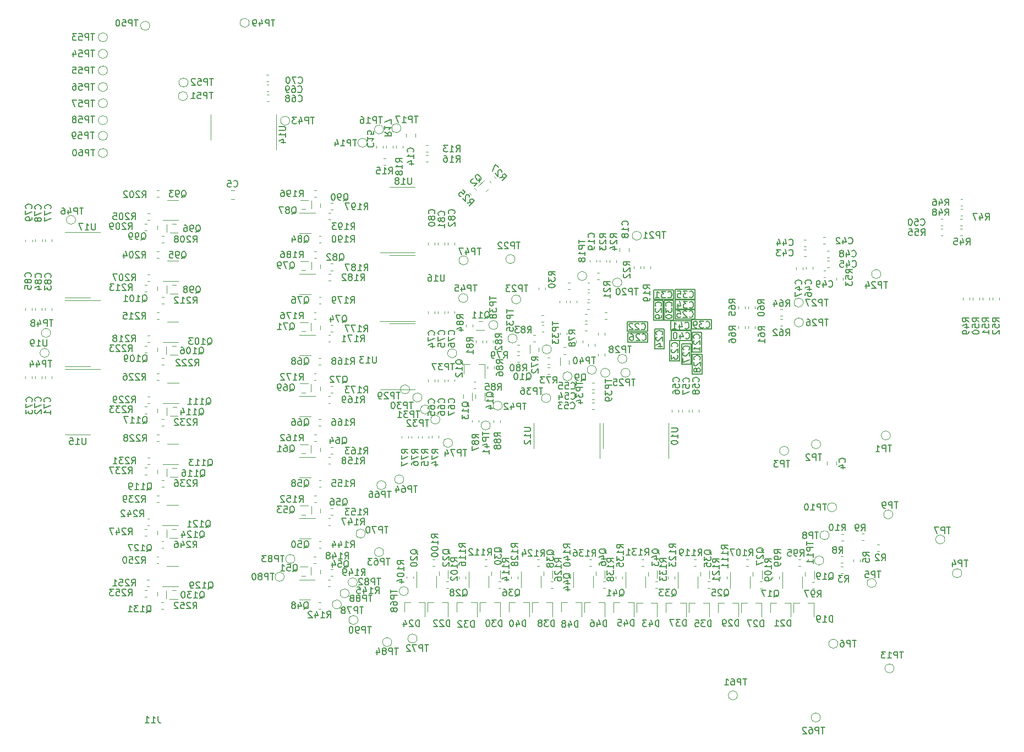
<source format=gbr>
G04 #@! TF.GenerationSoftware,KiCad,Pcbnew,5.1.4*
G04 #@! TF.CreationDate,2019-08-23T02:01:12-04:00*
G04 #@! TF.ProjectId,flipdot_driver,666c6970-646f-4745-9f64-72697665722e,rev?*
G04 #@! TF.SameCoordinates,Original*
G04 #@! TF.FileFunction,Legend,Bot*
G04 #@! TF.FilePolarity,Positive*
%FSLAX46Y46*%
G04 Gerber Fmt 4.6, Leading zero omitted, Abs format (unit mm)*
G04 Created by KiCad (PCBNEW 5.1.4) date 2019-08-23 02:01:12*
%MOMM*%
%LPD*%
G04 APERTURE LIST*
%ADD10C,0.150000*%
%ADD11C,0.120000*%
G04 APERTURE END LIST*
D10*
X167624420Y-77341520D02*
X167624420Y-78802020D01*
X167624420Y-78802020D02*
X164556100Y-78802020D01*
X164556100Y-78802020D02*
X164556100Y-77341520D01*
X164556100Y-77341520D02*
X167624420Y-77341520D01*
X164317340Y-77369460D02*
X164317340Y-78829960D01*
X164317340Y-78829960D02*
X161249020Y-78829960D01*
X161249020Y-78829960D02*
X161249020Y-77369460D01*
X161249020Y-77369460D02*
X164317340Y-77369460D01*
X170128860Y-81974480D02*
X170128860Y-83434980D01*
X170128860Y-83434980D02*
X167060540Y-83434980D01*
X167060540Y-83434980D02*
X167060540Y-81974480D01*
X167060540Y-81974480D02*
X170128860Y-81974480D01*
X167611720Y-78926480D02*
X167611720Y-80386980D01*
X167611720Y-80386980D02*
X164543400Y-80386980D01*
X164543400Y-80386980D02*
X164543400Y-78926480D01*
X164543400Y-78926480D02*
X167611720Y-78926480D01*
X167606640Y-80412380D02*
X167606640Y-81872880D01*
X167606640Y-81872880D02*
X164538320Y-81872880D01*
X164538320Y-81872880D02*
X164538320Y-80412380D01*
X164538320Y-80412380D02*
X167606640Y-80412380D01*
X166989420Y-82129420D02*
X166989420Y-83589920D01*
X166989420Y-83589920D02*
X163921100Y-83589920D01*
X163921100Y-83589920D02*
X163921100Y-82129420D01*
X163921100Y-82129420D02*
X166989420Y-82129420D01*
X166999580Y-83699140D02*
X166999580Y-85159640D01*
X166999580Y-85159640D02*
X163931260Y-85159640D01*
X163931260Y-85159640D02*
X163931260Y-83699140D01*
X163931260Y-83699140D02*
X166999580Y-83699140D01*
X160314300Y-83960760D02*
X160314300Y-85421260D01*
X160314300Y-85421260D02*
X157245980Y-85421260D01*
X157245980Y-85421260D02*
X157245980Y-83960760D01*
X157245980Y-83960760D02*
X160314300Y-83960760D01*
X160296520Y-83749940D02*
X157228200Y-83749940D01*
X160296520Y-82289440D02*
X160296520Y-83749940D01*
X157228200Y-82289440D02*
X160296520Y-82289440D01*
X157228200Y-83749940D02*
X157228200Y-82289440D01*
X162844140Y-82055760D02*
X162844140Y-78987440D01*
X164304640Y-82055760D02*
X162844140Y-82055760D01*
X164304640Y-78987440D02*
X164304640Y-82055760D01*
X162844140Y-78987440D02*
X164304640Y-78987440D01*
X161269340Y-82055760D02*
X161269340Y-78987440D01*
X162729840Y-82055760D02*
X161269340Y-82055760D01*
X162729840Y-78987440D02*
X162729840Y-82055760D01*
X161269340Y-78987440D02*
X162729840Y-78987440D01*
X161424280Y-86465200D02*
X161424280Y-83396880D01*
X162884780Y-86465200D02*
X161424280Y-86465200D01*
X162884780Y-83396880D02*
X162884780Y-86465200D01*
X161424280Y-83396880D02*
X162884780Y-83396880D01*
X163740760Y-88288920D02*
X163740760Y-85220600D01*
X165201260Y-88288920D02*
X163740760Y-88288920D01*
X165201260Y-85220600D02*
X165201260Y-88288920D01*
X163740760Y-85220600D02*
X165201260Y-85220600D01*
X165564480Y-88794380D02*
X165564480Y-85726060D01*
X167024980Y-88794380D02*
X165564480Y-88794380D01*
X167024980Y-85726060D02*
X167024980Y-88794380D01*
X165564480Y-85726060D02*
X167024980Y-85726060D01*
X167149440Y-87001140D02*
X167149440Y-83932820D01*
X168609940Y-87001140D02*
X167149440Y-87001140D01*
X168609940Y-83932820D02*
X168609940Y-87001140D01*
X167149440Y-83932820D02*
X168609940Y-83932820D01*
X168673440Y-87262760D02*
X168673440Y-90331080D01*
X167212940Y-87262760D02*
X168673440Y-87262760D01*
X167212940Y-90331080D02*
X167212940Y-87262760D01*
X168673440Y-90331080D02*
X167212940Y-90331080D01*
D11*
X135421541Y-62243385D02*
X135845805Y-61819121D01*
X135138698Y-60546329D02*
X135138698Y-60546329D01*
X134290170Y-61394857D02*
X135138698Y-60546329D01*
X135992332Y-60664571D02*
X136222537Y-60894776D01*
X136713581Y-59943322D02*
X136943786Y-60173527D01*
X140230000Y-84870000D02*
G75*
G03X140230000Y-84870000I-700000J0D01*
G01*
X139920000Y-72650000D02*
G75*
G03X139920000Y-72650000I-700000J0D01*
G01*
X148865960Y-123219320D02*
X148865960Y-120789320D01*
X151935960Y-121459320D02*
X151935960Y-123219320D01*
X145500000Y-86550000D02*
G75*
G03X145500000Y-86550000I-700000J0D01*
G01*
X125600000Y-93950000D02*
G75*
G03X125600000Y-93950000I-700000J0D01*
G01*
X208650000Y-121000000D02*
G75*
G03X208650000Y-121000000I-700000J0D01*
G01*
X124850000Y-131050000D02*
G75*
G03X124850000Y-131050000I-700000J0D01*
G01*
X116850000Y-114900000D02*
G75*
G03X116850000Y-114900000I-700000J0D01*
G01*
X123500000Y-123750000D02*
G75*
G03X123500000Y-123750000I-700000J0D01*
G01*
X120050000Y-107450000D02*
G75*
G03X120050000Y-107450000I-700000J0D01*
G01*
X122800000Y-106550000D02*
G75*
G03X122800000Y-106550000I-700000J0D01*
G01*
X119700000Y-117750000D02*
G75*
G03X119700000Y-117750000I-700000J0D01*
G01*
X77210000Y-56320000D02*
G75*
G03X77210000Y-56320000I-700000J0D01*
G01*
X77210000Y-53670000D02*
G75*
G03X77210000Y-53670000I-700000J0D01*
G01*
X77210000Y-51270000D02*
G75*
G03X77210000Y-51270000I-700000J0D01*
G01*
X77210000Y-48670000D02*
G75*
G03X77210000Y-48670000I-700000J0D01*
G01*
X77210000Y-46170000D02*
G75*
G03X77210000Y-46170000I-700000J0D01*
G01*
X77210000Y-43620000D02*
G75*
G03X77210000Y-43620000I-700000J0D01*
G01*
X77210000Y-41070000D02*
G75*
G03X77210000Y-41070000I-700000J0D01*
G01*
X77210000Y-38520000D02*
G75*
G03X77210000Y-38520000I-700000J0D01*
G01*
X89610000Y-45470000D02*
G75*
G03X89610000Y-45470000I-700000J0D01*
G01*
X89510000Y-47570000D02*
G75*
G03X89510000Y-47570000I-700000J0D01*
G01*
X83710000Y-36740000D02*
G75*
G03X83710000Y-36740000I-700000J0D01*
G01*
X99020000Y-36290000D02*
G75*
G03X99020000Y-36290000I-700000J0D01*
G01*
X197680000Y-99800000D02*
G75*
G03X197680000Y-99800000I-700000J0D01*
G01*
X186930000Y-101150000D02*
G75*
G03X186930000Y-101150000I-700000J0D01*
G01*
X182030000Y-102150000D02*
G75*
G03X182030000Y-102150000I-700000J0D01*
G01*
X123700000Y-92700000D02*
G75*
G03X123700000Y-92700000I-700000J0D01*
G01*
X126800000Y-95800000D02*
G75*
G03X126800000Y-95800000I-700000J0D01*
G01*
X128350000Y-97350000D02*
G75*
G03X128350000Y-97350000I-700000J0D01*
G01*
X174150000Y-139800000D02*
G75*
G03X174150000Y-139800000I-700000J0D01*
G01*
X195500000Y-122500000D02*
G75*
G03X195500000Y-122500000I-700000J0D01*
G01*
X189600000Y-131850000D02*
G75*
G03X189600000Y-131850000I-700000J0D01*
G01*
X188250000Y-115150000D02*
G75*
G03X188250000Y-115150000I-700000J0D01*
G01*
X198050000Y-111950000D02*
G75*
G03X198050000Y-111950000I-700000J0D01*
G01*
X189400000Y-110850000D02*
G75*
G03X189400000Y-110850000I-700000J0D01*
G01*
X187410000Y-119040000D02*
G75*
G03X187410000Y-119040000I-700000J0D01*
G01*
X198250000Y-135650000D02*
G75*
G03X198250000Y-135650000I-700000J0D01*
G01*
X119700000Y-52700000D02*
G75*
G03X119700000Y-52700000I-700000J0D01*
G01*
X122350000Y-52500000D02*
G75*
G03X122350000Y-52500000I-700000J0D01*
G01*
X150950000Y-75250000D02*
G75*
G03X150950000Y-75250000I-700000J0D01*
G01*
X159350000Y-69050000D02*
G75*
G03X159350000Y-69050000I-700000J0D01*
G01*
X140800000Y-78860000D02*
G75*
G03X140800000Y-78860000I-700000J0D01*
G01*
X196200000Y-74950000D02*
G75*
G03X196200000Y-74950000I-700000J0D01*
G01*
X184300000Y-82400000D02*
G75*
G03X184300000Y-82400000I-700000J0D01*
G01*
X184250000Y-79350000D02*
G75*
G03X184250000Y-79350000I-700000J0D01*
G01*
X157130000Y-88000000D02*
G75*
G03X157130000Y-88000000I-700000J0D01*
G01*
X148680000Y-90690000D02*
G75*
G03X148680000Y-90690000I-700000J0D01*
G01*
X145400000Y-94050000D02*
G75*
G03X145400000Y-94050000I-700000J0D01*
G01*
X130950000Y-87150000D02*
G75*
G03X130950000Y-87150000I-700000J0D01*
G01*
X137300000Y-82800000D02*
G75*
G03X137300000Y-82800000I-700000J0D01*
G01*
X154500000Y-90150000D02*
G75*
G03X154500000Y-90150000I-700000J0D01*
G01*
X152420000Y-89690000D02*
G75*
G03X152420000Y-89690000I-700000J0D01*
G01*
X136100000Y-98250000D02*
G75*
G03X136100000Y-98250000I-700000J0D01*
G01*
X137950000Y-95200000D02*
G75*
G03X137950000Y-95200000I-700000J0D01*
G01*
X105250000Y-51350000D02*
G75*
G03X105250000Y-51350000I-700000J0D01*
G01*
X68230000Y-87090000D02*
G75*
G03X68230000Y-87090000I-700000J0D01*
G01*
X132650000Y-78650000D02*
G75*
G03X132650000Y-78650000I-700000J0D01*
G01*
X72300000Y-66600000D02*
G75*
G03X72300000Y-66600000I-700000J0D01*
G01*
X132700000Y-72850000D02*
G75*
G03X132700000Y-72850000I-700000J0D01*
G01*
X68450000Y-84010000D02*
G75*
G03X68450000Y-84010000I-700000J0D01*
G01*
X113200000Y-125800000D02*
G75*
G03X113200000Y-125800000I-700000J0D01*
G01*
X104400000Y-121550000D02*
G75*
G03X104400000Y-121550000I-700000J0D01*
G01*
X115650000Y-122400000D02*
G75*
G03X115650000Y-122400000I-700000J0D01*
G01*
X106050000Y-118800000D02*
G75*
G03X106050000Y-118800000I-700000J0D01*
G01*
X120950000Y-131600000D02*
G75*
G03X120950000Y-131600000I-700000J0D01*
G01*
X114400000Y-124100000D02*
G75*
G03X114400000Y-124100000I-700000J0D01*
G01*
X115750000Y-128200000D02*
G75*
G03X115750000Y-128200000I-700000J0D01*
G01*
X157630000Y-90140000D02*
G75*
G03X157630000Y-90140000I-700000J0D01*
G01*
X117150000Y-54750000D02*
G75*
G03X117150000Y-54750000I-700000J0D01*
G01*
X156350000Y-76250000D02*
G75*
G03X156350000Y-76250000I-700000J0D01*
G01*
X206050000Y-115800000D02*
G75*
G03X206050000Y-115800000I-700000J0D01*
G01*
X186900000Y-143200000D02*
G75*
G03X186900000Y-143200000I-700000J0D01*
G01*
X153724800Y-87549999D02*
X153724800Y-87224441D01*
X152704800Y-87549999D02*
X152704800Y-87224441D01*
X126581140Y-91508659D02*
X126581140Y-91183101D01*
X127601140Y-91508659D02*
X127601140Y-91183101D01*
X128100060Y-91498499D02*
X128100060Y-91172941D01*
X129120060Y-91498499D02*
X129120060Y-91172941D01*
X129624060Y-91485799D02*
X129624060Y-91160241D01*
X130644060Y-91485799D02*
X130644060Y-91160241D01*
X144620000Y-77342779D02*
X144620000Y-77017221D01*
X143600000Y-77342779D02*
X143600000Y-77017221D01*
X136640000Y-97762779D02*
X136640000Y-97437221D01*
X137660000Y-97762779D02*
X137660000Y-97437221D01*
X134360000Y-97424721D02*
X134360000Y-97750279D01*
X133340000Y-97424721D02*
X133340000Y-97750279D01*
X136710000Y-89187221D02*
X136710000Y-89512779D01*
X135690000Y-89187221D02*
X135690000Y-89512779D01*
X133537221Y-91540000D02*
X133862779Y-91540000D01*
X133537221Y-92560000D02*
X133862779Y-92560000D01*
X133850000Y-93450000D02*
X133850000Y-94050000D01*
X135250000Y-94450000D02*
X135250000Y-94450000D01*
X135250000Y-93250000D02*
X135250000Y-94450000D01*
X131950000Y-93450000D02*
X131950000Y-94050000D01*
X133350000Y-94450000D02*
X133350000Y-94450000D01*
X133350000Y-93250000D02*
X133350000Y-94450000D01*
X132070000Y-88790000D02*
X132070000Y-90250000D01*
X135230000Y-88790000D02*
X135230000Y-90950000D01*
X135230000Y-88790000D02*
X134300000Y-88790000D01*
X132070000Y-88790000D02*
X133000000Y-88790000D01*
X167190000Y-96212779D02*
X167190000Y-95887221D01*
X168210000Y-96212779D02*
X168210000Y-95887221D01*
X165640000Y-96212779D02*
X165640000Y-95887221D01*
X166660000Y-96212779D02*
X166660000Y-95887221D01*
X164090000Y-96212779D02*
X164090000Y-95887221D01*
X165110000Y-96212779D02*
X165110000Y-95887221D01*
X152112779Y-92710000D02*
X151787221Y-92710000D01*
X152112779Y-91690000D02*
X151787221Y-91690000D01*
X152112779Y-94260000D02*
X151787221Y-94260000D01*
X152112779Y-93240000D02*
X151787221Y-93240000D01*
X152112779Y-95810000D02*
X151787221Y-95810000D01*
X152112779Y-94790000D02*
X151787221Y-94790000D01*
X134950000Y-82200000D02*
X134350000Y-82200000D01*
X133950000Y-83600000D02*
X133950000Y-83600000D01*
X135150000Y-83600000D02*
X133950000Y-83600000D01*
X135490000Y-85512779D02*
X135490000Y-85187221D01*
X136510000Y-85512779D02*
X136510000Y-85187221D01*
X133940000Y-85512779D02*
X133940000Y-85187221D01*
X134960000Y-85512779D02*
X134960000Y-85187221D01*
X132390000Y-83062779D02*
X132390000Y-82737221D01*
X133410000Y-83062779D02*
X133410000Y-82737221D01*
X143600000Y-86900000D02*
X143600000Y-86300000D01*
X142200000Y-85900000D02*
X142200000Y-85900000D01*
X142200000Y-87100000D02*
X142200000Y-85900000D01*
X140287221Y-88460000D02*
X140612779Y-88460000D01*
X140287221Y-87440000D02*
X140612779Y-87440000D01*
X140287221Y-86910000D02*
X140612779Y-86910000D01*
X140287221Y-85890000D02*
X140612779Y-85890000D01*
X142737221Y-85360000D02*
X143062779Y-85360000D01*
X142737221Y-84340000D02*
X143062779Y-84340000D01*
X147387221Y-87260000D02*
X147712779Y-87260000D01*
X147387221Y-86240000D02*
X147712779Y-86240000D01*
X122490000Y-99887221D02*
X122490000Y-100212779D01*
X123510000Y-99887221D02*
X123510000Y-100212779D01*
X124040000Y-99887221D02*
X124040000Y-100212779D01*
X125060000Y-99887221D02*
X125060000Y-100212779D01*
X125590000Y-99887221D02*
X125590000Y-100212779D01*
X126610000Y-99887221D02*
X126610000Y-100212779D01*
X127140000Y-99874721D02*
X127140000Y-100200279D01*
X128160000Y-99874721D02*
X128160000Y-100200279D01*
X144937221Y-90360000D02*
X145262779Y-90360000D01*
X144937221Y-89340000D02*
X145262779Y-89340000D01*
X144937221Y-88810000D02*
X145262779Y-88810000D01*
X144937221Y-87790000D02*
X145262779Y-87790000D01*
X146850000Y-89000000D02*
X146850000Y-87800000D01*
X146850000Y-87800000D02*
X146850000Y-87800000D01*
X148250000Y-88800000D02*
X148250000Y-88200000D01*
X96708578Y-63460000D02*
X96191422Y-63460000D01*
X96708578Y-62040000D02*
X96191422Y-62040000D01*
X187940000Y-104348578D02*
X187940000Y-103831422D01*
X189360000Y-104348578D02*
X189360000Y-103831422D01*
X121615820Y-55543239D02*
X121615820Y-55217681D01*
X122635820Y-55543239D02*
X122635820Y-55217681D01*
X126212461Y-56653760D02*
X126538019Y-56653760D01*
X126212461Y-57673760D02*
X126538019Y-57673760D01*
X126540559Y-56145280D02*
X126215001Y-56145280D01*
X126540559Y-55125280D02*
X126215001Y-55125280D01*
X124585880Y-53379442D02*
X124585880Y-53896598D01*
X123165880Y-53379442D02*
X123165880Y-53896598D01*
X118560200Y-55538159D02*
X118560200Y-55212601D01*
X119580200Y-55538159D02*
X119580200Y-55212601D01*
X119679581Y-57151380D02*
X120005139Y-57151380D01*
X119679581Y-58171380D02*
X120005139Y-58171380D01*
X120086740Y-55538159D02*
X120086740Y-55212601D01*
X121106740Y-55538159D02*
X121106740Y-55212601D01*
X155512820Y-73122919D02*
X155512820Y-72797361D01*
X154492820Y-73122919D02*
X154492820Y-72797361D01*
X158176560Y-73789461D02*
X158176560Y-74115019D01*
X159196560Y-73789461D02*
X159196560Y-74115019D01*
X152556581Y-75751060D02*
X152882139Y-75751060D01*
X152556581Y-74731060D02*
X152882139Y-74731060D01*
X153983740Y-73117839D02*
X153983740Y-72792281D01*
X152963740Y-73117839D02*
X152963740Y-72792281D01*
X156042880Y-70959122D02*
X156042880Y-71476278D01*
X157462880Y-70959122D02*
X157462880Y-71476278D01*
X152457200Y-73117839D02*
X152457200Y-72792281D01*
X151437200Y-73117839D02*
X151437200Y-72792281D01*
X160735800Y-74115019D02*
X160735800Y-73789461D01*
X159715800Y-74115019D02*
X159715800Y-73789461D01*
X208461821Y-64954400D02*
X208787379Y-64954400D01*
X208461821Y-65974400D02*
X208787379Y-65974400D01*
X208464261Y-63422780D02*
X208789819Y-63422780D01*
X208464261Y-64442780D02*
X208789819Y-64442780D01*
X205742159Y-68998460D02*
X205416601Y-68998460D01*
X205742159Y-67978460D02*
X205416601Y-67978460D01*
X205744699Y-67479540D02*
X205419141Y-67479540D01*
X205744699Y-66459540D02*
X205419141Y-66459540D01*
X175337780Y-83001041D02*
X175337780Y-83326599D01*
X174317780Y-83001041D02*
X174317780Y-83326599D01*
X174320320Y-80296379D02*
X174320320Y-79970821D01*
X175340320Y-80296379D02*
X175340320Y-79970821D01*
X181094179Y-81392900D02*
X180768621Y-81392900D01*
X181094179Y-80372900D02*
X180768621Y-80372900D01*
X181091639Y-82916900D02*
X180766081Y-82916900D01*
X181091639Y-81896900D02*
X180766081Y-81896900D01*
X175849400Y-83326599D02*
X175849400Y-83001041D01*
X176869400Y-83326599D02*
X176869400Y-83001041D01*
X176871940Y-79970821D02*
X176871940Y-80296379D01*
X175851940Y-79970821D02*
X175851940Y-80296379D01*
X190360000Y-75537221D02*
X190360000Y-75862779D01*
X189340000Y-75537221D02*
X189340000Y-75862779D01*
X214453260Y-78555341D02*
X214453260Y-78880899D01*
X213433260Y-78555341D02*
X213433260Y-78880899D01*
X212936880Y-78555341D02*
X212936880Y-78880899D01*
X211916880Y-78555341D02*
X211916880Y-78880899D01*
X211407800Y-78555341D02*
X211407800Y-78880899D01*
X210387800Y-78555341D02*
X210387800Y-78880899D01*
X209876180Y-78552801D02*
X209876180Y-78878359D01*
X208856180Y-78552801D02*
X208856180Y-78878359D01*
X208459181Y-66475860D02*
X208784739Y-66475860D01*
X208459181Y-67495860D02*
X208784739Y-67495860D01*
X208454101Y-67997320D02*
X208779659Y-67997320D01*
X208454101Y-69017320D02*
X208779659Y-69017320D01*
X190126881Y-114951380D02*
X190452439Y-114951380D01*
X190126881Y-115971380D02*
X190452439Y-115971380D01*
X193614639Y-115956140D02*
X193289081Y-115956140D01*
X193614639Y-114936140D02*
X193289081Y-114936140D01*
X190394019Y-119425780D02*
X190068461Y-119425780D01*
X190394019Y-118405780D02*
X190068461Y-118405780D01*
X191999620Y-119213179D02*
X191999620Y-118887621D01*
X193019620Y-119213179D02*
X193019620Y-118887621D01*
X190068461Y-119960260D02*
X190394019Y-119960260D01*
X190068461Y-120980260D02*
X190394019Y-120980260D01*
X195995279Y-117580000D02*
X195669721Y-117580000D01*
X195995279Y-116560000D02*
X195669721Y-116560000D01*
X187708839Y-75469740D02*
X187383281Y-75469740D01*
X187708839Y-74449740D02*
X187383281Y-74449740D01*
X188280339Y-72383640D02*
X187954781Y-72383640D01*
X188280339Y-71363640D02*
X187954781Y-71363640D01*
X183205740Y-74223359D02*
X183205740Y-73897801D01*
X184225740Y-74223359D02*
X184225740Y-73897801D01*
X184742440Y-74205579D02*
X184742440Y-73880021D01*
X185762440Y-74205579D02*
X185762440Y-73880021D01*
X188280339Y-73945740D02*
X187954781Y-73945740D01*
X188280339Y-72925740D02*
X187954781Y-72925740D01*
X184342901Y-69720260D02*
X184668459Y-69720260D01*
X184342901Y-70740260D02*
X184668459Y-70740260D01*
X184347981Y-71246800D02*
X184673539Y-71246800D01*
X184347981Y-72266800D02*
X184673539Y-72266800D01*
X187683439Y-70270360D02*
X187357881Y-70270360D01*
X187683439Y-69250360D02*
X187357881Y-69250360D01*
X151005219Y-81080800D02*
X150679661Y-81080800D01*
X151005219Y-82100800D02*
X150679661Y-82100800D01*
X150989979Y-82609880D02*
X150664421Y-82609880D01*
X150989979Y-83629880D02*
X150664421Y-83629880D01*
X153707341Y-81915380D02*
X154032899Y-81915380D01*
X153707341Y-80895380D02*
X154032899Y-80895380D01*
X151386219Y-76315760D02*
X151060661Y-76315760D01*
X151386219Y-77335760D02*
X151060661Y-77335760D01*
X151381139Y-77849920D02*
X151055581Y-77849920D01*
X151381139Y-78869920D02*
X151055581Y-78869920D01*
X148035521Y-77343380D02*
X148361079Y-77343380D01*
X148035521Y-76323380D02*
X148361079Y-76323380D01*
X148404580Y-79050581D02*
X148404580Y-79376139D01*
X149424580Y-79050581D02*
X149424580Y-79376139D01*
X146809460Y-79050481D02*
X146809460Y-79376039D01*
X147829460Y-79050481D02*
X147829460Y-79376039D01*
X152177940Y-86025859D02*
X152177940Y-85700301D01*
X151157940Y-86025859D02*
X151157940Y-85700301D01*
X144040101Y-83812760D02*
X144365659Y-83812760D01*
X144040101Y-82792760D02*
X144365659Y-82792760D01*
X151370979Y-79376460D02*
X151045421Y-79376460D01*
X151370979Y-80396460D02*
X151045421Y-80396460D01*
X147854860Y-84291039D02*
X147854860Y-83965481D01*
X146834860Y-84291039D02*
X146834860Y-83965481D01*
X150338980Y-85550879D02*
X150338980Y-85225321D01*
X149318980Y-85550879D02*
X149318980Y-85225321D01*
X144019781Y-82281140D02*
X144345339Y-82281140D01*
X144019781Y-81261140D02*
X144345339Y-81261140D01*
X152674320Y-84034061D02*
X152674320Y-84359619D01*
X153694320Y-84034061D02*
X153694320Y-84359619D01*
X65584500Y-90723721D02*
X65584500Y-91049279D01*
X64564500Y-90723721D02*
X64564500Y-91049279D01*
X68627420Y-90700861D02*
X68627420Y-91026419D01*
X67607420Y-90700861D02*
X67607420Y-91026419D01*
X67108500Y-90711021D02*
X67108500Y-91036579D01*
X66088500Y-90711021D02*
X66088500Y-91036579D01*
X65599740Y-80192881D02*
X65599740Y-80518439D01*
X64579740Y-80192881D02*
X64579740Y-80518439D01*
X68642660Y-80170021D02*
X68642660Y-80495579D01*
X67622660Y-80170021D02*
X67622660Y-80495579D01*
X67123740Y-80180181D02*
X67123740Y-80505739D01*
X66103740Y-80180181D02*
X66103740Y-80505739D01*
X65627680Y-69654421D02*
X65627680Y-69979979D01*
X64607680Y-69654421D02*
X64607680Y-69979979D01*
X68670600Y-69631561D02*
X68670600Y-69957119D01*
X67650600Y-69631561D02*
X67650600Y-69957119D01*
X67151680Y-69641721D02*
X67151680Y-69967279D01*
X66131680Y-69641721D02*
X66131680Y-69967279D01*
X102011399Y-45313280D02*
X101685841Y-45313280D01*
X102011399Y-44293280D02*
X101685841Y-44293280D01*
X102034259Y-48356200D02*
X101708701Y-48356200D01*
X102034259Y-47336200D02*
X101708701Y-47336200D01*
X102024099Y-46837280D02*
X101698541Y-46837280D01*
X102024099Y-45817280D02*
X101698541Y-45817280D01*
X126573520Y-70475279D02*
X126573520Y-70149721D01*
X127593520Y-70475279D02*
X127593520Y-70149721D01*
X128092440Y-70465119D02*
X128092440Y-70139561D01*
X129112440Y-70465119D02*
X129112440Y-70139561D01*
X129616440Y-70452419D02*
X129616440Y-70126861D01*
X130636440Y-70452419D02*
X130636440Y-70126861D01*
X129624060Y-80985799D02*
X129624060Y-80660241D01*
X130644060Y-80985799D02*
X130644060Y-80660241D01*
X128100060Y-80998499D02*
X128100060Y-80672941D01*
X129120060Y-80998499D02*
X129120060Y-80672941D01*
X126581140Y-81008659D02*
X126581140Y-80683101D01*
X127601140Y-81008659D02*
X127601140Y-80683101D01*
X88113840Y-123006240D02*
X85683840Y-123006240D01*
X86353840Y-119936240D02*
X88113840Y-119936240D01*
X84888900Y-114496400D02*
X84888900Y-115096400D01*
X86288900Y-115496400D02*
X86288900Y-115496400D01*
X86288900Y-114296400D02*
X86288900Y-115496400D01*
X109932260Y-121085940D02*
X109932260Y-120485940D01*
X108532260Y-120085940D02*
X108532260Y-120085940D01*
X108532260Y-121285940D02*
X108532260Y-120085940D01*
X85864399Y-70123040D02*
X85538841Y-70123040D01*
X85864399Y-69103040D02*
X85538841Y-69103040D01*
X87783840Y-123596240D02*
X87183840Y-123596240D01*
X86783840Y-124996240D02*
X86783840Y-124996240D01*
X87983840Y-124996240D02*
X86783840Y-124996240D01*
X84793921Y-80892360D02*
X85119479Y-80892360D01*
X84793921Y-81912360D02*
X85119479Y-81912360D01*
X88136700Y-85412360D02*
X85706700Y-85412360D01*
X86376700Y-82342360D02*
X88136700Y-82342360D01*
X109952580Y-102282460D02*
X109952580Y-101682460D01*
X108552580Y-101282460D02*
X108552580Y-101282460D01*
X108552580Y-102482460D02*
X108552580Y-101282460D01*
X108987261Y-80874060D02*
X109312819Y-80874060D01*
X108987261Y-81894060D02*
X109312819Y-81894060D01*
X111895039Y-121395940D02*
X111569481Y-121395940D01*
X111895039Y-120375940D02*
X111569481Y-120375940D01*
X85869479Y-88912360D02*
X85543921Y-88912360D01*
X85869479Y-87892360D02*
X85543921Y-87892360D01*
X108969481Y-118475940D02*
X109295039Y-118475940D01*
X108969481Y-119495940D02*
X109295039Y-119495940D01*
X108989801Y-99672460D02*
X109315359Y-99672460D01*
X108989801Y-100692460D02*
X109315359Y-100692460D01*
X107032260Y-121385940D02*
X107632260Y-121385940D01*
X108032260Y-119985940D02*
X108032260Y-119985940D01*
X106832260Y-119985940D02*
X108032260Y-119985940D01*
X85846619Y-126506240D02*
X85521061Y-126506240D01*
X85846619Y-125486240D02*
X85521061Y-125486240D01*
X111169481Y-122995940D02*
X111495039Y-122995940D01*
X111169481Y-121975940D02*
X111495039Y-121975940D01*
X84901620Y-67513040D02*
X84901620Y-68113040D01*
X86301620Y-68513040D02*
X86301620Y-68513040D01*
X86301620Y-67313040D02*
X86301620Y-68513040D01*
X83664399Y-66623040D02*
X83338841Y-66623040D01*
X83664399Y-65603040D02*
X83338841Y-65603040D01*
X107050040Y-83784060D02*
X107650040Y-83784060D01*
X108050040Y-82384060D02*
X108050040Y-82384060D01*
X106850040Y-82384060D02*
X108050040Y-82384060D01*
X106732740Y-65578200D02*
X109162740Y-65578200D01*
X108492740Y-68648200D02*
X106732740Y-68648200D01*
X87814320Y-104794220D02*
X87214320Y-104794220D01*
X86814320Y-106194220D02*
X86814320Y-106194220D01*
X88014320Y-106194220D02*
X86814320Y-106194220D01*
X106702260Y-121975940D02*
X109132260Y-121975940D01*
X108462260Y-125045940D02*
X106702260Y-125045940D01*
X83646619Y-123006240D02*
X83321061Y-123006240D01*
X83646619Y-121986240D02*
X83321061Y-121986240D01*
X82926121Y-114186400D02*
X83251679Y-114186400D01*
X82926121Y-115206400D02*
X83251679Y-115206400D01*
X106720040Y-84374060D02*
X109150040Y-84374060D01*
X108480040Y-87444060D02*
X106720040Y-87444060D01*
X83651679Y-112586400D02*
X83326121Y-112586400D01*
X83651679Y-113606400D02*
X83326121Y-113606400D01*
X72615760Y-89567920D02*
X76065760Y-89567920D01*
X72615760Y-89567920D02*
X70665760Y-89567920D01*
X72615760Y-99687920D02*
X74565760Y-99687920D01*
X72615760Y-99687920D02*
X70665760Y-99687920D01*
X82921061Y-123586240D02*
X83246619Y-123586240D01*
X82921061Y-124606240D02*
X83246619Y-124606240D01*
X83677099Y-104204220D02*
X83351541Y-104204220D01*
X83677099Y-103184220D02*
X83351541Y-103184220D01*
X84914320Y-105094220D02*
X84914320Y-105694220D01*
X86314320Y-106094220D02*
X86314320Y-106094220D01*
X86314320Y-104894220D02*
X86314320Y-106094220D01*
X87806700Y-86002360D02*
X87206700Y-86002360D01*
X86806700Y-87402360D02*
X86806700Y-87402360D01*
X88006700Y-87402360D02*
X86806700Y-87402360D01*
X109950040Y-83484060D02*
X109950040Y-82884060D01*
X108550040Y-82484060D02*
X108550040Y-82484060D01*
X108550040Y-83684060D02*
X108550040Y-82484060D01*
X87801620Y-67213040D02*
X87201620Y-67213040D01*
X86801620Y-68613040D02*
X86801620Y-68613040D01*
X88001620Y-68613040D02*
X86801620Y-68613040D01*
X82951541Y-104784220D02*
X83277099Y-104784220D01*
X82951541Y-105804220D02*
X83277099Y-105804220D01*
X110065359Y-107692460D02*
X109739801Y-107692460D01*
X110065359Y-106672460D02*
X109739801Y-106672460D01*
X109952980Y-111682880D02*
X109952980Y-111082880D01*
X108552980Y-110682880D02*
X108552980Y-110682880D01*
X108552980Y-111882880D02*
X108552980Y-110682880D01*
X84790421Y-99679320D02*
X85115979Y-99679320D01*
X84790421Y-100699320D02*
X85115979Y-100699320D01*
X84771061Y-118486240D02*
X85096619Y-118486240D01*
X84771061Y-119506240D02*
X85096619Y-119506240D01*
X84793901Y-71499760D02*
X85119459Y-71499760D01*
X84793901Y-72519760D02*
X85119459Y-72519760D01*
X84788841Y-62103040D02*
X85114399Y-62103040D01*
X84788841Y-63123040D02*
X85114399Y-63123040D01*
X109962740Y-64688200D02*
X109962740Y-64088200D01*
X108562740Y-63688200D02*
X108562740Y-63688200D01*
X108562740Y-64888200D02*
X108562740Y-63688200D01*
X111187261Y-84374060D02*
X111512819Y-84374060D01*
X111187261Y-85394060D02*
X111512819Y-85394060D01*
X111199961Y-65578200D02*
X111525519Y-65578200D01*
X111199961Y-66598200D02*
X111525519Y-66598200D01*
X122592800Y-92685140D02*
X119142800Y-92685140D01*
X122592800Y-92685140D02*
X124542800Y-92685140D01*
X122592800Y-82565140D02*
X120642800Y-82565140D01*
X122592800Y-82565140D02*
X124542800Y-82565140D01*
X109945360Y-92888480D02*
X109945360Y-92288480D01*
X108545360Y-91888480D02*
X108545360Y-91888480D01*
X108545360Y-93088480D02*
X108545360Y-91888480D01*
X110075919Y-79491020D02*
X109750361Y-79491020D01*
X110075919Y-78471020D02*
X109750361Y-78471020D01*
X111182581Y-93778480D02*
X111508139Y-93778480D01*
X111182581Y-94798480D02*
X111508139Y-94798480D01*
X106715360Y-93778480D02*
X109145360Y-93778480D01*
X108475360Y-96848480D02*
X106715360Y-96848480D01*
X110075519Y-70098200D02*
X109749961Y-70098200D01*
X110075519Y-69078200D02*
X109749961Y-69078200D01*
X111915359Y-102592460D02*
X111589801Y-102592460D01*
X111915359Y-101572460D02*
X111589801Y-101572460D01*
X108999961Y-62078200D02*
X109325519Y-62078200D01*
X108999961Y-63098200D02*
X109325519Y-63098200D01*
X110062819Y-88894060D02*
X109737261Y-88894060D01*
X110062819Y-87874060D02*
X109737261Y-87874060D01*
X84776121Y-109086400D02*
X85101679Y-109086400D01*
X84776121Y-110106400D02*
X85101679Y-110106400D01*
X111189801Y-103172460D02*
X111515359Y-103172460D01*
X111189801Y-104192460D02*
X111515359Y-104192460D01*
X111925919Y-74391020D02*
X111600361Y-74391020D01*
X111925919Y-73371020D02*
X111600361Y-73371020D01*
X111908139Y-93198480D02*
X111582581Y-93198480D01*
X111908139Y-92178480D02*
X111582581Y-92178480D01*
X107045360Y-93188480D02*
X107645360Y-93188480D01*
X108045360Y-91788480D02*
X108045360Y-91788480D01*
X106845360Y-91788480D02*
X108045360Y-91788480D01*
X111925519Y-64998200D02*
X111599961Y-64998200D01*
X111925519Y-63978200D02*
X111599961Y-63978200D01*
X88131620Y-66623040D02*
X85701620Y-66623040D01*
X86371620Y-63553040D02*
X88131620Y-63553040D01*
X108982581Y-90278480D02*
X109308139Y-90278480D01*
X108982581Y-91298480D02*
X109308139Y-91298480D01*
X106733140Y-74971020D02*
X109163140Y-74971020D01*
X108493140Y-78041020D02*
X106733140Y-78041020D01*
X84806601Y-90285460D02*
X85132159Y-90285460D01*
X84806601Y-91305460D02*
X85132159Y-91305460D01*
X88118900Y-113606400D02*
X85688900Y-113606400D01*
X86358900Y-110536400D02*
X88118900Y-110536400D01*
X106722580Y-103172460D02*
X109152580Y-103172460D01*
X108482580Y-106242460D02*
X106722580Y-106242460D01*
X85869459Y-79519760D02*
X85543901Y-79519760D01*
X85869459Y-78499760D02*
X85543901Y-78499760D01*
X87819380Y-95395460D02*
X87219380Y-95395460D01*
X86819380Y-96795460D02*
X86819380Y-96795460D01*
X88019380Y-96795460D02*
X86819380Y-96795460D01*
X85882159Y-98305460D02*
X85556601Y-98305460D01*
X85882159Y-97285460D02*
X85556601Y-97285460D01*
X110045039Y-126495940D02*
X109719481Y-126495940D01*
X110045039Y-125475940D02*
X109719481Y-125475940D01*
X108990201Y-109072880D02*
X109315759Y-109072880D01*
X108990201Y-110092880D02*
X109315759Y-110092880D01*
X111190201Y-112572880D02*
X111515759Y-112572880D01*
X111190201Y-113592880D02*
X111515759Y-113592880D01*
X106722980Y-112572880D02*
X109152980Y-112572880D01*
X108482980Y-115642880D02*
X106722980Y-115642880D01*
X85851679Y-117106400D02*
X85526121Y-117106400D01*
X85851679Y-116086400D02*
X85526121Y-116086400D01*
X84919380Y-95695460D02*
X84919380Y-96295460D01*
X86319380Y-96695460D02*
X86319380Y-96695460D01*
X86319380Y-95495460D02*
X86319380Y-96695460D01*
X87788900Y-114196400D02*
X87188900Y-114196400D01*
X86788900Y-115596400D02*
X86788900Y-115596400D01*
X87988900Y-115596400D02*
X86788900Y-115596400D01*
X72638620Y-79024380D02*
X76088620Y-79024380D01*
X72638620Y-79024380D02*
X70688620Y-79024380D01*
X72638620Y-89144380D02*
X74588620Y-89144380D01*
X72638620Y-89144380D02*
X70688620Y-89144380D01*
X122587720Y-71648860D02*
X119137720Y-71648860D01*
X122587720Y-71648860D02*
X124537720Y-71648860D01*
X122587720Y-61528860D02*
X120637720Y-61528860D01*
X122587720Y-61528860D02*
X124537720Y-61528860D01*
X72648780Y-68478300D02*
X76098780Y-68478300D01*
X72648780Y-68478300D02*
X70698780Y-68478300D01*
X72648780Y-78598300D02*
X74598780Y-78598300D01*
X72648780Y-78598300D02*
X70698780Y-78598300D01*
X83669479Y-85412360D02*
X83343921Y-85412360D01*
X83669479Y-84392360D02*
X83343921Y-84392360D01*
X111912819Y-83794060D02*
X111587261Y-83794060D01*
X111912819Y-82774060D02*
X111587261Y-82774060D01*
X88149380Y-94805460D02*
X85719380Y-94805460D01*
X86389380Y-91735460D02*
X88149380Y-91735460D01*
X122582640Y-82184780D02*
X119132640Y-82184780D01*
X122582640Y-82184780D02*
X124532640Y-82184780D01*
X122582640Y-72064780D02*
X120632640Y-72064780D01*
X122582640Y-72064780D02*
X124532640Y-72064780D01*
X103200220Y-52350640D02*
X103200220Y-55800640D01*
X103200220Y-52350640D02*
X103200220Y-50400640D01*
X93080220Y-52350640D02*
X93080220Y-54300640D01*
X93080220Y-52350640D02*
X93080220Y-50400640D01*
X88144320Y-104204220D02*
X85714320Y-104204220D01*
X86384320Y-101134220D02*
X88144320Y-101134220D01*
X85877099Y-107704220D02*
X85551541Y-107704220D01*
X85877099Y-106684220D02*
X85551541Y-106684220D01*
X107052580Y-102582460D02*
X107652580Y-102582460D01*
X108052580Y-101182460D02*
X108052580Y-101182460D01*
X106852580Y-101182460D02*
X108052580Y-101182460D01*
X107052980Y-111982880D02*
X107652980Y-111982880D01*
X108052980Y-110582880D02*
X108052980Y-110582880D01*
X106852980Y-110582880D02*
X108052980Y-110582880D01*
X82943921Y-85992360D02*
X83269479Y-85992360D01*
X82943921Y-87012360D02*
X83269479Y-87012360D01*
X82938841Y-67203040D02*
X83264399Y-67203040D01*
X82938841Y-68223040D02*
X83264399Y-68223040D01*
X109963140Y-74081020D02*
X109963140Y-73481020D01*
X108563140Y-73081020D02*
X108563140Y-73081020D01*
X108563140Y-74281020D02*
X108563140Y-73081020D01*
X110058139Y-98298480D02*
X109732581Y-98298480D01*
X110058139Y-97278480D02*
X109732581Y-97278480D01*
X111915759Y-111992880D02*
X111590201Y-111992880D01*
X111915759Y-110972880D02*
X111590201Y-110972880D01*
X109000361Y-71471020D02*
X109325919Y-71471020D01*
X109000361Y-72491020D02*
X109325919Y-72491020D01*
X87806680Y-76609760D02*
X87206680Y-76609760D01*
X86806680Y-78009760D02*
X86806680Y-78009760D01*
X88006680Y-78009760D02*
X86806680Y-78009760D01*
X82943901Y-76599760D02*
X83269459Y-76599760D01*
X82943901Y-77619760D02*
X83269459Y-77619760D01*
X83682159Y-94805460D02*
X83356601Y-94805460D01*
X83682159Y-93785460D02*
X83356601Y-93785460D01*
X88136680Y-76019760D02*
X85706680Y-76019760D01*
X86376680Y-72949760D02*
X88136680Y-72949760D01*
X107063140Y-74381020D02*
X107663140Y-74381020D01*
X108063140Y-72981020D02*
X108063140Y-72981020D01*
X106863140Y-72981020D02*
X108063140Y-72981020D01*
X107062740Y-64988200D02*
X107662740Y-64988200D01*
X108062740Y-63588200D02*
X108062740Y-63588200D01*
X106862740Y-63588200D02*
X108062740Y-63588200D01*
X83669459Y-76019760D02*
X83343901Y-76019760D01*
X83669459Y-74999760D02*
X83343901Y-74999760D01*
X82956601Y-95385460D02*
X83282159Y-95385460D01*
X82956601Y-96405460D02*
X83282159Y-96405460D01*
X84906680Y-76909760D02*
X84906680Y-77509760D01*
X86306680Y-77909760D02*
X86306680Y-77909760D01*
X86306680Y-76709760D02*
X86306680Y-77909760D01*
X84883840Y-123896240D02*
X84883840Y-124496240D01*
X86283840Y-124896240D02*
X86283840Y-124896240D01*
X86283840Y-123696240D02*
X86283840Y-124896240D01*
X111200361Y-74971020D02*
X111525919Y-74971020D01*
X111200361Y-75991020D02*
X111525919Y-75991020D01*
X110065759Y-117092880D02*
X109740201Y-117092880D01*
X110065759Y-116072880D02*
X109740201Y-116072880D01*
X124735320Y-123211700D02*
X124735320Y-120781700D01*
X127805320Y-121451700D02*
X127805320Y-123211700D01*
X128214860Y-120769320D02*
X128214860Y-121369320D01*
X129614860Y-121769320D02*
X129614860Y-121769320D01*
X129614860Y-120569320D02*
X129614860Y-121769320D01*
X127210301Y-118852440D02*
X127535859Y-118852440D01*
X127210301Y-119872440D02*
X127535859Y-119872440D01*
X126440780Y-125503620D02*
X126440780Y-126963620D01*
X129600780Y-125503620D02*
X129600780Y-127663620D01*
X129600780Y-125503620D02*
X128670780Y-125503620D01*
X126440780Y-125503620D02*
X127370780Y-125503620D01*
X140820720Y-123216780D02*
X140820720Y-120786780D01*
X143890720Y-121456780D02*
X143890720Y-123216780D01*
X132772940Y-123214240D02*
X132772940Y-120784240D01*
X135842940Y-121454240D02*
X135842940Y-123214240D01*
X152345500Y-120776940D02*
X152345500Y-121376940D01*
X153745500Y-121776940D02*
X153745500Y-121776940D01*
X153745500Y-120576940D02*
X153745500Y-121776940D01*
X144300260Y-120774400D02*
X144300260Y-121374400D01*
X145700260Y-121774400D02*
X145700260Y-121774400D01*
X145700260Y-120574400D02*
X145700260Y-121774400D01*
X136252480Y-120771860D02*
X136252480Y-121371860D01*
X137652480Y-121771860D02*
X137652480Y-121771860D01*
X137652480Y-120571860D02*
X137652480Y-121771860D01*
X151340941Y-118860060D02*
X151666499Y-118860060D01*
X151340941Y-119880060D02*
X151666499Y-119880060D01*
X143295701Y-118857520D02*
X143621259Y-118857520D01*
X143295701Y-119877520D02*
X143621259Y-119877520D01*
X135247921Y-118854980D02*
X135573479Y-118854980D01*
X135247921Y-119874980D02*
X135573479Y-119874980D01*
X150571420Y-125511240D02*
X150571420Y-126971240D01*
X153731420Y-125511240D02*
X153731420Y-127671240D01*
X153731420Y-125511240D02*
X152801420Y-125511240D01*
X150571420Y-125511240D02*
X151501420Y-125511240D01*
X142526180Y-125508700D02*
X142526180Y-126968700D01*
X145686180Y-125508700D02*
X145686180Y-127668700D01*
X145686180Y-125508700D02*
X144756180Y-125508700D01*
X142526180Y-125508700D02*
X143456180Y-125508700D01*
X134478400Y-125506160D02*
X134478400Y-126966160D01*
X137638400Y-125506160D02*
X137638400Y-127666160D01*
X137638400Y-125506160D02*
X136708400Y-125506160D01*
X134478400Y-125506160D02*
X135408400Y-125506160D01*
X148371360Y-121483121D02*
X148371360Y-121808679D01*
X147351360Y-121483121D02*
X147351360Y-121808679D01*
X140326120Y-121480581D02*
X140326120Y-121806139D01*
X139306120Y-121480581D02*
X139306120Y-121806139D01*
X132278340Y-121478041D02*
X132278340Y-121803599D01*
X131258340Y-121478041D02*
X131258340Y-121803599D01*
X153784859Y-123291280D02*
X153459301Y-123291280D01*
X153784859Y-122271280D02*
X153459301Y-122271280D01*
X145739619Y-123288740D02*
X145414061Y-123288740D01*
X145739619Y-122268740D02*
X145414061Y-122268740D01*
X137691839Y-123286200D02*
X137366281Y-123286200D01*
X137691839Y-122266200D02*
X137366281Y-122266200D01*
X147015420Y-125506160D02*
X147015420Y-126966160D01*
X150175420Y-125506160D02*
X150175420Y-127666160D01*
X150175420Y-125506160D02*
X149245420Y-125506160D01*
X147015420Y-125506160D02*
X147945420Y-125506160D01*
X138970180Y-125503620D02*
X138970180Y-126963620D01*
X142130180Y-125503620D02*
X142130180Y-127663620D01*
X142130180Y-125503620D02*
X141200180Y-125503620D01*
X138970180Y-125503620D02*
X139900180Y-125503620D01*
X130922400Y-125501080D02*
X130922400Y-126961080D01*
X134082400Y-125501080D02*
X134082400Y-127661080D01*
X134082400Y-125501080D02*
X133152400Y-125501080D01*
X130922400Y-125501080D02*
X131852400Y-125501080D01*
X124240720Y-121475501D02*
X124240720Y-121801059D01*
X123220720Y-121475501D02*
X123220720Y-121801059D01*
X129654219Y-123283660D02*
X129328661Y-123283660D01*
X129654219Y-122263660D02*
X129328661Y-122263660D01*
X122884780Y-125498540D02*
X122884780Y-126958540D01*
X126044780Y-125498540D02*
X126044780Y-127658540D01*
X126044780Y-125498540D02*
X125114780Y-125498540D01*
X122884780Y-125498540D02*
X123814780Y-125498540D01*
X156918500Y-123239640D02*
X156918500Y-120809640D01*
X159988500Y-121479640D02*
X159988500Y-123239640D01*
X164966700Y-123244720D02*
X164966700Y-120814720D01*
X168036700Y-121484720D02*
X168036700Y-123244720D01*
X173022520Y-123257420D02*
X173022520Y-120827420D01*
X176092520Y-121497420D02*
X176092520Y-123257420D01*
X155067960Y-125526480D02*
X155067960Y-126986480D01*
X158227960Y-125526480D02*
X158227960Y-127686480D01*
X158227960Y-125526480D02*
X157297960Y-125526480D01*
X155067960Y-125526480D02*
X155997960Y-125526480D01*
X163116160Y-125531560D02*
X163116160Y-126991560D01*
X166276160Y-125531560D02*
X166276160Y-127691560D01*
X166276160Y-125531560D02*
X165346160Y-125531560D01*
X163116160Y-125531560D02*
X164046160Y-125531560D01*
X171171980Y-125544260D02*
X171171980Y-127004260D01*
X174331980Y-125544260D02*
X174331980Y-127704260D01*
X174331980Y-125544260D02*
X173401980Y-125544260D01*
X171171980Y-125544260D02*
X172101980Y-125544260D01*
X158623960Y-125531560D02*
X158623960Y-126991560D01*
X161783960Y-125531560D02*
X161783960Y-127691560D01*
X161783960Y-125531560D02*
X160853960Y-125531560D01*
X158623960Y-125531560D02*
X159553960Y-125531560D01*
X166672160Y-125536640D02*
X166672160Y-126996640D01*
X169832160Y-125536640D02*
X169832160Y-127696640D01*
X169832160Y-125536640D02*
X168902160Y-125536640D01*
X166672160Y-125536640D02*
X167602160Y-125536640D01*
X174727980Y-125549340D02*
X174727980Y-127009340D01*
X177887980Y-125549340D02*
X177887980Y-127709340D01*
X177887980Y-125549340D02*
X176957980Y-125549340D01*
X174727980Y-125549340D02*
X175657980Y-125549340D01*
X156423900Y-121503441D02*
X156423900Y-121828999D01*
X155403900Y-121503441D02*
X155403900Y-121828999D01*
X164472100Y-121508521D02*
X164472100Y-121834079D01*
X163452100Y-121508521D02*
X163452100Y-121834079D01*
X172527920Y-121521221D02*
X172527920Y-121846779D01*
X171507920Y-121521221D02*
X171507920Y-121846779D01*
X161837399Y-123311600D02*
X161511841Y-123311600D01*
X161837399Y-122291600D02*
X161511841Y-122291600D01*
X169885599Y-123316680D02*
X169560041Y-123316680D01*
X169885599Y-122296680D02*
X169560041Y-122296680D01*
X177941419Y-123329380D02*
X177615861Y-123329380D01*
X177941419Y-122309380D02*
X177615861Y-122309380D01*
X159393481Y-118880380D02*
X159719039Y-118880380D01*
X159393481Y-119900380D02*
X159719039Y-119900380D01*
X167441681Y-118885460D02*
X167767239Y-118885460D01*
X167441681Y-119905460D02*
X167767239Y-119905460D01*
X175497501Y-118898160D02*
X175823059Y-118898160D01*
X175497501Y-119918160D02*
X175823059Y-119918160D01*
X160398040Y-120797260D02*
X160398040Y-121397260D01*
X161798040Y-121797260D02*
X161798040Y-121797260D01*
X161798040Y-120597260D02*
X161798040Y-121797260D01*
X168446240Y-120802340D02*
X168446240Y-121402340D01*
X169846240Y-121802340D02*
X169846240Y-121802340D01*
X169846240Y-120602340D02*
X169846240Y-121802340D01*
X176502060Y-120815040D02*
X176502060Y-121415040D01*
X177902060Y-121815040D02*
X177902060Y-121815040D01*
X177902060Y-120615040D02*
X177902060Y-121815040D01*
X163564980Y-99827320D02*
X163564980Y-103277320D01*
X163564980Y-99827320D02*
X163564980Y-97877320D01*
X153444980Y-99827320D02*
X153444980Y-101777320D01*
X153444980Y-99827320D02*
X153444980Y-97877320D01*
X152918180Y-99814600D02*
X152918180Y-103264600D01*
X152918180Y-99814600D02*
X152918180Y-97864600D01*
X142798180Y-99814600D02*
X142798180Y-101764600D01*
X142798180Y-99814600D02*
X142798180Y-97864600D01*
X182773640Y-125554420D02*
X182773640Y-127014420D01*
X185933640Y-125554420D02*
X185933640Y-127714420D01*
X185933640Y-125554420D02*
X185003640Y-125554420D01*
X182773640Y-125554420D02*
X183703640Y-125554420D01*
X179217640Y-125549340D02*
X179217640Y-127009340D01*
X182377640Y-125549340D02*
X182377640Y-127709340D01*
X182377640Y-125549340D02*
X181447640Y-125549340D01*
X179217640Y-125549340D02*
X180147640Y-125549340D01*
X181068180Y-123262500D02*
X181068180Y-120832500D01*
X184138180Y-121502500D02*
X184138180Y-123262500D01*
X184547720Y-120820120D02*
X184547720Y-121420120D01*
X185947720Y-121820120D02*
X185947720Y-121820120D01*
X185947720Y-120620120D02*
X185947720Y-121820120D01*
X183543161Y-118903240D02*
X183868719Y-118903240D01*
X183543161Y-119923240D02*
X183868719Y-119923240D01*
X185987079Y-123334460D02*
X185661521Y-123334460D01*
X185987079Y-122314460D02*
X185661521Y-122314460D01*
X180573580Y-121526301D02*
X180573580Y-121851859D01*
X179553580Y-121526301D02*
X179553580Y-121851859D01*
X84849440Y-86283740D02*
X84849440Y-86883740D01*
X86249440Y-87283740D02*
X86249440Y-87283740D01*
X86249440Y-86083740D02*
X86249440Y-87283740D01*
X130300000Y-100950000D02*
G75*
G03X130300000Y-100950000I-700000J0D01*
G01*
X132923184Y-62478548D02*
X133153389Y-62708753D01*
X133644433Y-61757299D02*
X133874638Y-61987504D01*
D10*
X134391184Y-60795499D02*
X134424856Y-60694484D01*
X134424856Y-60559797D01*
X134424856Y-60357766D01*
X134458528Y-60256751D01*
X134525871Y-60189408D01*
X134660558Y-60391438D02*
X134694230Y-60290423D01*
X134694230Y-60155736D01*
X134593215Y-59987377D01*
X134357512Y-59751675D01*
X134189154Y-59650660D01*
X134054467Y-59650660D01*
X133953451Y-59684331D01*
X133818764Y-59819018D01*
X133785093Y-59920034D01*
X133785093Y-60054721D01*
X133886108Y-60223079D01*
X134121810Y-60458782D01*
X134290169Y-60559797D01*
X134424856Y-60559797D01*
X134525871Y-60526125D01*
X134660558Y-60391438D01*
X133448375Y-60324095D02*
X133381032Y-60324095D01*
X133280016Y-60357766D01*
X133111658Y-60526125D01*
X133077986Y-60627140D01*
X133077986Y-60694484D01*
X133111658Y-60795499D01*
X133179001Y-60862843D01*
X133313688Y-60930186D01*
X134121810Y-60930186D01*
X133684077Y-61367919D01*
X137544686Y-60154450D02*
X138117105Y-60053435D01*
X137948747Y-60558511D02*
X138655853Y-59851404D01*
X138386479Y-59582030D01*
X138285464Y-59548358D01*
X138218121Y-59548358D01*
X138117105Y-59582030D01*
X138016090Y-59683045D01*
X137982418Y-59784061D01*
X137982418Y-59851404D01*
X138016090Y-59952419D01*
X138285464Y-60221793D01*
X137915075Y-59245312D02*
X137915075Y-59177969D01*
X137881403Y-59076954D01*
X137713044Y-58908595D01*
X137612029Y-58874923D01*
X137544686Y-58874923D01*
X137443670Y-58908595D01*
X137376327Y-58975938D01*
X137308983Y-59110625D01*
X137308983Y-59918748D01*
X136871250Y-59481015D01*
X137342655Y-58538206D02*
X136871250Y-58066801D01*
X136467189Y-59076954D01*
X138662380Y-80361904D02*
X138662380Y-80933333D01*
X139662380Y-80647619D02*
X138662380Y-80647619D01*
X139662380Y-81266666D02*
X138662380Y-81266666D01*
X138662380Y-81647619D01*
X138710000Y-81742857D01*
X138757619Y-81790476D01*
X138852857Y-81838095D01*
X138995714Y-81838095D01*
X139090952Y-81790476D01*
X139138571Y-81742857D01*
X139186190Y-81647619D01*
X139186190Y-81266666D01*
X138662380Y-82171428D02*
X138662380Y-82790476D01*
X139043333Y-82457142D01*
X139043333Y-82600000D01*
X139090952Y-82695238D01*
X139138571Y-82742857D01*
X139233809Y-82790476D01*
X139471904Y-82790476D01*
X139567142Y-82742857D01*
X139614761Y-82695238D01*
X139662380Y-82600000D01*
X139662380Y-82314285D01*
X139614761Y-82219047D01*
X139567142Y-82171428D01*
X138662380Y-83695238D02*
X138662380Y-83219047D01*
X139138571Y-83171428D01*
X139090952Y-83219047D01*
X139043333Y-83314285D01*
X139043333Y-83552380D01*
X139090952Y-83647619D01*
X139138571Y-83695238D01*
X139233809Y-83742857D01*
X139471904Y-83742857D01*
X139567142Y-83695238D01*
X139614761Y-83647619D01*
X139662380Y-83552380D01*
X139662380Y-83314285D01*
X139614761Y-83219047D01*
X139567142Y-83171428D01*
X140704095Y-70070380D02*
X140132666Y-70070380D01*
X140418380Y-71070380D02*
X140418380Y-70070380D01*
X139799333Y-71070380D02*
X139799333Y-70070380D01*
X139418380Y-70070380D01*
X139323142Y-70118000D01*
X139275523Y-70165619D01*
X139227904Y-70260857D01*
X139227904Y-70403714D01*
X139275523Y-70498952D01*
X139323142Y-70546571D01*
X139418380Y-70594190D01*
X139799333Y-70594190D01*
X138846952Y-70165619D02*
X138799333Y-70118000D01*
X138704095Y-70070380D01*
X138466000Y-70070380D01*
X138370761Y-70118000D01*
X138323142Y-70165619D01*
X138275523Y-70260857D01*
X138275523Y-70356095D01*
X138323142Y-70498952D01*
X138894571Y-71070380D01*
X138275523Y-71070380D01*
X137894571Y-70165619D02*
X137846952Y-70118000D01*
X137751714Y-70070380D01*
X137513619Y-70070380D01*
X137418380Y-70118000D01*
X137370761Y-70165619D01*
X137323142Y-70260857D01*
X137323142Y-70356095D01*
X137370761Y-70498952D01*
X137942190Y-71070380D01*
X137323142Y-71070380D01*
X148473579Y-121767891D02*
X148425960Y-121672653D01*
X148330721Y-121577415D01*
X148187864Y-121434558D01*
X148140245Y-121339320D01*
X148140245Y-121244081D01*
X148378340Y-121291700D02*
X148330721Y-121196462D01*
X148235483Y-121101224D01*
X148045007Y-121053605D01*
X147711674Y-121053605D01*
X147521198Y-121101224D01*
X147425960Y-121196462D01*
X147378340Y-121291700D01*
X147378340Y-121482177D01*
X147425960Y-121577415D01*
X147521198Y-121672653D01*
X147711674Y-121720272D01*
X148045007Y-121720272D01*
X148235483Y-121672653D01*
X148330721Y-121577415D01*
X148378340Y-121482177D01*
X148378340Y-121291700D01*
X147711674Y-122577415D02*
X148378340Y-122577415D01*
X147330721Y-122339320D02*
X148045007Y-122101224D01*
X148045007Y-122720272D01*
X147711674Y-123529796D02*
X148378340Y-123529796D01*
X147330721Y-123291700D02*
X148045007Y-123053605D01*
X148045007Y-123672653D01*
X145652380Y-82261904D02*
X145652380Y-82833333D01*
X146652380Y-82547619D02*
X145652380Y-82547619D01*
X146652380Y-83166666D02*
X145652380Y-83166666D01*
X145652380Y-83547619D01*
X145700000Y-83642857D01*
X145747619Y-83690476D01*
X145842857Y-83738095D01*
X145985714Y-83738095D01*
X146080952Y-83690476D01*
X146128571Y-83642857D01*
X146176190Y-83547619D01*
X146176190Y-83166666D01*
X145652380Y-84071428D02*
X145652380Y-84690476D01*
X146033333Y-84357142D01*
X146033333Y-84500000D01*
X146080952Y-84595238D01*
X146128571Y-84642857D01*
X146223809Y-84690476D01*
X146461904Y-84690476D01*
X146557142Y-84642857D01*
X146604761Y-84595238D01*
X146652380Y-84500000D01*
X146652380Y-84214285D01*
X146604761Y-84119047D01*
X146557142Y-84071428D01*
X145652380Y-85023809D02*
X145652380Y-85642857D01*
X146033333Y-85309523D01*
X146033333Y-85452380D01*
X146080952Y-85547619D01*
X146128571Y-85595238D01*
X146223809Y-85642857D01*
X146461904Y-85642857D01*
X146557142Y-85595238D01*
X146604761Y-85547619D01*
X146652380Y-85452380D01*
X146652380Y-85166666D01*
X146604761Y-85071428D01*
X146557142Y-85023809D01*
X124238095Y-94662380D02*
X123666666Y-94662380D01*
X123952380Y-95662380D02*
X123952380Y-94662380D01*
X123333333Y-95662380D02*
X123333333Y-94662380D01*
X122952380Y-94662380D01*
X122857142Y-94710000D01*
X122809523Y-94757619D01*
X122761904Y-94852857D01*
X122761904Y-94995714D01*
X122809523Y-95090952D01*
X122857142Y-95138571D01*
X122952380Y-95186190D01*
X123333333Y-95186190D01*
X122428571Y-94662380D02*
X121809523Y-94662380D01*
X122142857Y-95043333D01*
X122000000Y-95043333D01*
X121904761Y-95090952D01*
X121857142Y-95138571D01*
X121809523Y-95233809D01*
X121809523Y-95471904D01*
X121857142Y-95567142D01*
X121904761Y-95614761D01*
X122000000Y-95662380D01*
X122285714Y-95662380D01*
X122380952Y-95614761D01*
X122428571Y-95567142D01*
X121190476Y-94662380D02*
X121095238Y-94662380D01*
X121000000Y-94710000D01*
X120952380Y-94757619D01*
X120904761Y-94852857D01*
X120857142Y-95043333D01*
X120857142Y-95281428D01*
X120904761Y-95471904D01*
X120952380Y-95567142D01*
X121000000Y-95614761D01*
X121095238Y-95662380D01*
X121190476Y-95662380D01*
X121285714Y-95614761D01*
X121333333Y-95567142D01*
X121380952Y-95471904D01*
X121428571Y-95281428D01*
X121428571Y-95043333D01*
X121380952Y-94852857D01*
X121333333Y-94757619D01*
X121285714Y-94710000D01*
X121190476Y-94662380D01*
X209592904Y-118952380D02*
X209021476Y-118952380D01*
X209307190Y-119952380D02*
X209307190Y-118952380D01*
X208688142Y-119952380D02*
X208688142Y-118952380D01*
X208307190Y-118952380D01*
X208211952Y-119000000D01*
X208164333Y-119047619D01*
X208116714Y-119142857D01*
X208116714Y-119285714D01*
X208164333Y-119380952D01*
X208211952Y-119428571D01*
X208307190Y-119476190D01*
X208688142Y-119476190D01*
X207259571Y-119285714D02*
X207259571Y-119952380D01*
X207497666Y-118904761D02*
X207735761Y-119619047D01*
X207116714Y-119619047D01*
X126588095Y-132002380D02*
X126016666Y-132002380D01*
X126302380Y-133002380D02*
X126302380Y-132002380D01*
X125683333Y-133002380D02*
X125683333Y-132002380D01*
X125302380Y-132002380D01*
X125207142Y-132050000D01*
X125159523Y-132097619D01*
X125111904Y-132192857D01*
X125111904Y-132335714D01*
X125159523Y-132430952D01*
X125207142Y-132478571D01*
X125302380Y-132526190D01*
X125683333Y-132526190D01*
X124778571Y-132002380D02*
X124111904Y-132002380D01*
X124540476Y-133002380D01*
X123778571Y-132097619D02*
X123730952Y-132050000D01*
X123635714Y-132002380D01*
X123397619Y-132002380D01*
X123302380Y-132050000D01*
X123254761Y-132097619D01*
X123207142Y-132192857D01*
X123207142Y-132288095D01*
X123254761Y-132430952D01*
X123826190Y-133002380D01*
X123207142Y-133002380D01*
X120388095Y-113802380D02*
X119816666Y-113802380D01*
X120102380Y-114802380D02*
X120102380Y-113802380D01*
X119483333Y-114802380D02*
X119483333Y-113802380D01*
X119102380Y-113802380D01*
X119007142Y-113850000D01*
X118959523Y-113897619D01*
X118911904Y-113992857D01*
X118911904Y-114135714D01*
X118959523Y-114230952D01*
X119007142Y-114278571D01*
X119102380Y-114326190D01*
X119483333Y-114326190D01*
X118578571Y-113802380D02*
X117911904Y-113802380D01*
X118340476Y-114802380D01*
X117340476Y-113802380D02*
X117245238Y-113802380D01*
X117150000Y-113850000D01*
X117102380Y-113897619D01*
X117054761Y-113992857D01*
X117007142Y-114183333D01*
X117007142Y-114421428D01*
X117054761Y-114611904D01*
X117102380Y-114707142D01*
X117150000Y-114754761D01*
X117245238Y-114802380D01*
X117340476Y-114802380D01*
X117435714Y-114754761D01*
X117483333Y-114707142D01*
X117530952Y-114611904D01*
X117578571Y-114421428D01*
X117578571Y-114183333D01*
X117530952Y-113992857D01*
X117483333Y-113897619D01*
X117435714Y-113850000D01*
X117340476Y-113802380D01*
X120802380Y-123511904D02*
X120802380Y-124083333D01*
X121802380Y-123797619D02*
X120802380Y-123797619D01*
X121802380Y-124416666D02*
X120802380Y-124416666D01*
X120802380Y-124797619D01*
X120850000Y-124892857D01*
X120897619Y-124940476D01*
X120992857Y-124988095D01*
X121135714Y-124988095D01*
X121230952Y-124940476D01*
X121278571Y-124892857D01*
X121326190Y-124797619D01*
X121326190Y-124416666D01*
X120802380Y-125845238D02*
X120802380Y-125654761D01*
X120850000Y-125559523D01*
X120897619Y-125511904D01*
X121040476Y-125416666D01*
X121230952Y-125369047D01*
X121611904Y-125369047D01*
X121707142Y-125416666D01*
X121754761Y-125464285D01*
X121802380Y-125559523D01*
X121802380Y-125750000D01*
X121754761Y-125845238D01*
X121707142Y-125892857D01*
X121611904Y-125940476D01*
X121373809Y-125940476D01*
X121278571Y-125892857D01*
X121230952Y-125845238D01*
X121183333Y-125750000D01*
X121183333Y-125559523D01*
X121230952Y-125464285D01*
X121278571Y-125416666D01*
X121373809Y-125369047D01*
X121230952Y-126511904D02*
X121183333Y-126416666D01*
X121135714Y-126369047D01*
X121040476Y-126321428D01*
X120992857Y-126321428D01*
X120897619Y-126369047D01*
X120850000Y-126416666D01*
X120802380Y-126511904D01*
X120802380Y-126702380D01*
X120850000Y-126797619D01*
X120897619Y-126845238D01*
X120992857Y-126892857D01*
X121040476Y-126892857D01*
X121135714Y-126845238D01*
X121183333Y-126797619D01*
X121230952Y-126702380D01*
X121230952Y-126511904D01*
X121278571Y-126416666D01*
X121326190Y-126369047D01*
X121421428Y-126321428D01*
X121611904Y-126321428D01*
X121707142Y-126369047D01*
X121754761Y-126416666D01*
X121802380Y-126511904D01*
X121802380Y-126702380D01*
X121754761Y-126797619D01*
X121707142Y-126845238D01*
X121611904Y-126892857D01*
X121421428Y-126892857D01*
X121326190Y-126845238D01*
X121278571Y-126797619D01*
X121230952Y-126702380D01*
X120838095Y-108352380D02*
X120266666Y-108352380D01*
X120552380Y-109352380D02*
X120552380Y-108352380D01*
X119933333Y-109352380D02*
X119933333Y-108352380D01*
X119552380Y-108352380D01*
X119457142Y-108400000D01*
X119409523Y-108447619D01*
X119361904Y-108542857D01*
X119361904Y-108685714D01*
X119409523Y-108780952D01*
X119457142Y-108828571D01*
X119552380Y-108876190D01*
X119933333Y-108876190D01*
X118504761Y-108352380D02*
X118695238Y-108352380D01*
X118790476Y-108400000D01*
X118838095Y-108447619D01*
X118933333Y-108590476D01*
X118980952Y-108780952D01*
X118980952Y-109161904D01*
X118933333Y-109257142D01*
X118885714Y-109304761D01*
X118790476Y-109352380D01*
X118600000Y-109352380D01*
X118504761Y-109304761D01*
X118457142Y-109257142D01*
X118409523Y-109161904D01*
X118409523Y-108923809D01*
X118457142Y-108828571D01*
X118504761Y-108780952D01*
X118600000Y-108733333D01*
X118790476Y-108733333D01*
X118885714Y-108780952D01*
X118933333Y-108828571D01*
X118980952Y-108923809D01*
X117552380Y-108352380D02*
X117742857Y-108352380D01*
X117838095Y-108400000D01*
X117885714Y-108447619D01*
X117980952Y-108590476D01*
X118028571Y-108780952D01*
X118028571Y-109161904D01*
X117980952Y-109257142D01*
X117933333Y-109304761D01*
X117838095Y-109352380D01*
X117647619Y-109352380D01*
X117552380Y-109304761D01*
X117504761Y-109257142D01*
X117457142Y-109161904D01*
X117457142Y-108923809D01*
X117504761Y-108828571D01*
X117552380Y-108780952D01*
X117647619Y-108733333D01*
X117838095Y-108733333D01*
X117933333Y-108780952D01*
X117980952Y-108828571D01*
X118028571Y-108923809D01*
X124888095Y-107552380D02*
X124316666Y-107552380D01*
X124602380Y-108552380D02*
X124602380Y-107552380D01*
X123983333Y-108552380D02*
X123983333Y-107552380D01*
X123602380Y-107552380D01*
X123507142Y-107600000D01*
X123459523Y-107647619D01*
X123411904Y-107742857D01*
X123411904Y-107885714D01*
X123459523Y-107980952D01*
X123507142Y-108028571D01*
X123602380Y-108076190D01*
X123983333Y-108076190D01*
X122554761Y-107552380D02*
X122745238Y-107552380D01*
X122840476Y-107600000D01*
X122888095Y-107647619D01*
X122983333Y-107790476D01*
X123030952Y-107980952D01*
X123030952Y-108361904D01*
X122983333Y-108457142D01*
X122935714Y-108504761D01*
X122840476Y-108552380D01*
X122650000Y-108552380D01*
X122554761Y-108504761D01*
X122507142Y-108457142D01*
X122459523Y-108361904D01*
X122459523Y-108123809D01*
X122507142Y-108028571D01*
X122554761Y-107980952D01*
X122650000Y-107933333D01*
X122840476Y-107933333D01*
X122935714Y-107980952D01*
X122983333Y-108028571D01*
X123030952Y-108123809D01*
X121602380Y-107885714D02*
X121602380Y-108552380D01*
X121840476Y-107504761D02*
X122078571Y-108219047D01*
X121459523Y-108219047D01*
X120688095Y-118702380D02*
X120116666Y-118702380D01*
X120402380Y-119702380D02*
X120402380Y-118702380D01*
X119783333Y-119702380D02*
X119783333Y-118702380D01*
X119402380Y-118702380D01*
X119307142Y-118750000D01*
X119259523Y-118797619D01*
X119211904Y-118892857D01*
X119211904Y-119035714D01*
X119259523Y-119130952D01*
X119307142Y-119178571D01*
X119402380Y-119226190D01*
X119783333Y-119226190D01*
X118354761Y-118702380D02*
X118545238Y-118702380D01*
X118640476Y-118750000D01*
X118688095Y-118797619D01*
X118783333Y-118940476D01*
X118830952Y-119130952D01*
X118830952Y-119511904D01*
X118783333Y-119607142D01*
X118735714Y-119654761D01*
X118640476Y-119702380D01*
X118450000Y-119702380D01*
X118354761Y-119654761D01*
X118307142Y-119607142D01*
X118259523Y-119511904D01*
X118259523Y-119273809D01*
X118307142Y-119178571D01*
X118354761Y-119130952D01*
X118450000Y-119083333D01*
X118640476Y-119083333D01*
X118735714Y-119130952D01*
X118783333Y-119178571D01*
X118830952Y-119273809D01*
X117926190Y-118702380D02*
X117307142Y-118702380D01*
X117640476Y-119083333D01*
X117497619Y-119083333D01*
X117402380Y-119130952D01*
X117354761Y-119178571D01*
X117307142Y-119273809D01*
X117307142Y-119511904D01*
X117354761Y-119607142D01*
X117402380Y-119654761D01*
X117497619Y-119702380D01*
X117783333Y-119702380D01*
X117878571Y-119654761D01*
X117926190Y-119607142D01*
X75248095Y-55772380D02*
X74676666Y-55772380D01*
X74962380Y-56772380D02*
X74962380Y-55772380D01*
X74343333Y-56772380D02*
X74343333Y-55772380D01*
X73962380Y-55772380D01*
X73867142Y-55820000D01*
X73819523Y-55867619D01*
X73771904Y-55962857D01*
X73771904Y-56105714D01*
X73819523Y-56200952D01*
X73867142Y-56248571D01*
X73962380Y-56296190D01*
X74343333Y-56296190D01*
X72914761Y-55772380D02*
X73105238Y-55772380D01*
X73200476Y-55820000D01*
X73248095Y-55867619D01*
X73343333Y-56010476D01*
X73390952Y-56200952D01*
X73390952Y-56581904D01*
X73343333Y-56677142D01*
X73295714Y-56724761D01*
X73200476Y-56772380D01*
X73010000Y-56772380D01*
X72914761Y-56724761D01*
X72867142Y-56677142D01*
X72819523Y-56581904D01*
X72819523Y-56343809D01*
X72867142Y-56248571D01*
X72914761Y-56200952D01*
X73010000Y-56153333D01*
X73200476Y-56153333D01*
X73295714Y-56200952D01*
X73343333Y-56248571D01*
X73390952Y-56343809D01*
X72200476Y-55772380D02*
X72105238Y-55772380D01*
X72010000Y-55820000D01*
X71962380Y-55867619D01*
X71914761Y-55962857D01*
X71867142Y-56153333D01*
X71867142Y-56391428D01*
X71914761Y-56581904D01*
X71962380Y-56677142D01*
X72010000Y-56724761D01*
X72105238Y-56772380D01*
X72200476Y-56772380D01*
X72295714Y-56724761D01*
X72343333Y-56677142D01*
X72390952Y-56581904D01*
X72438571Y-56391428D01*
X72438571Y-56153333D01*
X72390952Y-55962857D01*
X72343333Y-55867619D01*
X72295714Y-55820000D01*
X72200476Y-55772380D01*
X75148095Y-53122380D02*
X74576666Y-53122380D01*
X74862380Y-54122380D02*
X74862380Y-53122380D01*
X74243333Y-54122380D02*
X74243333Y-53122380D01*
X73862380Y-53122380D01*
X73767142Y-53170000D01*
X73719523Y-53217619D01*
X73671904Y-53312857D01*
X73671904Y-53455714D01*
X73719523Y-53550952D01*
X73767142Y-53598571D01*
X73862380Y-53646190D01*
X74243333Y-53646190D01*
X72767142Y-53122380D02*
X73243333Y-53122380D01*
X73290952Y-53598571D01*
X73243333Y-53550952D01*
X73148095Y-53503333D01*
X72910000Y-53503333D01*
X72814761Y-53550952D01*
X72767142Y-53598571D01*
X72719523Y-53693809D01*
X72719523Y-53931904D01*
X72767142Y-54027142D01*
X72814761Y-54074761D01*
X72910000Y-54122380D01*
X73148095Y-54122380D01*
X73243333Y-54074761D01*
X73290952Y-54027142D01*
X72243333Y-54122380D02*
X72052857Y-54122380D01*
X71957619Y-54074761D01*
X71910000Y-54027142D01*
X71814761Y-53884285D01*
X71767142Y-53693809D01*
X71767142Y-53312857D01*
X71814761Y-53217619D01*
X71862380Y-53170000D01*
X71957619Y-53122380D01*
X72148095Y-53122380D01*
X72243333Y-53170000D01*
X72290952Y-53217619D01*
X72338571Y-53312857D01*
X72338571Y-53550952D01*
X72290952Y-53646190D01*
X72243333Y-53693809D01*
X72148095Y-53741428D01*
X71957619Y-53741428D01*
X71862380Y-53693809D01*
X71814761Y-53646190D01*
X71767142Y-53550952D01*
X75198095Y-50672380D02*
X74626666Y-50672380D01*
X74912380Y-51672380D02*
X74912380Y-50672380D01*
X74293333Y-51672380D02*
X74293333Y-50672380D01*
X73912380Y-50672380D01*
X73817142Y-50720000D01*
X73769523Y-50767619D01*
X73721904Y-50862857D01*
X73721904Y-51005714D01*
X73769523Y-51100952D01*
X73817142Y-51148571D01*
X73912380Y-51196190D01*
X74293333Y-51196190D01*
X72817142Y-50672380D02*
X73293333Y-50672380D01*
X73340952Y-51148571D01*
X73293333Y-51100952D01*
X73198095Y-51053333D01*
X72960000Y-51053333D01*
X72864761Y-51100952D01*
X72817142Y-51148571D01*
X72769523Y-51243809D01*
X72769523Y-51481904D01*
X72817142Y-51577142D01*
X72864761Y-51624761D01*
X72960000Y-51672380D01*
X73198095Y-51672380D01*
X73293333Y-51624761D01*
X73340952Y-51577142D01*
X72198095Y-51100952D02*
X72293333Y-51053333D01*
X72340952Y-51005714D01*
X72388571Y-50910476D01*
X72388571Y-50862857D01*
X72340952Y-50767619D01*
X72293333Y-50720000D01*
X72198095Y-50672380D01*
X72007619Y-50672380D01*
X71912380Y-50720000D01*
X71864761Y-50767619D01*
X71817142Y-50862857D01*
X71817142Y-50910476D01*
X71864761Y-51005714D01*
X71912380Y-51053333D01*
X72007619Y-51100952D01*
X72198095Y-51100952D01*
X72293333Y-51148571D01*
X72340952Y-51196190D01*
X72388571Y-51291428D01*
X72388571Y-51481904D01*
X72340952Y-51577142D01*
X72293333Y-51624761D01*
X72198095Y-51672380D01*
X72007619Y-51672380D01*
X71912380Y-51624761D01*
X71864761Y-51577142D01*
X71817142Y-51481904D01*
X71817142Y-51291428D01*
X71864761Y-51196190D01*
X71912380Y-51148571D01*
X72007619Y-51100952D01*
X75198095Y-48172380D02*
X74626666Y-48172380D01*
X74912380Y-49172380D02*
X74912380Y-48172380D01*
X74293333Y-49172380D02*
X74293333Y-48172380D01*
X73912380Y-48172380D01*
X73817142Y-48220000D01*
X73769523Y-48267619D01*
X73721904Y-48362857D01*
X73721904Y-48505714D01*
X73769523Y-48600952D01*
X73817142Y-48648571D01*
X73912380Y-48696190D01*
X74293333Y-48696190D01*
X72817142Y-48172380D02*
X73293333Y-48172380D01*
X73340952Y-48648571D01*
X73293333Y-48600952D01*
X73198095Y-48553333D01*
X72960000Y-48553333D01*
X72864761Y-48600952D01*
X72817142Y-48648571D01*
X72769523Y-48743809D01*
X72769523Y-48981904D01*
X72817142Y-49077142D01*
X72864761Y-49124761D01*
X72960000Y-49172380D01*
X73198095Y-49172380D01*
X73293333Y-49124761D01*
X73340952Y-49077142D01*
X72436190Y-48172380D02*
X71769523Y-48172380D01*
X72198095Y-49172380D01*
X75198095Y-45622380D02*
X74626666Y-45622380D01*
X74912380Y-46622380D02*
X74912380Y-45622380D01*
X74293333Y-46622380D02*
X74293333Y-45622380D01*
X73912380Y-45622380D01*
X73817142Y-45670000D01*
X73769523Y-45717619D01*
X73721904Y-45812857D01*
X73721904Y-45955714D01*
X73769523Y-46050952D01*
X73817142Y-46098571D01*
X73912380Y-46146190D01*
X74293333Y-46146190D01*
X72817142Y-45622380D02*
X73293333Y-45622380D01*
X73340952Y-46098571D01*
X73293333Y-46050952D01*
X73198095Y-46003333D01*
X72960000Y-46003333D01*
X72864761Y-46050952D01*
X72817142Y-46098571D01*
X72769523Y-46193809D01*
X72769523Y-46431904D01*
X72817142Y-46527142D01*
X72864761Y-46574761D01*
X72960000Y-46622380D01*
X73198095Y-46622380D01*
X73293333Y-46574761D01*
X73340952Y-46527142D01*
X71912380Y-45622380D02*
X72102857Y-45622380D01*
X72198095Y-45670000D01*
X72245714Y-45717619D01*
X72340952Y-45860476D01*
X72388571Y-46050952D01*
X72388571Y-46431904D01*
X72340952Y-46527142D01*
X72293333Y-46574761D01*
X72198095Y-46622380D01*
X72007619Y-46622380D01*
X71912380Y-46574761D01*
X71864761Y-46527142D01*
X71817142Y-46431904D01*
X71817142Y-46193809D01*
X71864761Y-46098571D01*
X71912380Y-46050952D01*
X72007619Y-46003333D01*
X72198095Y-46003333D01*
X72293333Y-46050952D01*
X72340952Y-46098571D01*
X72388571Y-46193809D01*
X75198095Y-43072380D02*
X74626666Y-43072380D01*
X74912380Y-44072380D02*
X74912380Y-43072380D01*
X74293333Y-44072380D02*
X74293333Y-43072380D01*
X73912380Y-43072380D01*
X73817142Y-43120000D01*
X73769523Y-43167619D01*
X73721904Y-43262857D01*
X73721904Y-43405714D01*
X73769523Y-43500952D01*
X73817142Y-43548571D01*
X73912380Y-43596190D01*
X74293333Y-43596190D01*
X72817142Y-43072380D02*
X73293333Y-43072380D01*
X73340952Y-43548571D01*
X73293333Y-43500952D01*
X73198095Y-43453333D01*
X72960000Y-43453333D01*
X72864761Y-43500952D01*
X72817142Y-43548571D01*
X72769523Y-43643809D01*
X72769523Y-43881904D01*
X72817142Y-43977142D01*
X72864761Y-44024761D01*
X72960000Y-44072380D01*
X73198095Y-44072380D01*
X73293333Y-44024761D01*
X73340952Y-43977142D01*
X71864761Y-43072380D02*
X72340952Y-43072380D01*
X72388571Y-43548571D01*
X72340952Y-43500952D01*
X72245714Y-43453333D01*
X72007619Y-43453333D01*
X71912380Y-43500952D01*
X71864761Y-43548571D01*
X71817142Y-43643809D01*
X71817142Y-43881904D01*
X71864761Y-43977142D01*
X71912380Y-44024761D01*
X72007619Y-44072380D01*
X72245714Y-44072380D01*
X72340952Y-44024761D01*
X72388571Y-43977142D01*
X75198095Y-40522380D02*
X74626666Y-40522380D01*
X74912380Y-41522380D02*
X74912380Y-40522380D01*
X74293333Y-41522380D02*
X74293333Y-40522380D01*
X73912380Y-40522380D01*
X73817142Y-40570000D01*
X73769523Y-40617619D01*
X73721904Y-40712857D01*
X73721904Y-40855714D01*
X73769523Y-40950952D01*
X73817142Y-40998571D01*
X73912380Y-41046190D01*
X74293333Y-41046190D01*
X72817142Y-40522380D02*
X73293333Y-40522380D01*
X73340952Y-40998571D01*
X73293333Y-40950952D01*
X73198095Y-40903333D01*
X72960000Y-40903333D01*
X72864761Y-40950952D01*
X72817142Y-40998571D01*
X72769523Y-41093809D01*
X72769523Y-41331904D01*
X72817142Y-41427142D01*
X72864761Y-41474761D01*
X72960000Y-41522380D01*
X73198095Y-41522380D01*
X73293333Y-41474761D01*
X73340952Y-41427142D01*
X71912380Y-40855714D02*
X71912380Y-41522380D01*
X72150476Y-40474761D02*
X72388571Y-41189047D01*
X71769523Y-41189047D01*
X75198095Y-37972380D02*
X74626666Y-37972380D01*
X74912380Y-38972380D02*
X74912380Y-37972380D01*
X74293333Y-38972380D02*
X74293333Y-37972380D01*
X73912380Y-37972380D01*
X73817142Y-38020000D01*
X73769523Y-38067619D01*
X73721904Y-38162857D01*
X73721904Y-38305714D01*
X73769523Y-38400952D01*
X73817142Y-38448571D01*
X73912380Y-38496190D01*
X74293333Y-38496190D01*
X72817142Y-37972380D02*
X73293333Y-37972380D01*
X73340952Y-38448571D01*
X73293333Y-38400952D01*
X73198095Y-38353333D01*
X72960000Y-38353333D01*
X72864761Y-38400952D01*
X72817142Y-38448571D01*
X72769523Y-38543809D01*
X72769523Y-38781904D01*
X72817142Y-38877142D01*
X72864761Y-38924761D01*
X72960000Y-38972380D01*
X73198095Y-38972380D01*
X73293333Y-38924761D01*
X73340952Y-38877142D01*
X72436190Y-37972380D02*
X71817142Y-37972380D01*
X72150476Y-38353333D01*
X72007619Y-38353333D01*
X71912380Y-38400952D01*
X71864761Y-38448571D01*
X71817142Y-38543809D01*
X71817142Y-38781904D01*
X71864761Y-38877142D01*
X71912380Y-38924761D01*
X72007619Y-38972380D01*
X72293333Y-38972380D01*
X72388571Y-38924761D01*
X72436190Y-38877142D01*
X93498095Y-44872380D02*
X92926666Y-44872380D01*
X93212380Y-45872380D02*
X93212380Y-44872380D01*
X92593333Y-45872380D02*
X92593333Y-44872380D01*
X92212380Y-44872380D01*
X92117142Y-44920000D01*
X92069523Y-44967619D01*
X92021904Y-45062857D01*
X92021904Y-45205714D01*
X92069523Y-45300952D01*
X92117142Y-45348571D01*
X92212380Y-45396190D01*
X92593333Y-45396190D01*
X91117142Y-44872380D02*
X91593333Y-44872380D01*
X91640952Y-45348571D01*
X91593333Y-45300952D01*
X91498095Y-45253333D01*
X91260000Y-45253333D01*
X91164761Y-45300952D01*
X91117142Y-45348571D01*
X91069523Y-45443809D01*
X91069523Y-45681904D01*
X91117142Y-45777142D01*
X91164761Y-45824761D01*
X91260000Y-45872380D01*
X91498095Y-45872380D01*
X91593333Y-45824761D01*
X91640952Y-45777142D01*
X90688571Y-44967619D02*
X90640952Y-44920000D01*
X90545714Y-44872380D01*
X90307619Y-44872380D01*
X90212380Y-44920000D01*
X90164761Y-44967619D01*
X90117142Y-45062857D01*
X90117142Y-45158095D01*
X90164761Y-45300952D01*
X90736190Y-45872380D01*
X90117142Y-45872380D01*
X93448095Y-46972380D02*
X92876666Y-46972380D01*
X93162380Y-47972380D02*
X93162380Y-46972380D01*
X92543333Y-47972380D02*
X92543333Y-46972380D01*
X92162380Y-46972380D01*
X92067142Y-47020000D01*
X92019523Y-47067619D01*
X91971904Y-47162857D01*
X91971904Y-47305714D01*
X92019523Y-47400952D01*
X92067142Y-47448571D01*
X92162380Y-47496190D01*
X92543333Y-47496190D01*
X91067142Y-46972380D02*
X91543333Y-46972380D01*
X91590952Y-47448571D01*
X91543333Y-47400952D01*
X91448095Y-47353333D01*
X91210000Y-47353333D01*
X91114761Y-47400952D01*
X91067142Y-47448571D01*
X91019523Y-47543809D01*
X91019523Y-47781904D01*
X91067142Y-47877142D01*
X91114761Y-47924761D01*
X91210000Y-47972380D01*
X91448095Y-47972380D01*
X91543333Y-47924761D01*
X91590952Y-47877142D01*
X90067142Y-47972380D02*
X90638571Y-47972380D01*
X90352857Y-47972380D02*
X90352857Y-46972380D01*
X90448095Y-47115238D01*
X90543333Y-47210476D01*
X90638571Y-47258095D01*
X81898095Y-35792380D02*
X81326666Y-35792380D01*
X81612380Y-36792380D02*
X81612380Y-35792380D01*
X80993333Y-36792380D02*
X80993333Y-35792380D01*
X80612380Y-35792380D01*
X80517142Y-35840000D01*
X80469523Y-35887619D01*
X80421904Y-35982857D01*
X80421904Y-36125714D01*
X80469523Y-36220952D01*
X80517142Y-36268571D01*
X80612380Y-36316190D01*
X80993333Y-36316190D01*
X79517142Y-35792380D02*
X79993333Y-35792380D01*
X80040952Y-36268571D01*
X79993333Y-36220952D01*
X79898095Y-36173333D01*
X79660000Y-36173333D01*
X79564761Y-36220952D01*
X79517142Y-36268571D01*
X79469523Y-36363809D01*
X79469523Y-36601904D01*
X79517142Y-36697142D01*
X79564761Y-36744761D01*
X79660000Y-36792380D01*
X79898095Y-36792380D01*
X79993333Y-36744761D01*
X80040952Y-36697142D01*
X78850476Y-35792380D02*
X78755238Y-35792380D01*
X78660000Y-35840000D01*
X78612380Y-35887619D01*
X78564761Y-35982857D01*
X78517142Y-36173333D01*
X78517142Y-36411428D01*
X78564761Y-36601904D01*
X78612380Y-36697142D01*
X78660000Y-36744761D01*
X78755238Y-36792380D01*
X78850476Y-36792380D01*
X78945714Y-36744761D01*
X78993333Y-36697142D01*
X79040952Y-36601904D01*
X79088571Y-36411428D01*
X79088571Y-36173333D01*
X79040952Y-35982857D01*
X78993333Y-35887619D01*
X78945714Y-35840000D01*
X78850476Y-35792380D01*
X102958095Y-35792380D02*
X102386666Y-35792380D01*
X102672380Y-36792380D02*
X102672380Y-35792380D01*
X102053333Y-36792380D02*
X102053333Y-35792380D01*
X101672380Y-35792380D01*
X101577142Y-35840000D01*
X101529523Y-35887619D01*
X101481904Y-35982857D01*
X101481904Y-36125714D01*
X101529523Y-36220952D01*
X101577142Y-36268571D01*
X101672380Y-36316190D01*
X102053333Y-36316190D01*
X100624761Y-36125714D02*
X100624761Y-36792380D01*
X100862857Y-35744761D02*
X101100952Y-36459047D01*
X100481904Y-36459047D01*
X100053333Y-36792380D02*
X99862857Y-36792380D01*
X99767619Y-36744761D01*
X99720000Y-36697142D01*
X99624761Y-36554285D01*
X99577142Y-36363809D01*
X99577142Y-35982857D01*
X99624761Y-35887619D01*
X99672380Y-35840000D01*
X99767619Y-35792380D01*
X99958095Y-35792380D01*
X100053333Y-35840000D01*
X100100952Y-35887619D01*
X100148571Y-35982857D01*
X100148571Y-36220952D01*
X100100952Y-36316190D01*
X100053333Y-36363809D01*
X99958095Y-36411428D01*
X99767619Y-36411428D01*
X99672380Y-36363809D01*
X99624761Y-36316190D01*
X99577142Y-36220952D01*
X197860904Y-101284380D02*
X197289476Y-101284380D01*
X197575190Y-102284380D02*
X197575190Y-101284380D01*
X196956142Y-102284380D02*
X196956142Y-101284380D01*
X196575190Y-101284380D01*
X196479952Y-101332000D01*
X196432333Y-101379619D01*
X196384714Y-101474857D01*
X196384714Y-101617714D01*
X196432333Y-101712952D01*
X196479952Y-101760571D01*
X196575190Y-101808190D01*
X196956142Y-101808190D01*
X195432333Y-102284380D02*
X196003761Y-102284380D01*
X195718047Y-102284380D02*
X195718047Y-101284380D01*
X195813285Y-101427238D01*
X195908523Y-101522476D01*
X196003761Y-101570095D01*
X187110904Y-102634380D02*
X186539476Y-102634380D01*
X186825190Y-103634380D02*
X186825190Y-102634380D01*
X186206142Y-103634380D02*
X186206142Y-102634380D01*
X185825190Y-102634380D01*
X185729952Y-102682000D01*
X185682333Y-102729619D01*
X185634714Y-102824857D01*
X185634714Y-102967714D01*
X185682333Y-103062952D01*
X185729952Y-103110571D01*
X185825190Y-103158190D01*
X186206142Y-103158190D01*
X185253761Y-102729619D02*
X185206142Y-102682000D01*
X185110904Y-102634380D01*
X184872809Y-102634380D01*
X184777571Y-102682000D01*
X184729952Y-102729619D01*
X184682333Y-102824857D01*
X184682333Y-102920095D01*
X184729952Y-103062952D01*
X185301380Y-103634380D01*
X184682333Y-103634380D01*
X182210904Y-103634380D02*
X181639476Y-103634380D01*
X181925190Y-104634380D02*
X181925190Y-103634380D01*
X181306142Y-104634380D02*
X181306142Y-103634380D01*
X180925190Y-103634380D01*
X180829952Y-103682000D01*
X180782333Y-103729619D01*
X180734714Y-103824857D01*
X180734714Y-103967714D01*
X180782333Y-104062952D01*
X180829952Y-104110571D01*
X180925190Y-104158190D01*
X181306142Y-104158190D01*
X180401380Y-103634380D02*
X179782333Y-103634380D01*
X180115666Y-104015333D01*
X179972809Y-104015333D01*
X179877571Y-104062952D01*
X179829952Y-104110571D01*
X179782333Y-104205809D01*
X179782333Y-104443904D01*
X179829952Y-104539142D01*
X179877571Y-104586761D01*
X179972809Y-104634380D01*
X180258523Y-104634380D01*
X180353761Y-104586761D01*
X180401380Y-104539142D01*
X122238095Y-93172380D02*
X121666666Y-93172380D01*
X121952380Y-94172380D02*
X121952380Y-93172380D01*
X121333333Y-94172380D02*
X121333333Y-93172380D01*
X120952380Y-93172380D01*
X120857142Y-93220000D01*
X120809523Y-93267619D01*
X120761904Y-93362857D01*
X120761904Y-93505714D01*
X120809523Y-93600952D01*
X120857142Y-93648571D01*
X120952380Y-93696190D01*
X121333333Y-93696190D01*
X120380952Y-93267619D02*
X120333333Y-93220000D01*
X120238095Y-93172380D01*
X120000000Y-93172380D01*
X119904761Y-93220000D01*
X119857142Y-93267619D01*
X119809523Y-93362857D01*
X119809523Y-93458095D01*
X119857142Y-93600952D01*
X120428571Y-94172380D01*
X119809523Y-94172380D01*
X119333333Y-94172380D02*
X119142857Y-94172380D01*
X119047619Y-94124761D01*
X119000000Y-94077142D01*
X118904761Y-93934285D01*
X118857142Y-93743809D01*
X118857142Y-93362857D01*
X118904761Y-93267619D01*
X118952380Y-93220000D01*
X119047619Y-93172380D01*
X119238095Y-93172380D01*
X119333333Y-93220000D01*
X119380952Y-93267619D01*
X119428571Y-93362857D01*
X119428571Y-93600952D01*
X119380952Y-93696190D01*
X119333333Y-93743809D01*
X119238095Y-93791428D01*
X119047619Y-93791428D01*
X118952380Y-93743809D01*
X118904761Y-93696190D01*
X118857142Y-93600952D01*
X125248095Y-96042380D02*
X124676666Y-96042380D01*
X124962380Y-97042380D02*
X124962380Y-96042380D01*
X124343333Y-97042380D02*
X124343333Y-96042380D01*
X123962380Y-96042380D01*
X123867142Y-96090000D01*
X123819523Y-96137619D01*
X123771904Y-96232857D01*
X123771904Y-96375714D01*
X123819523Y-96470952D01*
X123867142Y-96518571D01*
X123962380Y-96566190D01*
X124343333Y-96566190D01*
X123438571Y-96042380D02*
X122819523Y-96042380D01*
X123152857Y-96423333D01*
X123010000Y-96423333D01*
X122914761Y-96470952D01*
X122867142Y-96518571D01*
X122819523Y-96613809D01*
X122819523Y-96851904D01*
X122867142Y-96947142D01*
X122914761Y-96994761D01*
X123010000Y-97042380D01*
X123295714Y-97042380D01*
X123390952Y-96994761D01*
X123438571Y-96947142D01*
X121867142Y-97042380D02*
X122438571Y-97042380D01*
X122152857Y-97042380D02*
X122152857Y-96042380D01*
X122248095Y-96185238D01*
X122343333Y-96280476D01*
X122438571Y-96328095D01*
X126668095Y-97352380D02*
X126096666Y-97352380D01*
X126382380Y-98352380D02*
X126382380Y-97352380D01*
X125763333Y-98352380D02*
X125763333Y-97352380D01*
X125382380Y-97352380D01*
X125287142Y-97400000D01*
X125239523Y-97447619D01*
X125191904Y-97542857D01*
X125191904Y-97685714D01*
X125239523Y-97780952D01*
X125287142Y-97828571D01*
X125382380Y-97876190D01*
X125763333Y-97876190D01*
X124858571Y-97352380D02*
X124239523Y-97352380D01*
X124572857Y-97733333D01*
X124430000Y-97733333D01*
X124334761Y-97780952D01*
X124287142Y-97828571D01*
X124239523Y-97923809D01*
X124239523Y-98161904D01*
X124287142Y-98257142D01*
X124334761Y-98304761D01*
X124430000Y-98352380D01*
X124715714Y-98352380D01*
X124810952Y-98304761D01*
X124858571Y-98257142D01*
X123858571Y-97447619D02*
X123810952Y-97400000D01*
X123715714Y-97352380D01*
X123477619Y-97352380D01*
X123382380Y-97400000D01*
X123334761Y-97447619D01*
X123287142Y-97542857D01*
X123287142Y-97638095D01*
X123334761Y-97780952D01*
X123906190Y-98352380D01*
X123287142Y-98352380D01*
X175569095Y-137220380D02*
X174997666Y-137220380D01*
X175283380Y-138220380D02*
X175283380Y-137220380D01*
X174664333Y-138220380D02*
X174664333Y-137220380D01*
X174283380Y-137220380D01*
X174188142Y-137268000D01*
X174140523Y-137315619D01*
X174092904Y-137410857D01*
X174092904Y-137553714D01*
X174140523Y-137648952D01*
X174188142Y-137696571D01*
X174283380Y-137744190D01*
X174664333Y-137744190D01*
X173235761Y-137220380D02*
X173426238Y-137220380D01*
X173521476Y-137268000D01*
X173569095Y-137315619D01*
X173664333Y-137458476D01*
X173711952Y-137648952D01*
X173711952Y-138029904D01*
X173664333Y-138125142D01*
X173616714Y-138172761D01*
X173521476Y-138220380D01*
X173331000Y-138220380D01*
X173235761Y-138172761D01*
X173188142Y-138125142D01*
X173140523Y-138029904D01*
X173140523Y-137791809D01*
X173188142Y-137696571D01*
X173235761Y-137648952D01*
X173331000Y-137601333D01*
X173521476Y-137601333D01*
X173616714Y-137648952D01*
X173664333Y-137696571D01*
X173711952Y-137791809D01*
X172188142Y-138220380D02*
X172759571Y-138220380D01*
X172473857Y-138220380D02*
X172473857Y-137220380D01*
X172569095Y-137363238D01*
X172664333Y-137458476D01*
X172759571Y-137506095D01*
X196211904Y-120702380D02*
X195640476Y-120702380D01*
X195926190Y-121702380D02*
X195926190Y-120702380D01*
X195307142Y-121702380D02*
X195307142Y-120702380D01*
X194926190Y-120702380D01*
X194830952Y-120750000D01*
X194783333Y-120797619D01*
X194735714Y-120892857D01*
X194735714Y-121035714D01*
X194783333Y-121130952D01*
X194830952Y-121178571D01*
X194926190Y-121226190D01*
X195307142Y-121226190D01*
X193830952Y-120702380D02*
X194307142Y-120702380D01*
X194354761Y-121178571D01*
X194307142Y-121130952D01*
X194211904Y-121083333D01*
X193973809Y-121083333D01*
X193878571Y-121130952D01*
X193830952Y-121178571D01*
X193783333Y-121273809D01*
X193783333Y-121511904D01*
X193830952Y-121607142D01*
X193878571Y-121654761D01*
X193973809Y-121702380D01*
X194211904Y-121702380D01*
X194307142Y-121654761D01*
X194354761Y-121607142D01*
X192411904Y-131302380D02*
X191840476Y-131302380D01*
X192126190Y-132302380D02*
X192126190Y-131302380D01*
X191507142Y-132302380D02*
X191507142Y-131302380D01*
X191126190Y-131302380D01*
X191030952Y-131350000D01*
X190983333Y-131397619D01*
X190935714Y-131492857D01*
X190935714Y-131635714D01*
X190983333Y-131730952D01*
X191030952Y-131778571D01*
X191126190Y-131826190D01*
X191507142Y-131826190D01*
X190078571Y-131302380D02*
X190269047Y-131302380D01*
X190364285Y-131350000D01*
X190411904Y-131397619D01*
X190507142Y-131540476D01*
X190554761Y-131730952D01*
X190554761Y-132111904D01*
X190507142Y-132207142D01*
X190459523Y-132254761D01*
X190364285Y-132302380D01*
X190173809Y-132302380D01*
X190078571Y-132254761D01*
X190030952Y-132207142D01*
X189983333Y-132111904D01*
X189983333Y-131873809D01*
X190030952Y-131778571D01*
X190078571Y-131730952D01*
X190173809Y-131683333D01*
X190364285Y-131683333D01*
X190459523Y-131730952D01*
X190507142Y-131778571D01*
X190554761Y-131873809D01*
X186611904Y-114652380D02*
X186040476Y-114652380D01*
X186326190Y-115652380D02*
X186326190Y-114652380D01*
X185707142Y-115652380D02*
X185707142Y-114652380D01*
X185326190Y-114652380D01*
X185230952Y-114700000D01*
X185183333Y-114747619D01*
X185135714Y-114842857D01*
X185135714Y-114985714D01*
X185183333Y-115080952D01*
X185230952Y-115128571D01*
X185326190Y-115176190D01*
X185707142Y-115176190D01*
X184564285Y-115080952D02*
X184659523Y-115033333D01*
X184707142Y-114985714D01*
X184754761Y-114890476D01*
X184754761Y-114842857D01*
X184707142Y-114747619D01*
X184659523Y-114700000D01*
X184564285Y-114652380D01*
X184373809Y-114652380D01*
X184278571Y-114700000D01*
X184230952Y-114747619D01*
X184183333Y-114842857D01*
X184183333Y-114890476D01*
X184230952Y-114985714D01*
X184278571Y-115033333D01*
X184373809Y-115080952D01*
X184564285Y-115080952D01*
X184659523Y-115128571D01*
X184707142Y-115176190D01*
X184754761Y-115271428D01*
X184754761Y-115461904D01*
X184707142Y-115557142D01*
X184659523Y-115604761D01*
X184564285Y-115652380D01*
X184373809Y-115652380D01*
X184278571Y-115604761D01*
X184230952Y-115557142D01*
X184183333Y-115461904D01*
X184183333Y-115271428D01*
X184230952Y-115176190D01*
X184278571Y-115128571D01*
X184373809Y-115080952D01*
X198861904Y-110002380D02*
X198290476Y-110002380D01*
X198576190Y-111002380D02*
X198576190Y-110002380D01*
X197957142Y-111002380D02*
X197957142Y-110002380D01*
X197576190Y-110002380D01*
X197480952Y-110050000D01*
X197433333Y-110097619D01*
X197385714Y-110192857D01*
X197385714Y-110335714D01*
X197433333Y-110430952D01*
X197480952Y-110478571D01*
X197576190Y-110526190D01*
X197957142Y-110526190D01*
X196909523Y-111002380D02*
X196719047Y-111002380D01*
X196623809Y-110954761D01*
X196576190Y-110907142D01*
X196480952Y-110764285D01*
X196433333Y-110573809D01*
X196433333Y-110192857D01*
X196480952Y-110097619D01*
X196528571Y-110050000D01*
X196623809Y-110002380D01*
X196814285Y-110002380D01*
X196909523Y-110050000D01*
X196957142Y-110097619D01*
X197004761Y-110192857D01*
X197004761Y-110430952D01*
X196957142Y-110526190D01*
X196909523Y-110573809D01*
X196814285Y-110621428D01*
X196623809Y-110621428D01*
X196528571Y-110573809D01*
X196480952Y-110526190D01*
X196433333Y-110430952D01*
X187838095Y-110302380D02*
X187266666Y-110302380D01*
X187552380Y-111302380D02*
X187552380Y-110302380D01*
X186933333Y-111302380D02*
X186933333Y-110302380D01*
X186552380Y-110302380D01*
X186457142Y-110350000D01*
X186409523Y-110397619D01*
X186361904Y-110492857D01*
X186361904Y-110635714D01*
X186409523Y-110730952D01*
X186457142Y-110778571D01*
X186552380Y-110826190D01*
X186933333Y-110826190D01*
X185409523Y-111302380D02*
X185980952Y-111302380D01*
X185695238Y-111302380D02*
X185695238Y-110302380D01*
X185790476Y-110445238D01*
X185885714Y-110540476D01*
X185980952Y-110588095D01*
X184790476Y-110302380D02*
X184695238Y-110302380D01*
X184600000Y-110350000D01*
X184552380Y-110397619D01*
X184504761Y-110492857D01*
X184457142Y-110683333D01*
X184457142Y-110921428D01*
X184504761Y-111111904D01*
X184552380Y-111207142D01*
X184600000Y-111254761D01*
X184695238Y-111302380D01*
X184790476Y-111302380D01*
X184885714Y-111254761D01*
X184933333Y-111207142D01*
X184980952Y-111111904D01*
X185028571Y-110921428D01*
X185028571Y-110683333D01*
X184980952Y-110492857D01*
X184933333Y-110397619D01*
X184885714Y-110350000D01*
X184790476Y-110302380D01*
X184812380Y-116101904D02*
X184812380Y-116673333D01*
X185812380Y-116387619D02*
X184812380Y-116387619D01*
X185812380Y-117006666D02*
X184812380Y-117006666D01*
X184812380Y-117387619D01*
X184860000Y-117482857D01*
X184907619Y-117530476D01*
X185002857Y-117578095D01*
X185145714Y-117578095D01*
X185240952Y-117530476D01*
X185288571Y-117482857D01*
X185336190Y-117387619D01*
X185336190Y-117006666D01*
X185812380Y-118530476D02*
X185812380Y-117959047D01*
X185812380Y-118244761D02*
X184812380Y-118244761D01*
X184955238Y-118149523D01*
X185050476Y-118054285D01*
X185098095Y-117959047D01*
X185812380Y-119482857D02*
X185812380Y-118911428D01*
X185812380Y-119197142D02*
X184812380Y-119197142D01*
X184955238Y-119101904D01*
X185050476Y-119006666D01*
X185098095Y-118911428D01*
X199669095Y-133070380D02*
X199097666Y-133070380D01*
X199383380Y-134070380D02*
X199383380Y-133070380D01*
X198764333Y-134070380D02*
X198764333Y-133070380D01*
X198383380Y-133070380D01*
X198288142Y-133118000D01*
X198240523Y-133165619D01*
X198192904Y-133260857D01*
X198192904Y-133403714D01*
X198240523Y-133498952D01*
X198288142Y-133546571D01*
X198383380Y-133594190D01*
X198764333Y-133594190D01*
X197240523Y-134070380D02*
X197811952Y-134070380D01*
X197526238Y-134070380D02*
X197526238Y-133070380D01*
X197621476Y-133213238D01*
X197716714Y-133308476D01*
X197811952Y-133356095D01*
X196907190Y-133070380D02*
X196288142Y-133070380D01*
X196621476Y-133451333D01*
X196478619Y-133451333D01*
X196383380Y-133498952D01*
X196335761Y-133546571D01*
X196288142Y-133641809D01*
X196288142Y-133879904D01*
X196335761Y-133975142D01*
X196383380Y-134022761D01*
X196478619Y-134070380D01*
X196764333Y-134070380D01*
X196859571Y-134022761D01*
X196907190Y-133975142D01*
X119488095Y-50752380D02*
X118916666Y-50752380D01*
X119202380Y-51752380D02*
X119202380Y-50752380D01*
X118583333Y-51752380D02*
X118583333Y-50752380D01*
X118202380Y-50752380D01*
X118107142Y-50800000D01*
X118059523Y-50847619D01*
X118011904Y-50942857D01*
X118011904Y-51085714D01*
X118059523Y-51180952D01*
X118107142Y-51228571D01*
X118202380Y-51276190D01*
X118583333Y-51276190D01*
X117059523Y-51752380D02*
X117630952Y-51752380D01*
X117345238Y-51752380D02*
X117345238Y-50752380D01*
X117440476Y-50895238D01*
X117535714Y-50990476D01*
X117630952Y-51038095D01*
X116202380Y-50752380D02*
X116392857Y-50752380D01*
X116488095Y-50800000D01*
X116535714Y-50847619D01*
X116630952Y-50990476D01*
X116678571Y-51180952D01*
X116678571Y-51561904D01*
X116630952Y-51657142D01*
X116583333Y-51704761D01*
X116488095Y-51752380D01*
X116297619Y-51752380D01*
X116202380Y-51704761D01*
X116154761Y-51657142D01*
X116107142Y-51561904D01*
X116107142Y-51323809D01*
X116154761Y-51228571D01*
X116202380Y-51180952D01*
X116297619Y-51133333D01*
X116488095Y-51133333D01*
X116583333Y-51180952D01*
X116630952Y-51228571D01*
X116678571Y-51323809D01*
X124988095Y-50652380D02*
X124416666Y-50652380D01*
X124702380Y-51652380D02*
X124702380Y-50652380D01*
X124083333Y-51652380D02*
X124083333Y-50652380D01*
X123702380Y-50652380D01*
X123607142Y-50700000D01*
X123559523Y-50747619D01*
X123511904Y-50842857D01*
X123511904Y-50985714D01*
X123559523Y-51080952D01*
X123607142Y-51128571D01*
X123702380Y-51176190D01*
X124083333Y-51176190D01*
X122559523Y-51652380D02*
X123130952Y-51652380D01*
X122845238Y-51652380D02*
X122845238Y-50652380D01*
X122940476Y-50795238D01*
X123035714Y-50890476D01*
X123130952Y-50938095D01*
X122226190Y-50652380D02*
X121559523Y-50652380D01*
X121988095Y-51652380D01*
X149702380Y-69661904D02*
X149702380Y-70233333D01*
X150702380Y-69947619D02*
X149702380Y-69947619D01*
X150702380Y-70566666D02*
X149702380Y-70566666D01*
X149702380Y-70947619D01*
X149750000Y-71042857D01*
X149797619Y-71090476D01*
X149892857Y-71138095D01*
X150035714Y-71138095D01*
X150130952Y-71090476D01*
X150178571Y-71042857D01*
X150226190Y-70947619D01*
X150226190Y-70566666D01*
X150702380Y-72090476D02*
X150702380Y-71519047D01*
X150702380Y-71804761D02*
X149702380Y-71804761D01*
X149845238Y-71709523D01*
X149940476Y-71614285D01*
X149988095Y-71519047D01*
X150130952Y-72661904D02*
X150083333Y-72566666D01*
X150035714Y-72519047D01*
X149940476Y-72471428D01*
X149892857Y-72471428D01*
X149797619Y-72519047D01*
X149750000Y-72566666D01*
X149702380Y-72661904D01*
X149702380Y-72852380D01*
X149750000Y-72947619D01*
X149797619Y-72995238D01*
X149892857Y-73042857D01*
X149940476Y-73042857D01*
X150035714Y-72995238D01*
X150083333Y-72947619D01*
X150130952Y-72852380D01*
X150130952Y-72661904D01*
X150178571Y-72566666D01*
X150226190Y-72519047D01*
X150321428Y-72471428D01*
X150511904Y-72471428D01*
X150607142Y-72519047D01*
X150654761Y-72566666D01*
X150702380Y-72661904D01*
X150702380Y-72852380D01*
X150654761Y-72947619D01*
X150607142Y-72995238D01*
X150511904Y-73042857D01*
X150321428Y-73042857D01*
X150226190Y-72995238D01*
X150178571Y-72947619D01*
X150130952Y-72852380D01*
X163088095Y-68452380D02*
X162516666Y-68452380D01*
X162802380Y-69452380D02*
X162802380Y-68452380D01*
X162183333Y-69452380D02*
X162183333Y-68452380D01*
X161802380Y-68452380D01*
X161707142Y-68500000D01*
X161659523Y-68547619D01*
X161611904Y-68642857D01*
X161611904Y-68785714D01*
X161659523Y-68880952D01*
X161707142Y-68928571D01*
X161802380Y-68976190D01*
X162183333Y-68976190D01*
X161230952Y-68547619D02*
X161183333Y-68500000D01*
X161088095Y-68452380D01*
X160850000Y-68452380D01*
X160754761Y-68500000D01*
X160707142Y-68547619D01*
X160659523Y-68642857D01*
X160659523Y-68738095D01*
X160707142Y-68880952D01*
X161278571Y-69452380D01*
X160659523Y-69452380D01*
X159707142Y-69452380D02*
X160278571Y-69452380D01*
X159992857Y-69452380D02*
X159992857Y-68452380D01*
X160088095Y-68595238D01*
X160183333Y-68690476D01*
X160278571Y-68738095D01*
X141908095Y-76662380D02*
X141336666Y-76662380D01*
X141622380Y-77662380D02*
X141622380Y-76662380D01*
X141003333Y-77662380D02*
X141003333Y-76662380D01*
X140622380Y-76662380D01*
X140527142Y-76710000D01*
X140479523Y-76757619D01*
X140431904Y-76852857D01*
X140431904Y-76995714D01*
X140479523Y-77090952D01*
X140527142Y-77138571D01*
X140622380Y-77186190D01*
X141003333Y-77186190D01*
X140050952Y-76757619D02*
X140003333Y-76710000D01*
X139908095Y-76662380D01*
X139670000Y-76662380D01*
X139574761Y-76710000D01*
X139527142Y-76757619D01*
X139479523Y-76852857D01*
X139479523Y-76948095D01*
X139527142Y-77090952D01*
X140098571Y-77662380D01*
X139479523Y-77662380D01*
X139146190Y-76662380D02*
X138527142Y-76662380D01*
X138860476Y-77043333D01*
X138717619Y-77043333D01*
X138622380Y-77090952D01*
X138574761Y-77138571D01*
X138527142Y-77233809D01*
X138527142Y-77471904D01*
X138574761Y-77567142D01*
X138622380Y-77614761D01*
X138717619Y-77662380D01*
X139003333Y-77662380D01*
X139098571Y-77614761D01*
X139146190Y-77567142D01*
X197238095Y-76102380D02*
X196666666Y-76102380D01*
X196952380Y-77102380D02*
X196952380Y-76102380D01*
X196333333Y-77102380D02*
X196333333Y-76102380D01*
X195952380Y-76102380D01*
X195857142Y-76150000D01*
X195809523Y-76197619D01*
X195761904Y-76292857D01*
X195761904Y-76435714D01*
X195809523Y-76530952D01*
X195857142Y-76578571D01*
X195952380Y-76626190D01*
X196333333Y-76626190D01*
X195380952Y-76197619D02*
X195333333Y-76150000D01*
X195238095Y-76102380D01*
X195000000Y-76102380D01*
X194904761Y-76150000D01*
X194857142Y-76197619D01*
X194809523Y-76292857D01*
X194809523Y-76388095D01*
X194857142Y-76530952D01*
X195428571Y-77102380D01*
X194809523Y-77102380D01*
X193952380Y-76435714D02*
X193952380Y-77102380D01*
X194190476Y-76054761D02*
X194428571Y-76769047D01*
X193809523Y-76769047D01*
X188138095Y-81902380D02*
X187566666Y-81902380D01*
X187852380Y-82902380D02*
X187852380Y-81902380D01*
X187233333Y-82902380D02*
X187233333Y-81902380D01*
X186852380Y-81902380D01*
X186757142Y-81950000D01*
X186709523Y-81997619D01*
X186661904Y-82092857D01*
X186661904Y-82235714D01*
X186709523Y-82330952D01*
X186757142Y-82378571D01*
X186852380Y-82426190D01*
X187233333Y-82426190D01*
X186280952Y-81997619D02*
X186233333Y-81950000D01*
X186138095Y-81902380D01*
X185900000Y-81902380D01*
X185804761Y-81950000D01*
X185757142Y-81997619D01*
X185709523Y-82092857D01*
X185709523Y-82188095D01*
X185757142Y-82330952D01*
X186328571Y-82902380D01*
X185709523Y-82902380D01*
X184852380Y-81902380D02*
X185042857Y-81902380D01*
X185138095Y-81950000D01*
X185185714Y-81997619D01*
X185280952Y-82140476D01*
X185328571Y-82330952D01*
X185328571Y-82711904D01*
X185280952Y-82807142D01*
X185233333Y-82854761D01*
X185138095Y-82902380D01*
X184947619Y-82902380D01*
X184852380Y-82854761D01*
X184804761Y-82807142D01*
X184757142Y-82711904D01*
X184757142Y-82473809D01*
X184804761Y-82378571D01*
X184852380Y-82330952D01*
X184947619Y-82283333D01*
X185138095Y-82283333D01*
X185233333Y-82330952D01*
X185280952Y-82378571D01*
X185328571Y-82473809D01*
X188088095Y-78852380D02*
X187516666Y-78852380D01*
X187802380Y-79852380D02*
X187802380Y-78852380D01*
X187183333Y-79852380D02*
X187183333Y-78852380D01*
X186802380Y-78852380D01*
X186707142Y-78900000D01*
X186659523Y-78947619D01*
X186611904Y-79042857D01*
X186611904Y-79185714D01*
X186659523Y-79280952D01*
X186707142Y-79328571D01*
X186802380Y-79376190D01*
X187183333Y-79376190D01*
X186230952Y-78947619D02*
X186183333Y-78900000D01*
X186088095Y-78852380D01*
X185850000Y-78852380D01*
X185754761Y-78900000D01*
X185707142Y-78947619D01*
X185659523Y-79042857D01*
X185659523Y-79138095D01*
X185707142Y-79280952D01*
X186278571Y-79852380D01*
X185659523Y-79852380D01*
X185326190Y-78852380D02*
X184659523Y-78852380D01*
X185088095Y-79852380D01*
X157818095Y-86052380D02*
X157246666Y-86052380D01*
X157532380Y-87052380D02*
X157532380Y-86052380D01*
X156913333Y-87052380D02*
X156913333Y-86052380D01*
X156532380Y-86052380D01*
X156437142Y-86100000D01*
X156389523Y-86147619D01*
X156341904Y-86242857D01*
X156341904Y-86385714D01*
X156389523Y-86480952D01*
X156437142Y-86528571D01*
X156532380Y-86576190D01*
X156913333Y-86576190D01*
X155960952Y-86147619D02*
X155913333Y-86100000D01*
X155818095Y-86052380D01*
X155580000Y-86052380D01*
X155484761Y-86100000D01*
X155437142Y-86147619D01*
X155389523Y-86242857D01*
X155389523Y-86338095D01*
X155437142Y-86480952D01*
X156008571Y-87052380D01*
X155389523Y-87052380D01*
X154818095Y-86480952D02*
X154913333Y-86433333D01*
X154960952Y-86385714D01*
X155008571Y-86290476D01*
X155008571Y-86242857D01*
X154960952Y-86147619D01*
X154913333Y-86100000D01*
X154818095Y-86052380D01*
X154627619Y-86052380D01*
X154532380Y-86100000D01*
X154484761Y-86147619D01*
X154437142Y-86242857D01*
X154437142Y-86290476D01*
X154484761Y-86385714D01*
X154532380Y-86433333D01*
X154627619Y-86480952D01*
X154818095Y-86480952D01*
X154913333Y-86528571D01*
X154960952Y-86576190D01*
X155008571Y-86671428D01*
X155008571Y-86861904D01*
X154960952Y-86957142D01*
X154913333Y-87004761D01*
X154818095Y-87052380D01*
X154627619Y-87052380D01*
X154532380Y-87004761D01*
X154484761Y-86957142D01*
X154437142Y-86861904D01*
X154437142Y-86671428D01*
X154484761Y-86576190D01*
X154532380Y-86528571D01*
X154627619Y-86480952D01*
X149352380Y-91481904D02*
X149352380Y-92053333D01*
X150352380Y-91767619D02*
X149352380Y-91767619D01*
X150352380Y-92386666D02*
X149352380Y-92386666D01*
X149352380Y-92767619D01*
X149400000Y-92862857D01*
X149447619Y-92910476D01*
X149542857Y-92958095D01*
X149685714Y-92958095D01*
X149780952Y-92910476D01*
X149828571Y-92862857D01*
X149876190Y-92767619D01*
X149876190Y-92386666D01*
X149352380Y-93291428D02*
X149352380Y-93910476D01*
X149733333Y-93577142D01*
X149733333Y-93720000D01*
X149780952Y-93815238D01*
X149828571Y-93862857D01*
X149923809Y-93910476D01*
X150161904Y-93910476D01*
X150257142Y-93862857D01*
X150304761Y-93815238D01*
X150352380Y-93720000D01*
X150352380Y-93434285D01*
X150304761Y-93339047D01*
X150257142Y-93291428D01*
X149685714Y-94767619D02*
X150352380Y-94767619D01*
X149304761Y-94529523D02*
X150019047Y-94291428D01*
X150019047Y-94910476D01*
X144188095Y-92442380D02*
X143616666Y-92442380D01*
X143902380Y-93442380D02*
X143902380Y-92442380D01*
X143283333Y-93442380D02*
X143283333Y-92442380D01*
X142902380Y-92442380D01*
X142807142Y-92490000D01*
X142759523Y-92537619D01*
X142711904Y-92632857D01*
X142711904Y-92775714D01*
X142759523Y-92870952D01*
X142807142Y-92918571D01*
X142902380Y-92966190D01*
X143283333Y-92966190D01*
X142378571Y-92442380D02*
X141759523Y-92442380D01*
X142092857Y-92823333D01*
X141950000Y-92823333D01*
X141854761Y-92870952D01*
X141807142Y-92918571D01*
X141759523Y-93013809D01*
X141759523Y-93251904D01*
X141807142Y-93347142D01*
X141854761Y-93394761D01*
X141950000Y-93442380D01*
X142235714Y-93442380D01*
X142330952Y-93394761D01*
X142378571Y-93347142D01*
X140902380Y-92442380D02*
X141092857Y-92442380D01*
X141188095Y-92490000D01*
X141235714Y-92537619D01*
X141330952Y-92680476D01*
X141378571Y-92870952D01*
X141378571Y-93251904D01*
X141330952Y-93347142D01*
X141283333Y-93394761D01*
X141188095Y-93442380D01*
X140997619Y-93442380D01*
X140902380Y-93394761D01*
X140854761Y-93347142D01*
X140807142Y-93251904D01*
X140807142Y-93013809D01*
X140854761Y-92918571D01*
X140902380Y-92870952D01*
X140997619Y-92823333D01*
X141188095Y-92823333D01*
X141283333Y-92870952D01*
X141330952Y-92918571D01*
X141378571Y-93013809D01*
X130588095Y-88702380D02*
X130016666Y-88702380D01*
X130302380Y-89702380D02*
X130302380Y-88702380D01*
X129683333Y-89702380D02*
X129683333Y-88702380D01*
X129302380Y-88702380D01*
X129207142Y-88750000D01*
X129159523Y-88797619D01*
X129111904Y-88892857D01*
X129111904Y-89035714D01*
X129159523Y-89130952D01*
X129207142Y-89178571D01*
X129302380Y-89226190D01*
X129683333Y-89226190D01*
X128778571Y-88702380D02*
X128159523Y-88702380D01*
X128492857Y-89083333D01*
X128350000Y-89083333D01*
X128254761Y-89130952D01*
X128207142Y-89178571D01*
X128159523Y-89273809D01*
X128159523Y-89511904D01*
X128207142Y-89607142D01*
X128254761Y-89654761D01*
X128350000Y-89702380D01*
X128635714Y-89702380D01*
X128730952Y-89654761D01*
X128778571Y-89607142D01*
X127826190Y-88702380D02*
X127159523Y-88702380D01*
X127588095Y-89702380D01*
X136052380Y-78361904D02*
X136052380Y-78933333D01*
X137052380Y-78647619D02*
X136052380Y-78647619D01*
X137052380Y-79266666D02*
X136052380Y-79266666D01*
X136052380Y-79647619D01*
X136100000Y-79742857D01*
X136147619Y-79790476D01*
X136242857Y-79838095D01*
X136385714Y-79838095D01*
X136480952Y-79790476D01*
X136528571Y-79742857D01*
X136576190Y-79647619D01*
X136576190Y-79266666D01*
X136052380Y-80171428D02*
X136052380Y-80790476D01*
X136433333Y-80457142D01*
X136433333Y-80600000D01*
X136480952Y-80695238D01*
X136528571Y-80742857D01*
X136623809Y-80790476D01*
X136861904Y-80790476D01*
X136957142Y-80742857D01*
X137004761Y-80695238D01*
X137052380Y-80600000D01*
X137052380Y-80314285D01*
X137004761Y-80219047D01*
X136957142Y-80171428D01*
X136480952Y-81361904D02*
X136433333Y-81266666D01*
X136385714Y-81219047D01*
X136290476Y-81171428D01*
X136242857Y-81171428D01*
X136147619Y-81219047D01*
X136100000Y-81266666D01*
X136052380Y-81361904D01*
X136052380Y-81552380D01*
X136100000Y-81647619D01*
X136147619Y-81695238D01*
X136242857Y-81742857D01*
X136290476Y-81742857D01*
X136385714Y-81695238D01*
X136433333Y-81647619D01*
X136480952Y-81552380D01*
X136480952Y-81361904D01*
X136528571Y-81266666D01*
X136576190Y-81219047D01*
X136671428Y-81171428D01*
X136861904Y-81171428D01*
X136957142Y-81219047D01*
X137004761Y-81266666D01*
X137052380Y-81361904D01*
X137052380Y-81552380D01*
X137004761Y-81647619D01*
X136957142Y-81695238D01*
X136861904Y-81742857D01*
X136671428Y-81742857D01*
X136576190Y-81695238D01*
X136528571Y-81647619D01*
X136480952Y-81552380D01*
X153792380Y-91101904D02*
X153792380Y-91673333D01*
X154792380Y-91387619D02*
X153792380Y-91387619D01*
X154792380Y-92006666D02*
X153792380Y-92006666D01*
X153792380Y-92387619D01*
X153840000Y-92482857D01*
X153887619Y-92530476D01*
X153982857Y-92578095D01*
X154125714Y-92578095D01*
X154220952Y-92530476D01*
X154268571Y-92482857D01*
X154316190Y-92387619D01*
X154316190Y-92006666D01*
X153792380Y-92911428D02*
X153792380Y-93530476D01*
X154173333Y-93197142D01*
X154173333Y-93340000D01*
X154220952Y-93435238D01*
X154268571Y-93482857D01*
X154363809Y-93530476D01*
X154601904Y-93530476D01*
X154697142Y-93482857D01*
X154744761Y-93435238D01*
X154792380Y-93340000D01*
X154792380Y-93054285D01*
X154744761Y-92959047D01*
X154697142Y-92911428D01*
X154792380Y-94006666D02*
X154792380Y-94197142D01*
X154744761Y-94292380D01*
X154697142Y-94340000D01*
X154554285Y-94435238D01*
X154363809Y-94482857D01*
X153982857Y-94482857D01*
X153887619Y-94435238D01*
X153840000Y-94387619D01*
X153792380Y-94292380D01*
X153792380Y-94101904D01*
X153840000Y-94006666D01*
X153887619Y-93959047D01*
X153982857Y-93911428D01*
X154220952Y-93911428D01*
X154316190Y-93959047D01*
X154363809Y-94006666D01*
X154411428Y-94101904D01*
X154411428Y-94292380D01*
X154363809Y-94387619D01*
X154316190Y-94435238D01*
X154220952Y-94482857D01*
X152298095Y-87752380D02*
X151726666Y-87752380D01*
X152012380Y-88752380D02*
X152012380Y-87752380D01*
X151393333Y-88752380D02*
X151393333Y-87752380D01*
X151012380Y-87752380D01*
X150917142Y-87800000D01*
X150869523Y-87847619D01*
X150821904Y-87942857D01*
X150821904Y-88085714D01*
X150869523Y-88180952D01*
X150917142Y-88228571D01*
X151012380Y-88276190D01*
X151393333Y-88276190D01*
X149964761Y-88085714D02*
X149964761Y-88752380D01*
X150202857Y-87704761D02*
X150440952Y-88419047D01*
X149821904Y-88419047D01*
X149250476Y-87752380D02*
X149155238Y-87752380D01*
X149060000Y-87800000D01*
X149012380Y-87847619D01*
X148964761Y-87942857D01*
X148917142Y-88133333D01*
X148917142Y-88371428D01*
X148964761Y-88561904D01*
X149012380Y-88657142D01*
X149060000Y-88704761D01*
X149155238Y-88752380D01*
X149250476Y-88752380D01*
X149345714Y-88704761D01*
X149393333Y-88657142D01*
X149440952Y-88561904D01*
X149488571Y-88371428D01*
X149488571Y-88133333D01*
X149440952Y-87942857D01*
X149393333Y-87847619D01*
X149345714Y-87800000D01*
X149250476Y-87752380D01*
X134952380Y-99211904D02*
X134952380Y-99783333D01*
X135952380Y-99497619D02*
X134952380Y-99497619D01*
X135952380Y-100116666D02*
X134952380Y-100116666D01*
X134952380Y-100497619D01*
X135000000Y-100592857D01*
X135047619Y-100640476D01*
X135142857Y-100688095D01*
X135285714Y-100688095D01*
X135380952Y-100640476D01*
X135428571Y-100592857D01*
X135476190Y-100497619D01*
X135476190Y-100116666D01*
X135285714Y-101545238D02*
X135952380Y-101545238D01*
X134904761Y-101307142D02*
X135619047Y-101069047D01*
X135619047Y-101688095D01*
X135952380Y-102592857D02*
X135952380Y-102021428D01*
X135952380Y-102307142D02*
X134952380Y-102307142D01*
X135095238Y-102211904D01*
X135190476Y-102116666D01*
X135238095Y-102021428D01*
X141638095Y-94802380D02*
X141066666Y-94802380D01*
X141352380Y-95802380D02*
X141352380Y-94802380D01*
X140733333Y-95802380D02*
X140733333Y-94802380D01*
X140352380Y-94802380D01*
X140257142Y-94850000D01*
X140209523Y-94897619D01*
X140161904Y-94992857D01*
X140161904Y-95135714D01*
X140209523Y-95230952D01*
X140257142Y-95278571D01*
X140352380Y-95326190D01*
X140733333Y-95326190D01*
X139304761Y-95135714D02*
X139304761Y-95802380D01*
X139542857Y-94754761D02*
X139780952Y-95469047D01*
X139161904Y-95469047D01*
X138828571Y-94897619D02*
X138780952Y-94850000D01*
X138685714Y-94802380D01*
X138447619Y-94802380D01*
X138352380Y-94850000D01*
X138304761Y-94897619D01*
X138257142Y-94992857D01*
X138257142Y-95088095D01*
X138304761Y-95230952D01*
X138876190Y-95802380D01*
X138257142Y-95802380D01*
X109038095Y-50802380D02*
X108466666Y-50802380D01*
X108752380Y-51802380D02*
X108752380Y-50802380D01*
X108133333Y-51802380D02*
X108133333Y-50802380D01*
X107752380Y-50802380D01*
X107657142Y-50850000D01*
X107609523Y-50897619D01*
X107561904Y-50992857D01*
X107561904Y-51135714D01*
X107609523Y-51230952D01*
X107657142Y-51278571D01*
X107752380Y-51326190D01*
X108133333Y-51326190D01*
X106704761Y-51135714D02*
X106704761Y-51802380D01*
X106942857Y-50754761D02*
X107180952Y-51469047D01*
X106561904Y-51469047D01*
X106276190Y-50802380D02*
X105657142Y-50802380D01*
X105990476Y-51183333D01*
X105847619Y-51183333D01*
X105752380Y-51230952D01*
X105704761Y-51278571D01*
X105657142Y-51373809D01*
X105657142Y-51611904D01*
X105704761Y-51707142D01*
X105752380Y-51754761D01*
X105847619Y-51802380D01*
X106133333Y-51802380D01*
X106228571Y-51754761D01*
X106276190Y-51707142D01*
X68638095Y-88262380D02*
X68066666Y-88262380D01*
X68352380Y-89262380D02*
X68352380Y-88262380D01*
X67733333Y-89262380D02*
X67733333Y-88262380D01*
X67352380Y-88262380D01*
X67257142Y-88310000D01*
X67209523Y-88357619D01*
X67161904Y-88452857D01*
X67161904Y-88595714D01*
X67209523Y-88690952D01*
X67257142Y-88738571D01*
X67352380Y-88786190D01*
X67733333Y-88786190D01*
X66304761Y-88595714D02*
X66304761Y-89262380D01*
X66542857Y-88214761D02*
X66780952Y-88929047D01*
X66161904Y-88929047D01*
X65352380Y-88595714D02*
X65352380Y-89262380D01*
X65590476Y-88214761D02*
X65828571Y-88929047D01*
X65209523Y-88929047D01*
X134038095Y-76602380D02*
X133466666Y-76602380D01*
X133752380Y-77602380D02*
X133752380Y-76602380D01*
X133133333Y-77602380D02*
X133133333Y-76602380D01*
X132752380Y-76602380D01*
X132657142Y-76650000D01*
X132609523Y-76697619D01*
X132561904Y-76792857D01*
X132561904Y-76935714D01*
X132609523Y-77030952D01*
X132657142Y-77078571D01*
X132752380Y-77126190D01*
X133133333Y-77126190D01*
X131704761Y-76935714D02*
X131704761Y-77602380D01*
X131942857Y-76554761D02*
X132180952Y-77269047D01*
X131561904Y-77269047D01*
X130704761Y-76602380D02*
X131180952Y-76602380D01*
X131228571Y-77078571D01*
X131180952Y-77030952D01*
X131085714Y-76983333D01*
X130847619Y-76983333D01*
X130752380Y-77030952D01*
X130704761Y-77078571D01*
X130657142Y-77173809D01*
X130657142Y-77411904D01*
X130704761Y-77507142D01*
X130752380Y-77554761D01*
X130847619Y-77602380D01*
X131085714Y-77602380D01*
X131180952Y-77554761D01*
X131228571Y-77507142D01*
X73488095Y-64752380D02*
X72916666Y-64752380D01*
X73202380Y-65752380D02*
X73202380Y-64752380D01*
X72583333Y-65752380D02*
X72583333Y-64752380D01*
X72202380Y-64752380D01*
X72107142Y-64800000D01*
X72059523Y-64847619D01*
X72011904Y-64942857D01*
X72011904Y-65085714D01*
X72059523Y-65180952D01*
X72107142Y-65228571D01*
X72202380Y-65276190D01*
X72583333Y-65276190D01*
X71154761Y-65085714D02*
X71154761Y-65752380D01*
X71392857Y-64704761D02*
X71630952Y-65419047D01*
X71011904Y-65419047D01*
X70202380Y-64752380D02*
X70392857Y-64752380D01*
X70488095Y-64800000D01*
X70535714Y-64847619D01*
X70630952Y-64990476D01*
X70678571Y-65180952D01*
X70678571Y-65561904D01*
X70630952Y-65657142D01*
X70583333Y-65704761D01*
X70488095Y-65752380D01*
X70297619Y-65752380D01*
X70202380Y-65704761D01*
X70154761Y-65657142D01*
X70107142Y-65561904D01*
X70107142Y-65323809D01*
X70154761Y-65228571D01*
X70202380Y-65180952D01*
X70297619Y-65133333D01*
X70488095Y-65133333D01*
X70583333Y-65180952D01*
X70630952Y-65228571D01*
X70678571Y-65323809D01*
X134688095Y-70952380D02*
X134116666Y-70952380D01*
X134402380Y-71952380D02*
X134402380Y-70952380D01*
X133783333Y-71952380D02*
X133783333Y-70952380D01*
X133402380Y-70952380D01*
X133307142Y-71000000D01*
X133259523Y-71047619D01*
X133211904Y-71142857D01*
X133211904Y-71285714D01*
X133259523Y-71380952D01*
X133307142Y-71428571D01*
X133402380Y-71476190D01*
X133783333Y-71476190D01*
X132354761Y-71285714D02*
X132354761Y-71952380D01*
X132592857Y-70904761D02*
X132830952Y-71619047D01*
X132211904Y-71619047D01*
X131926190Y-70952380D02*
X131259523Y-70952380D01*
X131688095Y-71952380D01*
X68828095Y-81992380D02*
X68256666Y-81992380D01*
X68542380Y-82992380D02*
X68542380Y-81992380D01*
X67923333Y-82992380D02*
X67923333Y-81992380D01*
X67542380Y-81992380D01*
X67447142Y-82040000D01*
X67399523Y-82087619D01*
X67351904Y-82182857D01*
X67351904Y-82325714D01*
X67399523Y-82420952D01*
X67447142Y-82468571D01*
X67542380Y-82516190D01*
X67923333Y-82516190D01*
X66494761Y-82325714D02*
X66494761Y-82992380D01*
X66732857Y-81944761D02*
X66970952Y-82659047D01*
X66351904Y-82659047D01*
X65828095Y-82420952D02*
X65923333Y-82373333D01*
X65970952Y-82325714D01*
X66018571Y-82230476D01*
X66018571Y-82182857D01*
X65970952Y-82087619D01*
X65923333Y-82040000D01*
X65828095Y-81992380D01*
X65637619Y-81992380D01*
X65542380Y-82040000D01*
X65494761Y-82087619D01*
X65447142Y-82182857D01*
X65447142Y-82230476D01*
X65494761Y-82325714D01*
X65542380Y-82373333D01*
X65637619Y-82420952D01*
X65828095Y-82420952D01*
X65923333Y-82468571D01*
X65970952Y-82516190D01*
X66018571Y-82611428D01*
X66018571Y-82801904D01*
X65970952Y-82897142D01*
X65923333Y-82944761D01*
X65828095Y-82992380D01*
X65637619Y-82992380D01*
X65542380Y-82944761D01*
X65494761Y-82897142D01*
X65447142Y-82801904D01*
X65447142Y-82611428D01*
X65494761Y-82516190D01*
X65542380Y-82468571D01*
X65637619Y-82420952D01*
X116588095Y-126202380D02*
X116016666Y-126202380D01*
X116302380Y-127202380D02*
X116302380Y-126202380D01*
X115683333Y-127202380D02*
X115683333Y-126202380D01*
X115302380Y-126202380D01*
X115207142Y-126250000D01*
X115159523Y-126297619D01*
X115111904Y-126392857D01*
X115111904Y-126535714D01*
X115159523Y-126630952D01*
X115207142Y-126678571D01*
X115302380Y-126726190D01*
X115683333Y-126726190D01*
X114778571Y-126202380D02*
X114111904Y-126202380D01*
X114540476Y-127202380D01*
X113588095Y-126630952D02*
X113683333Y-126583333D01*
X113730952Y-126535714D01*
X113778571Y-126440476D01*
X113778571Y-126392857D01*
X113730952Y-126297619D01*
X113683333Y-126250000D01*
X113588095Y-126202380D01*
X113397619Y-126202380D01*
X113302380Y-126250000D01*
X113254761Y-126297619D01*
X113207142Y-126392857D01*
X113207142Y-126440476D01*
X113254761Y-126535714D01*
X113302380Y-126583333D01*
X113397619Y-126630952D01*
X113588095Y-126630952D01*
X113683333Y-126678571D01*
X113730952Y-126726190D01*
X113778571Y-126821428D01*
X113778571Y-127011904D01*
X113730952Y-127107142D01*
X113683333Y-127154761D01*
X113588095Y-127202380D01*
X113397619Y-127202380D01*
X113302380Y-127154761D01*
X113254761Y-127107142D01*
X113207142Y-127011904D01*
X113207142Y-126821428D01*
X113254761Y-126726190D01*
X113302380Y-126678571D01*
X113397619Y-126630952D01*
X102838095Y-121002380D02*
X102266666Y-121002380D01*
X102552380Y-122002380D02*
X102552380Y-121002380D01*
X101933333Y-122002380D02*
X101933333Y-121002380D01*
X101552380Y-121002380D01*
X101457142Y-121050000D01*
X101409523Y-121097619D01*
X101361904Y-121192857D01*
X101361904Y-121335714D01*
X101409523Y-121430952D01*
X101457142Y-121478571D01*
X101552380Y-121526190D01*
X101933333Y-121526190D01*
X100790476Y-121430952D02*
X100885714Y-121383333D01*
X100933333Y-121335714D01*
X100980952Y-121240476D01*
X100980952Y-121192857D01*
X100933333Y-121097619D01*
X100885714Y-121050000D01*
X100790476Y-121002380D01*
X100600000Y-121002380D01*
X100504761Y-121050000D01*
X100457142Y-121097619D01*
X100409523Y-121192857D01*
X100409523Y-121240476D01*
X100457142Y-121335714D01*
X100504761Y-121383333D01*
X100600000Y-121430952D01*
X100790476Y-121430952D01*
X100885714Y-121478571D01*
X100933333Y-121526190D01*
X100980952Y-121621428D01*
X100980952Y-121811904D01*
X100933333Y-121907142D01*
X100885714Y-121954761D01*
X100790476Y-122002380D01*
X100600000Y-122002380D01*
X100504761Y-121954761D01*
X100457142Y-121907142D01*
X100409523Y-121811904D01*
X100409523Y-121621428D01*
X100457142Y-121526190D01*
X100504761Y-121478571D01*
X100600000Y-121430952D01*
X99790476Y-121002380D02*
X99695238Y-121002380D01*
X99600000Y-121050000D01*
X99552380Y-121097619D01*
X99504761Y-121192857D01*
X99457142Y-121383333D01*
X99457142Y-121621428D01*
X99504761Y-121811904D01*
X99552380Y-121907142D01*
X99600000Y-121954761D01*
X99695238Y-122002380D01*
X99790476Y-122002380D01*
X99885714Y-121954761D01*
X99933333Y-121907142D01*
X99980952Y-121811904D01*
X100028571Y-121621428D01*
X100028571Y-121383333D01*
X99980952Y-121192857D01*
X99933333Y-121097619D01*
X99885714Y-121050000D01*
X99790476Y-121002380D01*
X119238095Y-121802380D02*
X118666666Y-121802380D01*
X118952380Y-122802380D02*
X118952380Y-121802380D01*
X118333333Y-122802380D02*
X118333333Y-121802380D01*
X117952380Y-121802380D01*
X117857142Y-121850000D01*
X117809523Y-121897619D01*
X117761904Y-121992857D01*
X117761904Y-122135714D01*
X117809523Y-122230952D01*
X117857142Y-122278571D01*
X117952380Y-122326190D01*
X118333333Y-122326190D01*
X117190476Y-122230952D02*
X117285714Y-122183333D01*
X117333333Y-122135714D01*
X117380952Y-122040476D01*
X117380952Y-121992857D01*
X117333333Y-121897619D01*
X117285714Y-121850000D01*
X117190476Y-121802380D01*
X117000000Y-121802380D01*
X116904761Y-121850000D01*
X116857142Y-121897619D01*
X116809523Y-121992857D01*
X116809523Y-122040476D01*
X116857142Y-122135714D01*
X116904761Y-122183333D01*
X117000000Y-122230952D01*
X117190476Y-122230952D01*
X117285714Y-122278571D01*
X117333333Y-122326190D01*
X117380952Y-122421428D01*
X117380952Y-122611904D01*
X117333333Y-122707142D01*
X117285714Y-122754761D01*
X117190476Y-122802380D01*
X117000000Y-122802380D01*
X116904761Y-122754761D01*
X116857142Y-122707142D01*
X116809523Y-122611904D01*
X116809523Y-122421428D01*
X116857142Y-122326190D01*
X116904761Y-122278571D01*
X117000000Y-122230952D01*
X116428571Y-121897619D02*
X116380952Y-121850000D01*
X116285714Y-121802380D01*
X116047619Y-121802380D01*
X115952380Y-121850000D01*
X115904761Y-121897619D01*
X115857142Y-121992857D01*
X115857142Y-122088095D01*
X115904761Y-122230952D01*
X116476190Y-122802380D01*
X115857142Y-122802380D01*
X104388095Y-118252380D02*
X103816666Y-118252380D01*
X104102380Y-119252380D02*
X104102380Y-118252380D01*
X103483333Y-119252380D02*
X103483333Y-118252380D01*
X103102380Y-118252380D01*
X103007142Y-118300000D01*
X102959523Y-118347619D01*
X102911904Y-118442857D01*
X102911904Y-118585714D01*
X102959523Y-118680952D01*
X103007142Y-118728571D01*
X103102380Y-118776190D01*
X103483333Y-118776190D01*
X102340476Y-118680952D02*
X102435714Y-118633333D01*
X102483333Y-118585714D01*
X102530952Y-118490476D01*
X102530952Y-118442857D01*
X102483333Y-118347619D01*
X102435714Y-118300000D01*
X102340476Y-118252380D01*
X102150000Y-118252380D01*
X102054761Y-118300000D01*
X102007142Y-118347619D01*
X101959523Y-118442857D01*
X101959523Y-118490476D01*
X102007142Y-118585714D01*
X102054761Y-118633333D01*
X102150000Y-118680952D01*
X102340476Y-118680952D01*
X102435714Y-118728571D01*
X102483333Y-118776190D01*
X102530952Y-118871428D01*
X102530952Y-119061904D01*
X102483333Y-119157142D01*
X102435714Y-119204761D01*
X102340476Y-119252380D01*
X102150000Y-119252380D01*
X102054761Y-119204761D01*
X102007142Y-119157142D01*
X101959523Y-119061904D01*
X101959523Y-118871428D01*
X102007142Y-118776190D01*
X102054761Y-118728571D01*
X102150000Y-118680952D01*
X101626190Y-118252380D02*
X101007142Y-118252380D01*
X101340476Y-118633333D01*
X101197619Y-118633333D01*
X101102380Y-118680952D01*
X101054761Y-118728571D01*
X101007142Y-118823809D01*
X101007142Y-119061904D01*
X101054761Y-119157142D01*
X101102380Y-119204761D01*
X101197619Y-119252380D01*
X101483333Y-119252380D01*
X101578571Y-119204761D01*
X101626190Y-119157142D01*
X121938095Y-132502380D02*
X121366666Y-132502380D01*
X121652380Y-133502380D02*
X121652380Y-132502380D01*
X121033333Y-133502380D02*
X121033333Y-132502380D01*
X120652380Y-132502380D01*
X120557142Y-132550000D01*
X120509523Y-132597619D01*
X120461904Y-132692857D01*
X120461904Y-132835714D01*
X120509523Y-132930952D01*
X120557142Y-132978571D01*
X120652380Y-133026190D01*
X121033333Y-133026190D01*
X119890476Y-132930952D02*
X119985714Y-132883333D01*
X120033333Y-132835714D01*
X120080952Y-132740476D01*
X120080952Y-132692857D01*
X120033333Y-132597619D01*
X119985714Y-132550000D01*
X119890476Y-132502380D01*
X119700000Y-132502380D01*
X119604761Y-132550000D01*
X119557142Y-132597619D01*
X119509523Y-132692857D01*
X119509523Y-132740476D01*
X119557142Y-132835714D01*
X119604761Y-132883333D01*
X119700000Y-132930952D01*
X119890476Y-132930952D01*
X119985714Y-132978571D01*
X120033333Y-133026190D01*
X120080952Y-133121428D01*
X120080952Y-133311904D01*
X120033333Y-133407142D01*
X119985714Y-133454761D01*
X119890476Y-133502380D01*
X119700000Y-133502380D01*
X119604761Y-133454761D01*
X119557142Y-133407142D01*
X119509523Y-133311904D01*
X119509523Y-133121428D01*
X119557142Y-133026190D01*
X119604761Y-132978571D01*
X119700000Y-132930952D01*
X118652380Y-132835714D02*
X118652380Y-133502380D01*
X118890476Y-132454761D02*
X119128571Y-133169047D01*
X118509523Y-133169047D01*
X117938095Y-124352380D02*
X117366666Y-124352380D01*
X117652380Y-125352380D02*
X117652380Y-124352380D01*
X117033333Y-125352380D02*
X117033333Y-124352380D01*
X116652380Y-124352380D01*
X116557142Y-124400000D01*
X116509523Y-124447619D01*
X116461904Y-124542857D01*
X116461904Y-124685714D01*
X116509523Y-124780952D01*
X116557142Y-124828571D01*
X116652380Y-124876190D01*
X117033333Y-124876190D01*
X115890476Y-124780952D02*
X115985714Y-124733333D01*
X116033333Y-124685714D01*
X116080952Y-124590476D01*
X116080952Y-124542857D01*
X116033333Y-124447619D01*
X115985714Y-124400000D01*
X115890476Y-124352380D01*
X115700000Y-124352380D01*
X115604761Y-124400000D01*
X115557142Y-124447619D01*
X115509523Y-124542857D01*
X115509523Y-124590476D01*
X115557142Y-124685714D01*
X115604761Y-124733333D01*
X115700000Y-124780952D01*
X115890476Y-124780952D01*
X115985714Y-124828571D01*
X116033333Y-124876190D01*
X116080952Y-124971428D01*
X116080952Y-125161904D01*
X116033333Y-125257142D01*
X115985714Y-125304761D01*
X115890476Y-125352380D01*
X115700000Y-125352380D01*
X115604761Y-125304761D01*
X115557142Y-125257142D01*
X115509523Y-125161904D01*
X115509523Y-124971428D01*
X115557142Y-124876190D01*
X115604761Y-124828571D01*
X115700000Y-124780952D01*
X114938095Y-124780952D02*
X115033333Y-124733333D01*
X115080952Y-124685714D01*
X115128571Y-124590476D01*
X115128571Y-124542857D01*
X115080952Y-124447619D01*
X115033333Y-124400000D01*
X114938095Y-124352380D01*
X114747619Y-124352380D01*
X114652380Y-124400000D01*
X114604761Y-124447619D01*
X114557142Y-124542857D01*
X114557142Y-124590476D01*
X114604761Y-124685714D01*
X114652380Y-124733333D01*
X114747619Y-124780952D01*
X114938095Y-124780952D01*
X115033333Y-124828571D01*
X115080952Y-124876190D01*
X115128571Y-124971428D01*
X115128571Y-125161904D01*
X115080952Y-125257142D01*
X115033333Y-125304761D01*
X114938095Y-125352380D01*
X114747619Y-125352380D01*
X114652380Y-125304761D01*
X114604761Y-125257142D01*
X114557142Y-125161904D01*
X114557142Y-124971428D01*
X114604761Y-124876190D01*
X114652380Y-124828571D01*
X114747619Y-124780952D01*
X117788095Y-129202380D02*
X117216666Y-129202380D01*
X117502380Y-130202380D02*
X117502380Y-129202380D01*
X116883333Y-130202380D02*
X116883333Y-129202380D01*
X116502380Y-129202380D01*
X116407142Y-129250000D01*
X116359523Y-129297619D01*
X116311904Y-129392857D01*
X116311904Y-129535714D01*
X116359523Y-129630952D01*
X116407142Y-129678571D01*
X116502380Y-129726190D01*
X116883333Y-129726190D01*
X115835714Y-130202380D02*
X115645238Y-130202380D01*
X115550000Y-130154761D01*
X115502380Y-130107142D01*
X115407142Y-129964285D01*
X115359523Y-129773809D01*
X115359523Y-129392857D01*
X115407142Y-129297619D01*
X115454761Y-129250000D01*
X115550000Y-129202380D01*
X115740476Y-129202380D01*
X115835714Y-129250000D01*
X115883333Y-129297619D01*
X115930952Y-129392857D01*
X115930952Y-129630952D01*
X115883333Y-129726190D01*
X115835714Y-129773809D01*
X115740476Y-129821428D01*
X115550000Y-129821428D01*
X115454761Y-129773809D01*
X115407142Y-129726190D01*
X115359523Y-129630952D01*
X114740476Y-129202380D02*
X114645238Y-129202380D01*
X114550000Y-129250000D01*
X114502380Y-129297619D01*
X114454761Y-129392857D01*
X114407142Y-129583333D01*
X114407142Y-129821428D01*
X114454761Y-130011904D01*
X114502380Y-130107142D01*
X114550000Y-130154761D01*
X114645238Y-130202380D01*
X114740476Y-130202380D01*
X114835714Y-130154761D01*
X114883333Y-130107142D01*
X114930952Y-130011904D01*
X114978571Y-129821428D01*
X114978571Y-129583333D01*
X114930952Y-129392857D01*
X114883333Y-129297619D01*
X114835714Y-129250000D01*
X114740476Y-129202380D01*
X158418095Y-91092380D02*
X157846666Y-91092380D01*
X158132380Y-92092380D02*
X158132380Y-91092380D01*
X157513333Y-92092380D02*
X157513333Y-91092380D01*
X157132380Y-91092380D01*
X157037142Y-91140000D01*
X156989523Y-91187619D01*
X156941904Y-91282857D01*
X156941904Y-91425714D01*
X156989523Y-91520952D01*
X157037142Y-91568571D01*
X157132380Y-91616190D01*
X157513333Y-91616190D01*
X156560952Y-91187619D02*
X156513333Y-91140000D01*
X156418095Y-91092380D01*
X156180000Y-91092380D01*
X156084761Y-91140000D01*
X156037142Y-91187619D01*
X155989523Y-91282857D01*
X155989523Y-91378095D01*
X156037142Y-91520952D01*
X156608571Y-92092380D01*
X155989523Y-92092380D01*
X155084761Y-91092380D02*
X155560952Y-91092380D01*
X155608571Y-91568571D01*
X155560952Y-91520952D01*
X155465714Y-91473333D01*
X155227619Y-91473333D01*
X155132380Y-91520952D01*
X155084761Y-91568571D01*
X155037142Y-91663809D01*
X155037142Y-91901904D01*
X155084761Y-91997142D01*
X155132380Y-92044761D01*
X155227619Y-92092380D01*
X155465714Y-92092380D01*
X155560952Y-92044761D01*
X155608571Y-91997142D01*
X115538095Y-54252380D02*
X114966666Y-54252380D01*
X115252380Y-55252380D02*
X115252380Y-54252380D01*
X114633333Y-55252380D02*
X114633333Y-54252380D01*
X114252380Y-54252380D01*
X114157142Y-54300000D01*
X114109523Y-54347619D01*
X114061904Y-54442857D01*
X114061904Y-54585714D01*
X114109523Y-54680952D01*
X114157142Y-54728571D01*
X114252380Y-54776190D01*
X114633333Y-54776190D01*
X113109523Y-55252380D02*
X113680952Y-55252380D01*
X113395238Y-55252380D02*
X113395238Y-54252380D01*
X113490476Y-54395238D01*
X113585714Y-54490476D01*
X113680952Y-54538095D01*
X112252380Y-54585714D02*
X112252380Y-55252380D01*
X112490476Y-54204761D02*
X112728571Y-54919047D01*
X112109523Y-54919047D01*
X158868095Y-77142380D02*
X158296666Y-77142380D01*
X158582380Y-78142380D02*
X158582380Y-77142380D01*
X157963333Y-78142380D02*
X157963333Y-77142380D01*
X157582380Y-77142380D01*
X157487142Y-77190000D01*
X157439523Y-77237619D01*
X157391904Y-77332857D01*
X157391904Y-77475714D01*
X157439523Y-77570952D01*
X157487142Y-77618571D01*
X157582380Y-77666190D01*
X157963333Y-77666190D01*
X157010952Y-77237619D02*
X156963333Y-77190000D01*
X156868095Y-77142380D01*
X156630000Y-77142380D01*
X156534761Y-77190000D01*
X156487142Y-77237619D01*
X156439523Y-77332857D01*
X156439523Y-77428095D01*
X156487142Y-77570952D01*
X157058571Y-78142380D01*
X156439523Y-78142380D01*
X155820476Y-77142380D02*
X155725238Y-77142380D01*
X155630000Y-77190000D01*
X155582380Y-77237619D01*
X155534761Y-77332857D01*
X155487142Y-77523333D01*
X155487142Y-77761428D01*
X155534761Y-77951904D01*
X155582380Y-78047142D01*
X155630000Y-78094761D01*
X155725238Y-78142380D01*
X155820476Y-78142380D01*
X155915714Y-78094761D01*
X155963333Y-78047142D01*
X156010952Y-77951904D01*
X156058571Y-77761428D01*
X156058571Y-77523333D01*
X156010952Y-77332857D01*
X155963333Y-77237619D01*
X155915714Y-77190000D01*
X155820476Y-77142380D01*
X206911904Y-113902380D02*
X206340476Y-113902380D01*
X206626190Y-114902380D02*
X206626190Y-113902380D01*
X206007142Y-114902380D02*
X206007142Y-113902380D01*
X205626190Y-113902380D01*
X205530952Y-113950000D01*
X205483333Y-113997619D01*
X205435714Y-114092857D01*
X205435714Y-114235714D01*
X205483333Y-114330952D01*
X205530952Y-114378571D01*
X205626190Y-114426190D01*
X206007142Y-114426190D01*
X205102380Y-113902380D02*
X204435714Y-113902380D01*
X204864285Y-114902380D01*
X187557095Y-144684380D02*
X186985666Y-144684380D01*
X187271380Y-145684380D02*
X187271380Y-144684380D01*
X186652333Y-145684380D02*
X186652333Y-144684380D01*
X186271380Y-144684380D01*
X186176142Y-144732000D01*
X186128523Y-144779619D01*
X186080904Y-144874857D01*
X186080904Y-145017714D01*
X186128523Y-145112952D01*
X186176142Y-145160571D01*
X186271380Y-145208190D01*
X186652333Y-145208190D01*
X185223761Y-144684380D02*
X185414238Y-144684380D01*
X185509476Y-144732000D01*
X185557095Y-144779619D01*
X185652333Y-144922476D01*
X185699952Y-145112952D01*
X185699952Y-145493904D01*
X185652333Y-145589142D01*
X185604714Y-145636761D01*
X185509476Y-145684380D01*
X185319000Y-145684380D01*
X185223761Y-145636761D01*
X185176142Y-145589142D01*
X185128523Y-145493904D01*
X185128523Y-145255809D01*
X185176142Y-145160571D01*
X185223761Y-145112952D01*
X185319000Y-145065333D01*
X185509476Y-145065333D01*
X185604714Y-145112952D01*
X185652333Y-145160571D01*
X185699952Y-145255809D01*
X184747571Y-144779619D02*
X184699952Y-144732000D01*
X184604714Y-144684380D01*
X184366619Y-144684380D01*
X184271380Y-144732000D01*
X184223761Y-144779619D01*
X184176142Y-144874857D01*
X184176142Y-144970095D01*
X184223761Y-145112952D01*
X184795190Y-145684380D01*
X184176142Y-145684380D01*
X168337142Y-88127142D02*
X168384761Y-88079523D01*
X168432380Y-87936666D01*
X168432380Y-87841428D01*
X168384761Y-87698571D01*
X168289523Y-87603333D01*
X168194285Y-87555714D01*
X168003809Y-87508095D01*
X167860952Y-87508095D01*
X167670476Y-87555714D01*
X167575238Y-87603333D01*
X167480000Y-87698571D01*
X167432380Y-87841428D01*
X167432380Y-87936666D01*
X167480000Y-88079523D01*
X167527619Y-88127142D01*
X167527619Y-88508095D02*
X167480000Y-88555714D01*
X167432380Y-88650952D01*
X167432380Y-88889047D01*
X167480000Y-88984285D01*
X167527619Y-89031904D01*
X167622857Y-89079523D01*
X167718095Y-89079523D01*
X167860952Y-89031904D01*
X168432380Y-88460476D01*
X168432380Y-89079523D01*
X167860952Y-89650952D02*
X167813333Y-89555714D01*
X167765714Y-89508095D01*
X167670476Y-89460476D01*
X167622857Y-89460476D01*
X167527619Y-89508095D01*
X167480000Y-89555714D01*
X167432380Y-89650952D01*
X167432380Y-89841428D01*
X167480000Y-89936666D01*
X167527619Y-89984285D01*
X167622857Y-90031904D01*
X167670476Y-90031904D01*
X167765714Y-89984285D01*
X167813333Y-89936666D01*
X167860952Y-89841428D01*
X167860952Y-89650952D01*
X167908571Y-89555714D01*
X167956190Y-89508095D01*
X168051428Y-89460476D01*
X168241904Y-89460476D01*
X168337142Y-89508095D01*
X168384761Y-89555714D01*
X168432380Y-89650952D01*
X168432380Y-89841428D01*
X168384761Y-89936666D01*
X168337142Y-89984285D01*
X168241904Y-90031904D01*
X168051428Y-90031904D01*
X167956190Y-89984285D01*
X167908571Y-89936666D01*
X167860952Y-89841428D01*
X127457142Y-94807142D02*
X127504761Y-94759523D01*
X127552380Y-94616666D01*
X127552380Y-94521428D01*
X127504761Y-94378571D01*
X127409523Y-94283333D01*
X127314285Y-94235714D01*
X127123809Y-94188095D01*
X126980952Y-94188095D01*
X126790476Y-94235714D01*
X126695238Y-94283333D01*
X126600000Y-94378571D01*
X126552380Y-94521428D01*
X126552380Y-94616666D01*
X126600000Y-94759523D01*
X126647619Y-94807142D01*
X126552380Y-95664285D02*
X126552380Y-95473809D01*
X126600000Y-95378571D01*
X126647619Y-95330952D01*
X126790476Y-95235714D01*
X126980952Y-95188095D01*
X127361904Y-95188095D01*
X127457142Y-95235714D01*
X127504761Y-95283333D01*
X127552380Y-95378571D01*
X127552380Y-95569047D01*
X127504761Y-95664285D01*
X127457142Y-95711904D01*
X127361904Y-95759523D01*
X127123809Y-95759523D01*
X127028571Y-95711904D01*
X126980952Y-95664285D01*
X126933333Y-95569047D01*
X126933333Y-95378571D01*
X126980952Y-95283333D01*
X127028571Y-95235714D01*
X127123809Y-95188095D01*
X126552380Y-96664285D02*
X126552380Y-96188095D01*
X127028571Y-96140476D01*
X126980952Y-96188095D01*
X126933333Y-96283333D01*
X126933333Y-96521428D01*
X126980952Y-96616666D01*
X127028571Y-96664285D01*
X127123809Y-96711904D01*
X127361904Y-96711904D01*
X127457142Y-96664285D01*
X127504761Y-96616666D01*
X127552380Y-96521428D01*
X127552380Y-96283333D01*
X127504761Y-96188095D01*
X127457142Y-96140476D01*
X129007142Y-94757142D02*
X129054761Y-94709523D01*
X129102380Y-94566666D01*
X129102380Y-94471428D01*
X129054761Y-94328571D01*
X128959523Y-94233333D01*
X128864285Y-94185714D01*
X128673809Y-94138095D01*
X128530952Y-94138095D01*
X128340476Y-94185714D01*
X128245238Y-94233333D01*
X128150000Y-94328571D01*
X128102380Y-94471428D01*
X128102380Y-94566666D01*
X128150000Y-94709523D01*
X128197619Y-94757142D01*
X128102380Y-95614285D02*
X128102380Y-95423809D01*
X128150000Y-95328571D01*
X128197619Y-95280952D01*
X128340476Y-95185714D01*
X128530952Y-95138095D01*
X128911904Y-95138095D01*
X129007142Y-95185714D01*
X129054761Y-95233333D01*
X129102380Y-95328571D01*
X129102380Y-95519047D01*
X129054761Y-95614285D01*
X129007142Y-95661904D01*
X128911904Y-95709523D01*
X128673809Y-95709523D01*
X128578571Y-95661904D01*
X128530952Y-95614285D01*
X128483333Y-95519047D01*
X128483333Y-95328571D01*
X128530952Y-95233333D01*
X128578571Y-95185714D01*
X128673809Y-95138095D01*
X128102380Y-96566666D02*
X128102380Y-96376190D01*
X128150000Y-96280952D01*
X128197619Y-96233333D01*
X128340476Y-96138095D01*
X128530952Y-96090476D01*
X128911904Y-96090476D01*
X129007142Y-96138095D01*
X129054761Y-96185714D01*
X129102380Y-96280952D01*
X129102380Y-96471428D01*
X129054761Y-96566666D01*
X129007142Y-96614285D01*
X128911904Y-96661904D01*
X128673809Y-96661904D01*
X128578571Y-96614285D01*
X128530952Y-96566666D01*
X128483333Y-96471428D01*
X128483333Y-96280952D01*
X128530952Y-96185714D01*
X128578571Y-96138095D01*
X128673809Y-96090476D01*
X130539462Y-94757142D02*
X130587081Y-94709523D01*
X130634700Y-94566666D01*
X130634700Y-94471428D01*
X130587081Y-94328571D01*
X130491843Y-94233333D01*
X130396605Y-94185714D01*
X130206129Y-94138095D01*
X130063272Y-94138095D01*
X129872796Y-94185714D01*
X129777558Y-94233333D01*
X129682320Y-94328571D01*
X129634700Y-94471428D01*
X129634700Y-94566666D01*
X129682320Y-94709523D01*
X129729939Y-94757142D01*
X129634700Y-95614285D02*
X129634700Y-95423809D01*
X129682320Y-95328571D01*
X129729939Y-95280952D01*
X129872796Y-95185714D01*
X130063272Y-95138095D01*
X130444224Y-95138095D01*
X130539462Y-95185714D01*
X130587081Y-95233333D01*
X130634700Y-95328571D01*
X130634700Y-95519047D01*
X130587081Y-95614285D01*
X130539462Y-95661904D01*
X130444224Y-95709523D01*
X130206129Y-95709523D01*
X130110891Y-95661904D01*
X130063272Y-95614285D01*
X130015653Y-95519047D01*
X130015653Y-95328571D01*
X130063272Y-95233333D01*
X130110891Y-95185714D01*
X130206129Y-95138095D01*
X129634700Y-96042857D02*
X129634700Y-96709523D01*
X130634700Y-96280952D01*
X146062380Y-75137142D02*
X145586190Y-74803809D01*
X146062380Y-74565714D02*
X145062380Y-74565714D01*
X145062380Y-74946666D01*
X145110000Y-75041904D01*
X145157619Y-75089523D01*
X145252857Y-75137142D01*
X145395714Y-75137142D01*
X145490952Y-75089523D01*
X145538571Y-75041904D01*
X145586190Y-74946666D01*
X145586190Y-74565714D01*
X145062380Y-75470476D02*
X145062380Y-76089523D01*
X145443333Y-75756190D01*
X145443333Y-75899047D01*
X145490952Y-75994285D01*
X145538571Y-76041904D01*
X145633809Y-76089523D01*
X145871904Y-76089523D01*
X145967142Y-76041904D01*
X146014761Y-75994285D01*
X146062380Y-75899047D01*
X146062380Y-75613333D01*
X146014761Y-75518095D01*
X145967142Y-75470476D01*
X145062380Y-76708571D02*
X145062380Y-76803809D01*
X145110000Y-76899047D01*
X145157619Y-76946666D01*
X145252857Y-76994285D01*
X145443333Y-77041904D01*
X145681428Y-77041904D01*
X145871904Y-76994285D01*
X145967142Y-76946666D01*
X146014761Y-76899047D01*
X146062380Y-76803809D01*
X146062380Y-76708571D01*
X146014761Y-76613333D01*
X145967142Y-76565714D01*
X145871904Y-76518095D01*
X145681428Y-76470476D01*
X145443333Y-76470476D01*
X145252857Y-76518095D01*
X145157619Y-76565714D01*
X145110000Y-76613333D01*
X145062380Y-76708571D01*
X137702380Y-99957142D02*
X137226190Y-99623809D01*
X137702380Y-99385714D02*
X136702380Y-99385714D01*
X136702380Y-99766666D01*
X136750000Y-99861904D01*
X136797619Y-99909523D01*
X136892857Y-99957142D01*
X137035714Y-99957142D01*
X137130952Y-99909523D01*
X137178571Y-99861904D01*
X137226190Y-99766666D01*
X137226190Y-99385714D01*
X137130952Y-100528571D02*
X137083333Y-100433333D01*
X137035714Y-100385714D01*
X136940476Y-100338095D01*
X136892857Y-100338095D01*
X136797619Y-100385714D01*
X136750000Y-100433333D01*
X136702380Y-100528571D01*
X136702380Y-100719047D01*
X136750000Y-100814285D01*
X136797619Y-100861904D01*
X136892857Y-100909523D01*
X136940476Y-100909523D01*
X137035714Y-100861904D01*
X137083333Y-100814285D01*
X137130952Y-100719047D01*
X137130952Y-100528571D01*
X137178571Y-100433333D01*
X137226190Y-100385714D01*
X137321428Y-100338095D01*
X137511904Y-100338095D01*
X137607142Y-100385714D01*
X137654761Y-100433333D01*
X137702380Y-100528571D01*
X137702380Y-100719047D01*
X137654761Y-100814285D01*
X137607142Y-100861904D01*
X137511904Y-100909523D01*
X137321428Y-100909523D01*
X137226190Y-100861904D01*
X137178571Y-100814285D01*
X137130952Y-100719047D01*
X137130952Y-101480952D02*
X137083333Y-101385714D01*
X137035714Y-101338095D01*
X136940476Y-101290476D01*
X136892857Y-101290476D01*
X136797619Y-101338095D01*
X136750000Y-101385714D01*
X136702380Y-101480952D01*
X136702380Y-101671428D01*
X136750000Y-101766666D01*
X136797619Y-101814285D01*
X136892857Y-101861904D01*
X136940476Y-101861904D01*
X137035714Y-101814285D01*
X137083333Y-101766666D01*
X137130952Y-101671428D01*
X137130952Y-101480952D01*
X137178571Y-101385714D01*
X137226190Y-101338095D01*
X137321428Y-101290476D01*
X137511904Y-101290476D01*
X137607142Y-101338095D01*
X137654761Y-101385714D01*
X137702380Y-101480952D01*
X137702380Y-101671428D01*
X137654761Y-101766666D01*
X137607142Y-101814285D01*
X137511904Y-101861904D01*
X137321428Y-101861904D01*
X137226190Y-101814285D01*
X137178571Y-101766666D01*
X137130952Y-101671428D01*
X134302380Y-100194642D02*
X133826190Y-99861309D01*
X134302380Y-99623214D02*
X133302380Y-99623214D01*
X133302380Y-100004166D01*
X133350000Y-100099404D01*
X133397619Y-100147023D01*
X133492857Y-100194642D01*
X133635714Y-100194642D01*
X133730952Y-100147023D01*
X133778571Y-100099404D01*
X133826190Y-100004166D01*
X133826190Y-99623214D01*
X133730952Y-100766071D02*
X133683333Y-100670833D01*
X133635714Y-100623214D01*
X133540476Y-100575595D01*
X133492857Y-100575595D01*
X133397619Y-100623214D01*
X133350000Y-100670833D01*
X133302380Y-100766071D01*
X133302380Y-100956547D01*
X133350000Y-101051785D01*
X133397619Y-101099404D01*
X133492857Y-101147023D01*
X133540476Y-101147023D01*
X133635714Y-101099404D01*
X133683333Y-101051785D01*
X133730952Y-100956547D01*
X133730952Y-100766071D01*
X133778571Y-100670833D01*
X133826190Y-100623214D01*
X133921428Y-100575595D01*
X134111904Y-100575595D01*
X134207142Y-100623214D01*
X134254761Y-100670833D01*
X134302380Y-100766071D01*
X134302380Y-100956547D01*
X134254761Y-101051785D01*
X134207142Y-101099404D01*
X134111904Y-101147023D01*
X133921428Y-101147023D01*
X133826190Y-101099404D01*
X133778571Y-101051785D01*
X133730952Y-100956547D01*
X133302380Y-101480357D02*
X133302380Y-102147023D01*
X134302380Y-101718452D01*
X138052380Y-88707142D02*
X137576190Y-88373809D01*
X138052380Y-88135714D02*
X137052380Y-88135714D01*
X137052380Y-88516666D01*
X137100000Y-88611904D01*
X137147619Y-88659523D01*
X137242857Y-88707142D01*
X137385714Y-88707142D01*
X137480952Y-88659523D01*
X137528571Y-88611904D01*
X137576190Y-88516666D01*
X137576190Y-88135714D01*
X137480952Y-89278571D02*
X137433333Y-89183333D01*
X137385714Y-89135714D01*
X137290476Y-89088095D01*
X137242857Y-89088095D01*
X137147619Y-89135714D01*
X137100000Y-89183333D01*
X137052380Y-89278571D01*
X137052380Y-89469047D01*
X137100000Y-89564285D01*
X137147619Y-89611904D01*
X137242857Y-89659523D01*
X137290476Y-89659523D01*
X137385714Y-89611904D01*
X137433333Y-89564285D01*
X137480952Y-89469047D01*
X137480952Y-89278571D01*
X137528571Y-89183333D01*
X137576190Y-89135714D01*
X137671428Y-89088095D01*
X137861904Y-89088095D01*
X137957142Y-89135714D01*
X138004761Y-89183333D01*
X138052380Y-89278571D01*
X138052380Y-89469047D01*
X138004761Y-89564285D01*
X137957142Y-89611904D01*
X137861904Y-89659523D01*
X137671428Y-89659523D01*
X137576190Y-89611904D01*
X137528571Y-89564285D01*
X137480952Y-89469047D01*
X137052380Y-90516666D02*
X137052380Y-90326190D01*
X137100000Y-90230952D01*
X137147619Y-90183333D01*
X137290476Y-90088095D01*
X137480952Y-90040476D01*
X137861904Y-90040476D01*
X137957142Y-90088095D01*
X138004761Y-90135714D01*
X138052380Y-90230952D01*
X138052380Y-90421428D01*
X138004761Y-90516666D01*
X137957142Y-90564285D01*
X137861904Y-90611904D01*
X137623809Y-90611904D01*
X137528571Y-90564285D01*
X137480952Y-90516666D01*
X137433333Y-90421428D01*
X137433333Y-90230952D01*
X137480952Y-90135714D01*
X137528571Y-90088095D01*
X137623809Y-90040476D01*
X137242857Y-92802380D02*
X137576190Y-92326190D01*
X137814285Y-92802380D02*
X137814285Y-91802380D01*
X137433333Y-91802380D01*
X137338095Y-91850000D01*
X137290476Y-91897619D01*
X137242857Y-91992857D01*
X137242857Y-92135714D01*
X137290476Y-92230952D01*
X137338095Y-92278571D01*
X137433333Y-92326190D01*
X137814285Y-92326190D01*
X136671428Y-92230952D02*
X136766666Y-92183333D01*
X136814285Y-92135714D01*
X136861904Y-92040476D01*
X136861904Y-91992857D01*
X136814285Y-91897619D01*
X136766666Y-91850000D01*
X136671428Y-91802380D01*
X136480952Y-91802380D01*
X136385714Y-91850000D01*
X136338095Y-91897619D01*
X136290476Y-91992857D01*
X136290476Y-92040476D01*
X136338095Y-92135714D01*
X136385714Y-92183333D01*
X136480952Y-92230952D01*
X136671428Y-92230952D01*
X136766666Y-92278571D01*
X136814285Y-92326190D01*
X136861904Y-92421428D01*
X136861904Y-92611904D01*
X136814285Y-92707142D01*
X136766666Y-92754761D01*
X136671428Y-92802380D01*
X136480952Y-92802380D01*
X136385714Y-92754761D01*
X136338095Y-92707142D01*
X136290476Y-92611904D01*
X136290476Y-92421428D01*
X136338095Y-92326190D01*
X136385714Y-92278571D01*
X136480952Y-92230952D01*
X135385714Y-91802380D02*
X135861904Y-91802380D01*
X135909523Y-92278571D01*
X135861904Y-92230952D01*
X135766666Y-92183333D01*
X135528571Y-92183333D01*
X135433333Y-92230952D01*
X135385714Y-92278571D01*
X135338095Y-92373809D01*
X135338095Y-92611904D01*
X135385714Y-92707142D01*
X135433333Y-92754761D01*
X135528571Y-92802380D01*
X135766666Y-92802380D01*
X135861904Y-92754761D01*
X135909523Y-92707142D01*
X136597619Y-93878571D02*
X136550000Y-93783333D01*
X136454761Y-93688095D01*
X136311904Y-93545238D01*
X136264285Y-93450000D01*
X136264285Y-93354761D01*
X136502380Y-93402380D02*
X136454761Y-93307142D01*
X136359523Y-93211904D01*
X136169047Y-93164285D01*
X135835714Y-93164285D01*
X135645238Y-93211904D01*
X135550000Y-93307142D01*
X135502380Y-93402380D01*
X135502380Y-93592857D01*
X135550000Y-93688095D01*
X135645238Y-93783333D01*
X135835714Y-93830952D01*
X136169047Y-93830952D01*
X136359523Y-93783333D01*
X136454761Y-93688095D01*
X136502380Y-93592857D01*
X136502380Y-93402380D01*
X136502380Y-94783333D02*
X136502380Y-94211904D01*
X136502380Y-94497619D02*
X135502380Y-94497619D01*
X135645238Y-94402380D01*
X135740476Y-94307142D01*
X135788095Y-94211904D01*
X135835714Y-95640476D02*
X136502380Y-95640476D01*
X135454761Y-95402380D02*
X136169047Y-95164285D01*
X136169047Y-95783333D01*
X132847619Y-95378571D02*
X132800000Y-95283333D01*
X132704761Y-95188095D01*
X132561904Y-95045238D01*
X132514285Y-94950000D01*
X132514285Y-94854761D01*
X132752380Y-94902380D02*
X132704761Y-94807142D01*
X132609523Y-94711904D01*
X132419047Y-94664285D01*
X132085714Y-94664285D01*
X131895238Y-94711904D01*
X131800000Y-94807142D01*
X131752380Y-94902380D01*
X131752380Y-95092857D01*
X131800000Y-95188095D01*
X131895238Y-95283333D01*
X132085714Y-95330952D01*
X132419047Y-95330952D01*
X132609523Y-95283333D01*
X132704761Y-95188095D01*
X132752380Y-95092857D01*
X132752380Y-94902380D01*
X132752380Y-96283333D02*
X132752380Y-95711904D01*
X132752380Y-95997619D02*
X131752380Y-95997619D01*
X131895238Y-95902380D01*
X131990476Y-95807142D01*
X132038095Y-95711904D01*
X131752380Y-96616666D02*
X131752380Y-97235714D01*
X132133333Y-96902380D01*
X132133333Y-97045238D01*
X132180952Y-97140476D01*
X132228571Y-97188095D01*
X132323809Y-97235714D01*
X132561904Y-97235714D01*
X132657142Y-97188095D01*
X132704761Y-97140476D01*
X132752380Y-97045238D01*
X132752380Y-96759523D01*
X132704761Y-96664285D01*
X132657142Y-96616666D01*
X131897619Y-88878571D02*
X131850000Y-88783333D01*
X131754761Y-88688095D01*
X131611904Y-88545238D01*
X131564285Y-88450000D01*
X131564285Y-88354761D01*
X131802380Y-88402380D02*
X131754761Y-88307142D01*
X131659523Y-88211904D01*
X131469047Y-88164285D01*
X131135714Y-88164285D01*
X130945238Y-88211904D01*
X130850000Y-88307142D01*
X130802380Y-88402380D01*
X130802380Y-88592857D01*
X130850000Y-88688095D01*
X130945238Y-88783333D01*
X131135714Y-88830952D01*
X131469047Y-88830952D01*
X131659523Y-88783333D01*
X131754761Y-88688095D01*
X131802380Y-88592857D01*
X131802380Y-88402380D01*
X131802380Y-89783333D02*
X131802380Y-89211904D01*
X131802380Y-89497619D02*
X130802380Y-89497619D01*
X130945238Y-89402380D01*
X131040476Y-89307142D01*
X131088095Y-89211904D01*
X130897619Y-90164285D02*
X130850000Y-90211904D01*
X130802380Y-90307142D01*
X130802380Y-90545238D01*
X130850000Y-90640476D01*
X130897619Y-90688095D01*
X130992857Y-90735714D01*
X131088095Y-90735714D01*
X131230952Y-90688095D01*
X131802380Y-90116666D01*
X131802380Y-90735714D01*
X168157142Y-91507142D02*
X168204761Y-91459523D01*
X168252380Y-91316666D01*
X168252380Y-91221428D01*
X168204761Y-91078571D01*
X168109523Y-90983333D01*
X168014285Y-90935714D01*
X167823809Y-90888095D01*
X167680952Y-90888095D01*
X167490476Y-90935714D01*
X167395238Y-90983333D01*
X167300000Y-91078571D01*
X167252380Y-91221428D01*
X167252380Y-91316666D01*
X167300000Y-91459523D01*
X167347619Y-91507142D01*
X167252380Y-92411904D02*
X167252380Y-91935714D01*
X167728571Y-91888095D01*
X167680952Y-91935714D01*
X167633333Y-92030952D01*
X167633333Y-92269047D01*
X167680952Y-92364285D01*
X167728571Y-92411904D01*
X167823809Y-92459523D01*
X168061904Y-92459523D01*
X168157142Y-92411904D01*
X168204761Y-92364285D01*
X168252380Y-92269047D01*
X168252380Y-92030952D01*
X168204761Y-91935714D01*
X168157142Y-91888095D01*
X167680952Y-93030952D02*
X167633333Y-92935714D01*
X167585714Y-92888095D01*
X167490476Y-92840476D01*
X167442857Y-92840476D01*
X167347619Y-92888095D01*
X167300000Y-92935714D01*
X167252380Y-93030952D01*
X167252380Y-93221428D01*
X167300000Y-93316666D01*
X167347619Y-93364285D01*
X167442857Y-93411904D01*
X167490476Y-93411904D01*
X167585714Y-93364285D01*
X167633333Y-93316666D01*
X167680952Y-93221428D01*
X167680952Y-93030952D01*
X167728571Y-92935714D01*
X167776190Y-92888095D01*
X167871428Y-92840476D01*
X168061904Y-92840476D01*
X168157142Y-92888095D01*
X168204761Y-92935714D01*
X168252380Y-93030952D01*
X168252380Y-93221428D01*
X168204761Y-93316666D01*
X168157142Y-93364285D01*
X168061904Y-93411904D01*
X167871428Y-93411904D01*
X167776190Y-93364285D01*
X167728571Y-93316666D01*
X167680952Y-93221428D01*
X166657142Y-91557142D02*
X166704761Y-91509523D01*
X166752380Y-91366666D01*
X166752380Y-91271428D01*
X166704761Y-91128571D01*
X166609523Y-91033333D01*
X166514285Y-90985714D01*
X166323809Y-90938095D01*
X166180952Y-90938095D01*
X165990476Y-90985714D01*
X165895238Y-91033333D01*
X165800000Y-91128571D01*
X165752380Y-91271428D01*
X165752380Y-91366666D01*
X165800000Y-91509523D01*
X165847619Y-91557142D01*
X165752380Y-92461904D02*
X165752380Y-91985714D01*
X166228571Y-91938095D01*
X166180952Y-91985714D01*
X166133333Y-92080952D01*
X166133333Y-92319047D01*
X166180952Y-92414285D01*
X166228571Y-92461904D01*
X166323809Y-92509523D01*
X166561904Y-92509523D01*
X166657142Y-92461904D01*
X166704761Y-92414285D01*
X166752380Y-92319047D01*
X166752380Y-92080952D01*
X166704761Y-91985714D01*
X166657142Y-91938095D01*
X165752380Y-92842857D02*
X165752380Y-93509523D01*
X166752380Y-93080952D01*
X165107142Y-91507142D02*
X165154761Y-91459523D01*
X165202380Y-91316666D01*
X165202380Y-91221428D01*
X165154761Y-91078571D01*
X165059523Y-90983333D01*
X164964285Y-90935714D01*
X164773809Y-90888095D01*
X164630952Y-90888095D01*
X164440476Y-90935714D01*
X164345238Y-90983333D01*
X164250000Y-91078571D01*
X164202380Y-91221428D01*
X164202380Y-91316666D01*
X164250000Y-91459523D01*
X164297619Y-91507142D01*
X164202380Y-92411904D02*
X164202380Y-91935714D01*
X164678571Y-91888095D01*
X164630952Y-91935714D01*
X164583333Y-92030952D01*
X164583333Y-92269047D01*
X164630952Y-92364285D01*
X164678571Y-92411904D01*
X164773809Y-92459523D01*
X165011904Y-92459523D01*
X165107142Y-92411904D01*
X165154761Y-92364285D01*
X165202380Y-92269047D01*
X165202380Y-92030952D01*
X165154761Y-91935714D01*
X165107142Y-91888095D01*
X164202380Y-93316666D02*
X164202380Y-93126190D01*
X164250000Y-93030952D01*
X164297619Y-92983333D01*
X164440476Y-92888095D01*
X164630952Y-92840476D01*
X165011904Y-92840476D01*
X165107142Y-92888095D01*
X165154761Y-92935714D01*
X165202380Y-93030952D01*
X165202380Y-93221428D01*
X165154761Y-93316666D01*
X165107142Y-93364285D01*
X165011904Y-93411904D01*
X164773809Y-93411904D01*
X164678571Y-93364285D01*
X164630952Y-93316666D01*
X164583333Y-93221428D01*
X164583333Y-93030952D01*
X164630952Y-92935714D01*
X164678571Y-92888095D01*
X164773809Y-92840476D01*
X148542857Y-92557142D02*
X148590476Y-92604761D01*
X148733333Y-92652380D01*
X148828571Y-92652380D01*
X148971428Y-92604761D01*
X149066666Y-92509523D01*
X149114285Y-92414285D01*
X149161904Y-92223809D01*
X149161904Y-92080952D01*
X149114285Y-91890476D01*
X149066666Y-91795238D01*
X148971428Y-91700000D01*
X148828571Y-91652380D01*
X148733333Y-91652380D01*
X148590476Y-91700000D01*
X148542857Y-91747619D01*
X147638095Y-91652380D02*
X148114285Y-91652380D01*
X148161904Y-92128571D01*
X148114285Y-92080952D01*
X148019047Y-92033333D01*
X147780952Y-92033333D01*
X147685714Y-92080952D01*
X147638095Y-92128571D01*
X147590476Y-92223809D01*
X147590476Y-92461904D01*
X147638095Y-92557142D01*
X147685714Y-92604761D01*
X147780952Y-92652380D01*
X148019047Y-92652380D01*
X148114285Y-92604761D01*
X148161904Y-92557142D01*
X146685714Y-91652380D02*
X147161904Y-91652380D01*
X147209523Y-92128571D01*
X147161904Y-92080952D01*
X147066666Y-92033333D01*
X146828571Y-92033333D01*
X146733333Y-92080952D01*
X146685714Y-92128571D01*
X146638095Y-92223809D01*
X146638095Y-92461904D01*
X146685714Y-92557142D01*
X146733333Y-92604761D01*
X146828571Y-92652380D01*
X147066666Y-92652380D01*
X147161904Y-92604761D01*
X147209523Y-92557142D01*
X148542857Y-94107142D02*
X148590476Y-94154761D01*
X148733333Y-94202380D01*
X148828571Y-94202380D01*
X148971428Y-94154761D01*
X149066666Y-94059523D01*
X149114285Y-93964285D01*
X149161904Y-93773809D01*
X149161904Y-93630952D01*
X149114285Y-93440476D01*
X149066666Y-93345238D01*
X148971428Y-93250000D01*
X148828571Y-93202380D01*
X148733333Y-93202380D01*
X148590476Y-93250000D01*
X148542857Y-93297619D01*
X147638095Y-93202380D02*
X148114285Y-93202380D01*
X148161904Y-93678571D01*
X148114285Y-93630952D01*
X148019047Y-93583333D01*
X147780952Y-93583333D01*
X147685714Y-93630952D01*
X147638095Y-93678571D01*
X147590476Y-93773809D01*
X147590476Y-94011904D01*
X147638095Y-94107142D01*
X147685714Y-94154761D01*
X147780952Y-94202380D01*
X148019047Y-94202380D01*
X148114285Y-94154761D01*
X148161904Y-94107142D01*
X146733333Y-93535714D02*
X146733333Y-94202380D01*
X146971428Y-93154761D02*
X147209523Y-93869047D01*
X146590476Y-93869047D01*
X148492857Y-95607142D02*
X148540476Y-95654761D01*
X148683333Y-95702380D01*
X148778571Y-95702380D01*
X148921428Y-95654761D01*
X149016666Y-95559523D01*
X149064285Y-95464285D01*
X149111904Y-95273809D01*
X149111904Y-95130952D01*
X149064285Y-94940476D01*
X149016666Y-94845238D01*
X148921428Y-94750000D01*
X148778571Y-94702380D01*
X148683333Y-94702380D01*
X148540476Y-94750000D01*
X148492857Y-94797619D01*
X147588095Y-94702380D02*
X148064285Y-94702380D01*
X148111904Y-95178571D01*
X148064285Y-95130952D01*
X147969047Y-95083333D01*
X147730952Y-95083333D01*
X147635714Y-95130952D01*
X147588095Y-95178571D01*
X147540476Y-95273809D01*
X147540476Y-95511904D01*
X147588095Y-95607142D01*
X147635714Y-95654761D01*
X147730952Y-95702380D01*
X147969047Y-95702380D01*
X148064285Y-95654761D01*
X148111904Y-95607142D01*
X147207142Y-94702380D02*
X146588095Y-94702380D01*
X146921428Y-95083333D01*
X146778571Y-95083333D01*
X146683333Y-95130952D01*
X146635714Y-95178571D01*
X146588095Y-95273809D01*
X146588095Y-95511904D01*
X146635714Y-95607142D01*
X146683333Y-95654761D01*
X146778571Y-95702380D01*
X147064285Y-95702380D01*
X147159523Y-95654761D01*
X147207142Y-95607142D01*
X135221428Y-81797619D02*
X135316666Y-81750000D01*
X135411904Y-81654761D01*
X135554761Y-81511904D01*
X135650000Y-81464285D01*
X135745238Y-81464285D01*
X135697619Y-81702380D02*
X135792857Y-81654761D01*
X135888095Y-81559523D01*
X135935714Y-81369047D01*
X135935714Y-81035714D01*
X135888095Y-80845238D01*
X135792857Y-80750000D01*
X135697619Y-80702380D01*
X135507142Y-80702380D01*
X135411904Y-80750000D01*
X135316666Y-80845238D01*
X135269047Y-81035714D01*
X135269047Y-81369047D01*
X135316666Y-81559523D01*
X135411904Y-81654761D01*
X135507142Y-81702380D01*
X135697619Y-81702380D01*
X134316666Y-81702380D02*
X134888095Y-81702380D01*
X134602380Y-81702380D02*
X134602380Y-80702380D01*
X134697619Y-80845238D01*
X134792857Y-80940476D01*
X134888095Y-80988095D01*
X133364285Y-81702380D02*
X133935714Y-81702380D01*
X133650000Y-81702380D02*
X133650000Y-80702380D01*
X133745238Y-80845238D01*
X133840476Y-80940476D01*
X133935714Y-80988095D01*
X137902380Y-84707142D02*
X137426190Y-84373809D01*
X137902380Y-84135714D02*
X136902380Y-84135714D01*
X136902380Y-84516666D01*
X136950000Y-84611904D01*
X136997619Y-84659523D01*
X137092857Y-84707142D01*
X137235714Y-84707142D01*
X137330952Y-84659523D01*
X137378571Y-84611904D01*
X137426190Y-84516666D01*
X137426190Y-84135714D01*
X137330952Y-85278571D02*
X137283333Y-85183333D01*
X137235714Y-85135714D01*
X137140476Y-85088095D01*
X137092857Y-85088095D01*
X136997619Y-85135714D01*
X136950000Y-85183333D01*
X136902380Y-85278571D01*
X136902380Y-85469047D01*
X136950000Y-85564285D01*
X136997619Y-85611904D01*
X137092857Y-85659523D01*
X137140476Y-85659523D01*
X137235714Y-85611904D01*
X137283333Y-85564285D01*
X137330952Y-85469047D01*
X137330952Y-85278571D01*
X137378571Y-85183333D01*
X137426190Y-85135714D01*
X137521428Y-85088095D01*
X137711904Y-85088095D01*
X137807142Y-85135714D01*
X137854761Y-85183333D01*
X137902380Y-85278571D01*
X137902380Y-85469047D01*
X137854761Y-85564285D01*
X137807142Y-85611904D01*
X137711904Y-85659523D01*
X137521428Y-85659523D01*
X137426190Y-85611904D01*
X137378571Y-85564285D01*
X137330952Y-85469047D01*
X136997619Y-86040476D02*
X136950000Y-86088095D01*
X136902380Y-86183333D01*
X136902380Y-86421428D01*
X136950000Y-86516666D01*
X136997619Y-86564285D01*
X137092857Y-86611904D01*
X137188095Y-86611904D01*
X137330952Y-86564285D01*
X137902380Y-85992857D01*
X137902380Y-86611904D01*
X133452380Y-85307142D02*
X132976190Y-84973809D01*
X133452380Y-84735714D02*
X132452380Y-84735714D01*
X132452380Y-85116666D01*
X132500000Y-85211904D01*
X132547619Y-85259523D01*
X132642857Y-85307142D01*
X132785714Y-85307142D01*
X132880952Y-85259523D01*
X132928571Y-85211904D01*
X132976190Y-85116666D01*
X132976190Y-84735714D01*
X132880952Y-85878571D02*
X132833333Y-85783333D01*
X132785714Y-85735714D01*
X132690476Y-85688095D01*
X132642857Y-85688095D01*
X132547619Y-85735714D01*
X132500000Y-85783333D01*
X132452380Y-85878571D01*
X132452380Y-86069047D01*
X132500000Y-86164285D01*
X132547619Y-86211904D01*
X132642857Y-86259523D01*
X132690476Y-86259523D01*
X132785714Y-86211904D01*
X132833333Y-86164285D01*
X132880952Y-86069047D01*
X132880952Y-85878571D01*
X132928571Y-85783333D01*
X132976190Y-85735714D01*
X133071428Y-85688095D01*
X133261904Y-85688095D01*
X133357142Y-85735714D01*
X133404761Y-85783333D01*
X133452380Y-85878571D01*
X133452380Y-86069047D01*
X133404761Y-86164285D01*
X133357142Y-86211904D01*
X133261904Y-86259523D01*
X133071428Y-86259523D01*
X132976190Y-86211904D01*
X132928571Y-86164285D01*
X132880952Y-86069047D01*
X133452380Y-87211904D02*
X133452380Y-86640476D01*
X133452380Y-86926190D02*
X132452380Y-86926190D01*
X132595238Y-86830952D01*
X132690476Y-86735714D01*
X132738095Y-86640476D01*
X131952380Y-81807142D02*
X131476190Y-81473809D01*
X131952380Y-81235714D02*
X130952380Y-81235714D01*
X130952380Y-81616666D01*
X131000000Y-81711904D01*
X131047619Y-81759523D01*
X131142857Y-81807142D01*
X131285714Y-81807142D01*
X131380952Y-81759523D01*
X131428571Y-81711904D01*
X131476190Y-81616666D01*
X131476190Y-81235714D01*
X131380952Y-82378571D02*
X131333333Y-82283333D01*
X131285714Y-82235714D01*
X131190476Y-82188095D01*
X131142857Y-82188095D01*
X131047619Y-82235714D01*
X131000000Y-82283333D01*
X130952380Y-82378571D01*
X130952380Y-82569047D01*
X131000000Y-82664285D01*
X131047619Y-82711904D01*
X131142857Y-82759523D01*
X131190476Y-82759523D01*
X131285714Y-82711904D01*
X131333333Y-82664285D01*
X131380952Y-82569047D01*
X131380952Y-82378571D01*
X131428571Y-82283333D01*
X131476190Y-82235714D01*
X131571428Y-82188095D01*
X131761904Y-82188095D01*
X131857142Y-82235714D01*
X131904761Y-82283333D01*
X131952380Y-82378571D01*
X131952380Y-82569047D01*
X131904761Y-82664285D01*
X131857142Y-82711904D01*
X131761904Y-82759523D01*
X131571428Y-82759523D01*
X131476190Y-82711904D01*
X131428571Y-82664285D01*
X131380952Y-82569047D01*
X131285714Y-83616666D02*
X131952380Y-83616666D01*
X130904761Y-83378571D02*
X131619047Y-83140476D01*
X131619047Y-83759523D01*
X141621428Y-91277619D02*
X141716666Y-91230000D01*
X141811904Y-91134761D01*
X141954761Y-90991904D01*
X142050000Y-90944285D01*
X142145238Y-90944285D01*
X142097619Y-91182380D02*
X142192857Y-91134761D01*
X142288095Y-91039523D01*
X142335714Y-90849047D01*
X142335714Y-90515714D01*
X142288095Y-90325238D01*
X142192857Y-90230000D01*
X142097619Y-90182380D01*
X141907142Y-90182380D01*
X141811904Y-90230000D01*
X141716666Y-90325238D01*
X141669047Y-90515714D01*
X141669047Y-90849047D01*
X141716666Y-91039523D01*
X141811904Y-91134761D01*
X141907142Y-91182380D01*
X142097619Y-91182380D01*
X140716666Y-91182380D02*
X141288095Y-91182380D01*
X141002380Y-91182380D02*
X141002380Y-90182380D01*
X141097619Y-90325238D01*
X141192857Y-90420476D01*
X141288095Y-90468095D01*
X140097619Y-90182380D02*
X140002380Y-90182380D01*
X139907142Y-90230000D01*
X139859523Y-90277619D01*
X139811904Y-90372857D01*
X139764285Y-90563333D01*
X139764285Y-90801428D01*
X139811904Y-90991904D01*
X139859523Y-91087142D01*
X139907142Y-91134761D01*
X140002380Y-91182380D01*
X140097619Y-91182380D01*
X140192857Y-91134761D01*
X140240476Y-91087142D01*
X140288095Y-90991904D01*
X140335714Y-90801428D01*
X140335714Y-90563333D01*
X140288095Y-90372857D01*
X140240476Y-90277619D01*
X140192857Y-90230000D01*
X140097619Y-90182380D01*
X141092857Y-89852380D02*
X141426190Y-89376190D01*
X141664285Y-89852380D02*
X141664285Y-88852380D01*
X141283333Y-88852380D01*
X141188095Y-88900000D01*
X141140476Y-88947619D01*
X141092857Y-89042857D01*
X141092857Y-89185714D01*
X141140476Y-89280952D01*
X141188095Y-89328571D01*
X141283333Y-89376190D01*
X141664285Y-89376190D01*
X140521428Y-89280952D02*
X140616666Y-89233333D01*
X140664285Y-89185714D01*
X140711904Y-89090476D01*
X140711904Y-89042857D01*
X140664285Y-88947619D01*
X140616666Y-88900000D01*
X140521428Y-88852380D01*
X140330952Y-88852380D01*
X140235714Y-88900000D01*
X140188095Y-88947619D01*
X140140476Y-89042857D01*
X140140476Y-89090476D01*
X140188095Y-89185714D01*
X140235714Y-89233333D01*
X140330952Y-89280952D01*
X140521428Y-89280952D01*
X140616666Y-89328571D01*
X140664285Y-89376190D01*
X140711904Y-89471428D01*
X140711904Y-89661904D01*
X140664285Y-89757142D01*
X140616666Y-89804761D01*
X140521428Y-89852380D01*
X140330952Y-89852380D01*
X140235714Y-89804761D01*
X140188095Y-89757142D01*
X140140476Y-89661904D01*
X140140476Y-89471428D01*
X140188095Y-89376190D01*
X140235714Y-89328571D01*
X140330952Y-89280952D01*
X139521428Y-88852380D02*
X139426190Y-88852380D01*
X139330952Y-88900000D01*
X139283333Y-88947619D01*
X139235714Y-89042857D01*
X139188095Y-89233333D01*
X139188095Y-89471428D01*
X139235714Y-89661904D01*
X139283333Y-89757142D01*
X139330952Y-89804761D01*
X139426190Y-89852380D01*
X139521428Y-89852380D01*
X139616666Y-89804761D01*
X139664285Y-89757142D01*
X139711904Y-89661904D01*
X139759523Y-89471428D01*
X139759523Y-89233333D01*
X139711904Y-89042857D01*
X139664285Y-88947619D01*
X139616666Y-88900000D01*
X139521428Y-88852380D01*
X138152857Y-87912380D02*
X138486190Y-87436190D01*
X138724285Y-87912380D02*
X138724285Y-86912380D01*
X138343333Y-86912380D01*
X138248095Y-86960000D01*
X138200476Y-87007619D01*
X138152857Y-87102857D01*
X138152857Y-87245714D01*
X138200476Y-87340952D01*
X138248095Y-87388571D01*
X138343333Y-87436190D01*
X138724285Y-87436190D01*
X137819523Y-86912380D02*
X137152857Y-86912380D01*
X137581428Y-87912380D01*
X136724285Y-87912380D02*
X136533809Y-87912380D01*
X136438571Y-87864761D01*
X136390952Y-87817142D01*
X136295714Y-87674285D01*
X136248095Y-87483809D01*
X136248095Y-87102857D01*
X136295714Y-87007619D01*
X136343333Y-86960000D01*
X136438571Y-86912380D01*
X136629047Y-86912380D01*
X136724285Y-86960000D01*
X136771904Y-87007619D01*
X136819523Y-87102857D01*
X136819523Y-87340952D01*
X136771904Y-87436190D01*
X136724285Y-87483809D01*
X136629047Y-87531428D01*
X136438571Y-87531428D01*
X136343333Y-87483809D01*
X136295714Y-87436190D01*
X136248095Y-87340952D01*
X141842857Y-84002380D02*
X142176190Y-83526190D01*
X142414285Y-84002380D02*
X142414285Y-83002380D01*
X142033333Y-83002380D01*
X141938095Y-83050000D01*
X141890476Y-83097619D01*
X141842857Y-83192857D01*
X141842857Y-83335714D01*
X141890476Y-83430952D01*
X141938095Y-83478571D01*
X142033333Y-83526190D01*
X142414285Y-83526190D01*
X141271428Y-83430952D02*
X141366666Y-83383333D01*
X141414285Y-83335714D01*
X141461904Y-83240476D01*
X141461904Y-83192857D01*
X141414285Y-83097619D01*
X141366666Y-83050000D01*
X141271428Y-83002380D01*
X141080952Y-83002380D01*
X140985714Y-83050000D01*
X140938095Y-83097619D01*
X140890476Y-83192857D01*
X140890476Y-83240476D01*
X140938095Y-83335714D01*
X140985714Y-83383333D01*
X141080952Y-83430952D01*
X141271428Y-83430952D01*
X141366666Y-83478571D01*
X141414285Y-83526190D01*
X141461904Y-83621428D01*
X141461904Y-83811904D01*
X141414285Y-83907142D01*
X141366666Y-83954761D01*
X141271428Y-84002380D01*
X141080952Y-84002380D01*
X140985714Y-83954761D01*
X140938095Y-83907142D01*
X140890476Y-83811904D01*
X140890476Y-83621428D01*
X140938095Y-83526190D01*
X140985714Y-83478571D01*
X141080952Y-83430952D01*
X140557142Y-83002380D02*
X139938095Y-83002380D01*
X140271428Y-83383333D01*
X140128571Y-83383333D01*
X140033333Y-83430952D01*
X139985714Y-83478571D01*
X139938095Y-83573809D01*
X139938095Y-83811904D01*
X139985714Y-83907142D01*
X140033333Y-83954761D01*
X140128571Y-84002380D01*
X140414285Y-84002380D01*
X140509523Y-83954761D01*
X140557142Y-83907142D01*
X149192380Y-84167142D02*
X148716190Y-83833809D01*
X149192380Y-83595714D02*
X148192380Y-83595714D01*
X148192380Y-83976666D01*
X148240000Y-84071904D01*
X148287619Y-84119523D01*
X148382857Y-84167142D01*
X148525714Y-84167142D01*
X148620952Y-84119523D01*
X148668571Y-84071904D01*
X148716190Y-83976666D01*
X148716190Y-83595714D01*
X148192380Y-84500476D02*
X148192380Y-85167142D01*
X149192380Y-84738571D01*
X148620952Y-85690952D02*
X148573333Y-85595714D01*
X148525714Y-85548095D01*
X148430476Y-85500476D01*
X148382857Y-85500476D01*
X148287619Y-85548095D01*
X148240000Y-85595714D01*
X148192380Y-85690952D01*
X148192380Y-85881428D01*
X148240000Y-85976666D01*
X148287619Y-86024285D01*
X148382857Y-86071904D01*
X148430476Y-86071904D01*
X148525714Y-86024285D01*
X148573333Y-85976666D01*
X148620952Y-85881428D01*
X148620952Y-85690952D01*
X148668571Y-85595714D01*
X148716190Y-85548095D01*
X148811428Y-85500476D01*
X149001904Y-85500476D01*
X149097142Y-85548095D01*
X149144761Y-85595714D01*
X149192380Y-85690952D01*
X149192380Y-85881428D01*
X149144761Y-85976666D01*
X149097142Y-86024285D01*
X149001904Y-86071904D01*
X148811428Y-86071904D01*
X148716190Y-86024285D01*
X148668571Y-85976666D01*
X148620952Y-85881428D01*
X123452380Y-102507142D02*
X122976190Y-102173809D01*
X123452380Y-101935714D02*
X122452380Y-101935714D01*
X122452380Y-102316666D01*
X122500000Y-102411904D01*
X122547619Y-102459523D01*
X122642857Y-102507142D01*
X122785714Y-102507142D01*
X122880952Y-102459523D01*
X122928571Y-102411904D01*
X122976190Y-102316666D01*
X122976190Y-101935714D01*
X122452380Y-102840476D02*
X122452380Y-103507142D01*
X123452380Y-103078571D01*
X122452380Y-103792857D02*
X122452380Y-104459523D01*
X123452380Y-104030952D01*
X125002380Y-102507142D02*
X124526190Y-102173809D01*
X125002380Y-101935714D02*
X124002380Y-101935714D01*
X124002380Y-102316666D01*
X124050000Y-102411904D01*
X124097619Y-102459523D01*
X124192857Y-102507142D01*
X124335714Y-102507142D01*
X124430952Y-102459523D01*
X124478571Y-102411904D01*
X124526190Y-102316666D01*
X124526190Y-101935714D01*
X124002380Y-102840476D02*
X124002380Y-103507142D01*
X125002380Y-103078571D01*
X124002380Y-104316666D02*
X124002380Y-104126190D01*
X124050000Y-104030952D01*
X124097619Y-103983333D01*
X124240476Y-103888095D01*
X124430952Y-103840476D01*
X124811904Y-103840476D01*
X124907142Y-103888095D01*
X124954761Y-103935714D01*
X125002380Y-104030952D01*
X125002380Y-104221428D01*
X124954761Y-104316666D01*
X124907142Y-104364285D01*
X124811904Y-104411904D01*
X124573809Y-104411904D01*
X124478571Y-104364285D01*
X124430952Y-104316666D01*
X124383333Y-104221428D01*
X124383333Y-104030952D01*
X124430952Y-103935714D01*
X124478571Y-103888095D01*
X124573809Y-103840476D01*
X126552380Y-102507142D02*
X126076190Y-102173809D01*
X126552380Y-101935714D02*
X125552380Y-101935714D01*
X125552380Y-102316666D01*
X125600000Y-102411904D01*
X125647619Y-102459523D01*
X125742857Y-102507142D01*
X125885714Y-102507142D01*
X125980952Y-102459523D01*
X126028571Y-102411904D01*
X126076190Y-102316666D01*
X126076190Y-101935714D01*
X125552380Y-102840476D02*
X125552380Y-103507142D01*
X126552380Y-103078571D01*
X125552380Y-104364285D02*
X125552380Y-103888095D01*
X126028571Y-103840476D01*
X125980952Y-103888095D01*
X125933333Y-103983333D01*
X125933333Y-104221428D01*
X125980952Y-104316666D01*
X126028571Y-104364285D01*
X126123809Y-104411904D01*
X126361904Y-104411904D01*
X126457142Y-104364285D01*
X126504761Y-104316666D01*
X126552380Y-104221428D01*
X126552380Y-103983333D01*
X126504761Y-103888095D01*
X126457142Y-103840476D01*
X128102380Y-102507142D02*
X127626190Y-102173809D01*
X128102380Y-101935714D02*
X127102380Y-101935714D01*
X127102380Y-102316666D01*
X127150000Y-102411904D01*
X127197619Y-102459523D01*
X127292857Y-102507142D01*
X127435714Y-102507142D01*
X127530952Y-102459523D01*
X127578571Y-102411904D01*
X127626190Y-102316666D01*
X127626190Y-101935714D01*
X127102380Y-102840476D02*
X127102380Y-103507142D01*
X128102380Y-103078571D01*
X127435714Y-104316666D02*
X128102380Y-104316666D01*
X127054761Y-104078571D02*
X127769047Y-103840476D01*
X127769047Y-104459523D01*
X145742857Y-91732380D02*
X146076190Y-91256190D01*
X146314285Y-91732380D02*
X146314285Y-90732380D01*
X145933333Y-90732380D01*
X145838095Y-90780000D01*
X145790476Y-90827619D01*
X145742857Y-90922857D01*
X145742857Y-91065714D01*
X145790476Y-91160952D01*
X145838095Y-91208571D01*
X145933333Y-91256190D01*
X146314285Y-91256190D01*
X145409523Y-90732380D02*
X144742857Y-90732380D01*
X145171428Y-91732380D01*
X144457142Y-90732380D02*
X143838095Y-90732380D01*
X144171428Y-91113333D01*
X144028571Y-91113333D01*
X143933333Y-91160952D01*
X143885714Y-91208571D01*
X143838095Y-91303809D01*
X143838095Y-91541904D01*
X143885714Y-91637142D01*
X143933333Y-91684761D01*
X144028571Y-91732380D01*
X144314285Y-91732380D01*
X144409523Y-91684761D01*
X144457142Y-91637142D01*
X143502380Y-88257142D02*
X143026190Y-87923809D01*
X143502380Y-87685714D02*
X142502380Y-87685714D01*
X142502380Y-88066666D01*
X142550000Y-88161904D01*
X142597619Y-88209523D01*
X142692857Y-88257142D01*
X142835714Y-88257142D01*
X142930952Y-88209523D01*
X142978571Y-88161904D01*
X143026190Y-88066666D01*
X143026190Y-87685714D01*
X142502380Y-88590476D02*
X142502380Y-89257142D01*
X143502380Y-88828571D01*
X142597619Y-89590476D02*
X142550000Y-89638095D01*
X142502380Y-89733333D01*
X142502380Y-89971428D01*
X142550000Y-90066666D01*
X142597619Y-90114285D01*
X142692857Y-90161904D01*
X142788095Y-90161904D01*
X142930952Y-90114285D01*
X143502380Y-89542857D01*
X143502380Y-90161904D01*
X150085238Y-91417619D02*
X150180476Y-91370000D01*
X150275714Y-91274761D01*
X150418571Y-91131904D01*
X150513809Y-91084285D01*
X150609047Y-91084285D01*
X150561428Y-91322380D02*
X150656666Y-91274761D01*
X150751904Y-91179523D01*
X150799523Y-90989047D01*
X150799523Y-90655714D01*
X150751904Y-90465238D01*
X150656666Y-90370000D01*
X150561428Y-90322380D01*
X150370952Y-90322380D01*
X150275714Y-90370000D01*
X150180476Y-90465238D01*
X150132857Y-90655714D01*
X150132857Y-90989047D01*
X150180476Y-91179523D01*
X150275714Y-91274761D01*
X150370952Y-91322380D01*
X150561428Y-91322380D01*
X149656666Y-91322380D02*
X149466190Y-91322380D01*
X149370952Y-91274761D01*
X149323333Y-91227142D01*
X149228095Y-91084285D01*
X149180476Y-90893809D01*
X149180476Y-90512857D01*
X149228095Y-90417619D01*
X149275714Y-90370000D01*
X149370952Y-90322380D01*
X149561428Y-90322380D01*
X149656666Y-90370000D01*
X149704285Y-90417619D01*
X149751904Y-90512857D01*
X149751904Y-90750952D01*
X149704285Y-90846190D01*
X149656666Y-90893809D01*
X149561428Y-90941428D01*
X149370952Y-90941428D01*
X149275714Y-90893809D01*
X149228095Y-90846190D01*
X149180476Y-90750952D01*
X96616666Y-61457142D02*
X96664285Y-61504761D01*
X96807142Y-61552380D01*
X96902380Y-61552380D01*
X97045238Y-61504761D01*
X97140476Y-61409523D01*
X97188095Y-61314285D01*
X97235714Y-61123809D01*
X97235714Y-60980952D01*
X97188095Y-60790476D01*
X97140476Y-60695238D01*
X97045238Y-60600000D01*
X96902380Y-60552380D01*
X96807142Y-60552380D01*
X96664285Y-60600000D01*
X96616666Y-60647619D01*
X95711904Y-60552380D02*
X96188095Y-60552380D01*
X96235714Y-61028571D01*
X96188095Y-60980952D01*
X96092857Y-60933333D01*
X95854761Y-60933333D01*
X95759523Y-60980952D01*
X95711904Y-61028571D01*
X95664285Y-61123809D01*
X95664285Y-61361904D01*
X95711904Y-61457142D01*
X95759523Y-61504761D01*
X95854761Y-61552380D01*
X96092857Y-61552380D01*
X96188095Y-61504761D01*
X96235714Y-61457142D01*
X190657142Y-103923333D02*
X190704761Y-103875714D01*
X190752380Y-103732857D01*
X190752380Y-103637619D01*
X190704761Y-103494761D01*
X190609523Y-103399523D01*
X190514285Y-103351904D01*
X190323809Y-103304285D01*
X190180952Y-103304285D01*
X189990476Y-103351904D01*
X189895238Y-103399523D01*
X189800000Y-103494761D01*
X189752380Y-103637619D01*
X189752380Y-103732857D01*
X189800000Y-103875714D01*
X189847619Y-103923333D01*
X190085714Y-104780476D02*
X190752380Y-104780476D01*
X189704761Y-104542380D02*
X190419047Y-104304285D01*
X190419047Y-104923333D01*
X122588360Y-57755122D02*
X122112170Y-57421789D01*
X122588360Y-57183694D02*
X121588360Y-57183694D01*
X121588360Y-57564646D01*
X121635980Y-57659884D01*
X121683599Y-57707503D01*
X121778837Y-57755122D01*
X121921694Y-57755122D01*
X122016932Y-57707503D01*
X122064551Y-57659884D01*
X122112170Y-57564646D01*
X122112170Y-57183694D01*
X122588360Y-58707503D02*
X122588360Y-58136075D01*
X122588360Y-58421789D02*
X121588360Y-58421789D01*
X121731218Y-58326551D01*
X121826456Y-58231313D01*
X121874075Y-58136075D01*
X122016932Y-59278932D02*
X121969313Y-59183694D01*
X121921694Y-59136075D01*
X121826456Y-59088456D01*
X121778837Y-59088456D01*
X121683599Y-59136075D01*
X121635980Y-59183694D01*
X121588360Y-59278932D01*
X121588360Y-59469408D01*
X121635980Y-59564646D01*
X121683599Y-59612265D01*
X121778837Y-59659884D01*
X121826456Y-59659884D01*
X121921694Y-59612265D01*
X121969313Y-59564646D01*
X122016932Y-59469408D01*
X122016932Y-59278932D01*
X122064551Y-59183694D01*
X122112170Y-59136075D01*
X122207408Y-59088456D01*
X122397884Y-59088456D01*
X122493122Y-59136075D01*
X122540741Y-59183694D01*
X122588360Y-59278932D01*
X122588360Y-59469408D01*
X122540741Y-59564646D01*
X122493122Y-59612265D01*
X122397884Y-59659884D01*
X122207408Y-59659884D01*
X122112170Y-59612265D01*
X122064551Y-59564646D01*
X122016932Y-59469408D01*
X130842857Y-57712380D02*
X131176190Y-57236190D01*
X131414285Y-57712380D02*
X131414285Y-56712380D01*
X131033333Y-56712380D01*
X130938095Y-56760000D01*
X130890476Y-56807619D01*
X130842857Y-56902857D01*
X130842857Y-57045714D01*
X130890476Y-57140952D01*
X130938095Y-57188571D01*
X131033333Y-57236190D01*
X131414285Y-57236190D01*
X129890476Y-57712380D02*
X130461904Y-57712380D01*
X130176190Y-57712380D02*
X130176190Y-56712380D01*
X130271428Y-56855238D01*
X130366666Y-56950476D01*
X130461904Y-56998095D01*
X129033333Y-56712380D02*
X129223809Y-56712380D01*
X129319047Y-56760000D01*
X129366666Y-56807619D01*
X129461904Y-56950476D01*
X129509523Y-57140952D01*
X129509523Y-57521904D01*
X129461904Y-57617142D01*
X129414285Y-57664761D01*
X129319047Y-57712380D01*
X129128571Y-57712380D01*
X129033333Y-57664761D01*
X128985714Y-57617142D01*
X128938095Y-57521904D01*
X128938095Y-57283809D01*
X128985714Y-57188571D01*
X129033333Y-57140952D01*
X129128571Y-57093333D01*
X129319047Y-57093333D01*
X129414285Y-57140952D01*
X129461904Y-57188571D01*
X129509523Y-57283809D01*
X130858577Y-56138460D02*
X131191910Y-55662270D01*
X131430005Y-56138460D02*
X131430005Y-55138460D01*
X131049053Y-55138460D01*
X130953815Y-55186080D01*
X130906196Y-55233699D01*
X130858577Y-55328937D01*
X130858577Y-55471794D01*
X130906196Y-55567032D01*
X130953815Y-55614651D01*
X131049053Y-55662270D01*
X131430005Y-55662270D01*
X129906196Y-56138460D02*
X130477624Y-56138460D01*
X130191910Y-56138460D02*
X130191910Y-55138460D01*
X130287148Y-55281318D01*
X130382386Y-55376556D01*
X130477624Y-55424175D01*
X129572862Y-55138460D02*
X128953815Y-55138460D01*
X129287148Y-55519413D01*
X129144291Y-55519413D01*
X129049053Y-55567032D01*
X129001434Y-55614651D01*
X128953815Y-55709889D01*
X128953815Y-55947984D01*
X129001434Y-56043222D01*
X129049053Y-56090841D01*
X129144291Y-56138460D01*
X129430005Y-56138460D01*
X129525243Y-56090841D01*
X129572862Y-56043222D01*
X124250802Y-56185402D02*
X124298421Y-56137783D01*
X124346040Y-55994926D01*
X124346040Y-55899688D01*
X124298421Y-55756831D01*
X124203183Y-55661593D01*
X124107945Y-55613974D01*
X123917469Y-55566355D01*
X123774612Y-55566355D01*
X123584136Y-55613974D01*
X123488898Y-55661593D01*
X123393660Y-55756831D01*
X123346040Y-55899688D01*
X123346040Y-55994926D01*
X123393660Y-56137783D01*
X123441279Y-56185402D01*
X124346040Y-57137783D02*
X124346040Y-56566355D01*
X124346040Y-56852069D02*
X123346040Y-56852069D01*
X123488898Y-56756831D01*
X123584136Y-56661593D01*
X123631755Y-56566355D01*
X123679374Y-57994926D02*
X124346040Y-57994926D01*
X123298421Y-57756831D02*
X124012707Y-57518736D01*
X124012707Y-58137783D01*
X117292857Y-54792857D02*
X117245238Y-54840476D01*
X117197619Y-54983333D01*
X117197619Y-55078571D01*
X117245238Y-55221428D01*
X117340476Y-55316666D01*
X117435714Y-55364285D01*
X117626190Y-55411904D01*
X117769047Y-55411904D01*
X117959523Y-55364285D01*
X118054761Y-55316666D01*
X118150000Y-55221428D01*
X118197619Y-55078571D01*
X118197619Y-54983333D01*
X118150000Y-54840476D01*
X118102380Y-54792857D01*
X117197619Y-53840476D02*
X117197619Y-54411904D01*
X117197619Y-54126190D02*
X118197619Y-54126190D01*
X118054761Y-54221428D01*
X117959523Y-54316666D01*
X117911904Y-54411904D01*
X118197619Y-52935714D02*
X118197619Y-53411904D01*
X117721428Y-53459523D01*
X117769047Y-53411904D01*
X117816666Y-53316666D01*
X117816666Y-53078571D01*
X117769047Y-52983333D01*
X117721428Y-52935714D01*
X117626190Y-52888095D01*
X117388095Y-52888095D01*
X117292857Y-52935714D01*
X117245238Y-52983333D01*
X117197619Y-53078571D01*
X117197619Y-53316666D01*
X117245238Y-53411904D01*
X117292857Y-53459523D01*
X120485217Y-59543760D02*
X120818550Y-59067570D01*
X121056645Y-59543760D02*
X121056645Y-58543760D01*
X120675693Y-58543760D01*
X120580455Y-58591380D01*
X120532836Y-58638999D01*
X120485217Y-58734237D01*
X120485217Y-58877094D01*
X120532836Y-58972332D01*
X120580455Y-59019951D01*
X120675693Y-59067570D01*
X121056645Y-59067570D01*
X119532836Y-59543760D02*
X120104264Y-59543760D01*
X119818550Y-59543760D02*
X119818550Y-58543760D01*
X119913788Y-58686618D01*
X120009026Y-58781856D01*
X120104264Y-58829475D01*
X118628074Y-58543760D02*
X119104264Y-58543760D01*
X119151883Y-59019951D01*
X119104264Y-58972332D01*
X119009026Y-58924713D01*
X118770931Y-58924713D01*
X118675693Y-58972332D01*
X118628074Y-59019951D01*
X118580455Y-59115189D01*
X118580455Y-59353284D01*
X118628074Y-59448522D01*
X118675693Y-59496141D01*
X118770931Y-59543760D01*
X119009026Y-59543760D01*
X119104264Y-59496141D01*
X119151883Y-59448522D01*
X119847619Y-53092857D02*
X120323809Y-53426190D01*
X119847619Y-53664285D02*
X120847619Y-53664285D01*
X120847619Y-53283333D01*
X120800000Y-53188095D01*
X120752380Y-53140476D01*
X120657142Y-53092857D01*
X120514285Y-53092857D01*
X120419047Y-53140476D01*
X120371428Y-53188095D01*
X120323809Y-53283333D01*
X120323809Y-53664285D01*
X119847619Y-52140476D02*
X119847619Y-52711904D01*
X119847619Y-52426190D02*
X120847619Y-52426190D01*
X120704761Y-52521428D01*
X120609523Y-52616666D01*
X120561904Y-52711904D01*
X120847619Y-51807142D02*
X120847619Y-51140476D01*
X119847619Y-51569047D01*
X155552380Y-69357142D02*
X155076190Y-69023809D01*
X155552380Y-68785714D02*
X154552380Y-68785714D01*
X154552380Y-69166666D01*
X154600000Y-69261904D01*
X154647619Y-69309523D01*
X154742857Y-69357142D01*
X154885714Y-69357142D01*
X154980952Y-69309523D01*
X155028571Y-69261904D01*
X155076190Y-69166666D01*
X155076190Y-68785714D01*
X154647619Y-69738095D02*
X154600000Y-69785714D01*
X154552380Y-69880952D01*
X154552380Y-70119047D01*
X154600000Y-70214285D01*
X154647619Y-70261904D01*
X154742857Y-70309523D01*
X154838095Y-70309523D01*
X154980952Y-70261904D01*
X155552380Y-69690476D01*
X155552380Y-70309523D01*
X154885714Y-71166666D02*
X155552380Y-71166666D01*
X154504761Y-70928571D02*
X155219047Y-70690476D01*
X155219047Y-71309523D01*
X157582380Y-73627142D02*
X157106190Y-73293809D01*
X157582380Y-73055714D02*
X156582380Y-73055714D01*
X156582380Y-73436666D01*
X156630000Y-73531904D01*
X156677619Y-73579523D01*
X156772857Y-73627142D01*
X156915714Y-73627142D01*
X157010952Y-73579523D01*
X157058571Y-73531904D01*
X157106190Y-73436666D01*
X157106190Y-73055714D01*
X156677619Y-74008095D02*
X156630000Y-74055714D01*
X156582380Y-74150952D01*
X156582380Y-74389047D01*
X156630000Y-74484285D01*
X156677619Y-74531904D01*
X156772857Y-74579523D01*
X156868095Y-74579523D01*
X157010952Y-74531904D01*
X157582380Y-73960476D01*
X157582380Y-74579523D01*
X156677619Y-74960476D02*
X156630000Y-75008095D01*
X156582380Y-75103333D01*
X156582380Y-75341428D01*
X156630000Y-75436666D01*
X156677619Y-75484285D01*
X156772857Y-75531904D01*
X156868095Y-75531904D01*
X157010952Y-75484285D01*
X157582380Y-74912857D01*
X157582380Y-75531904D01*
X154572380Y-76717142D02*
X154096190Y-76383809D01*
X154572380Y-76145714D02*
X153572380Y-76145714D01*
X153572380Y-76526666D01*
X153620000Y-76621904D01*
X153667619Y-76669523D01*
X153762857Y-76717142D01*
X153905714Y-76717142D01*
X154000952Y-76669523D01*
X154048571Y-76621904D01*
X154096190Y-76526666D01*
X154096190Y-76145714D01*
X153667619Y-77098095D02*
X153620000Y-77145714D01*
X153572380Y-77240952D01*
X153572380Y-77479047D01*
X153620000Y-77574285D01*
X153667619Y-77621904D01*
X153762857Y-77669523D01*
X153858095Y-77669523D01*
X154000952Y-77621904D01*
X154572380Y-77050476D01*
X154572380Y-77669523D01*
X154572380Y-78621904D02*
X154572380Y-78050476D01*
X154572380Y-78336190D02*
X153572380Y-78336190D01*
X153715238Y-78240952D01*
X153810476Y-78145714D01*
X153858095Y-78050476D01*
X153926120Y-69337862D02*
X153449930Y-69004529D01*
X153926120Y-68766434D02*
X152926120Y-68766434D01*
X152926120Y-69147386D01*
X152973740Y-69242624D01*
X153021359Y-69290243D01*
X153116597Y-69337862D01*
X153259454Y-69337862D01*
X153354692Y-69290243D01*
X153402311Y-69242624D01*
X153449930Y-69147386D01*
X153449930Y-68766434D01*
X153021359Y-69718815D02*
X152973740Y-69766434D01*
X152926120Y-69861672D01*
X152926120Y-70099767D01*
X152973740Y-70195005D01*
X153021359Y-70242624D01*
X153116597Y-70290243D01*
X153211835Y-70290243D01*
X153354692Y-70242624D01*
X153926120Y-69671196D01*
X153926120Y-70290243D01*
X152926120Y-70623577D02*
X152926120Y-71242624D01*
X153307073Y-70909291D01*
X153307073Y-71052148D01*
X153354692Y-71147386D01*
X153402311Y-71195005D01*
X153497549Y-71242624D01*
X153735644Y-71242624D01*
X153830882Y-71195005D01*
X153878501Y-71147386D01*
X153926120Y-71052148D01*
X153926120Y-70766434D01*
X153878501Y-70671196D01*
X153830882Y-70623577D01*
X157257142Y-67407142D02*
X157304761Y-67359523D01*
X157352380Y-67216666D01*
X157352380Y-67121428D01*
X157304761Y-66978571D01*
X157209523Y-66883333D01*
X157114285Y-66835714D01*
X156923809Y-66788095D01*
X156780952Y-66788095D01*
X156590476Y-66835714D01*
X156495238Y-66883333D01*
X156400000Y-66978571D01*
X156352380Y-67121428D01*
X156352380Y-67216666D01*
X156400000Y-67359523D01*
X156447619Y-67407142D01*
X157352380Y-68359523D02*
X157352380Y-67788095D01*
X157352380Y-68073809D02*
X156352380Y-68073809D01*
X156495238Y-67978571D01*
X156590476Y-67883333D01*
X156638095Y-67788095D01*
X156780952Y-68930952D02*
X156733333Y-68835714D01*
X156685714Y-68788095D01*
X156590476Y-68740476D01*
X156542857Y-68740476D01*
X156447619Y-68788095D01*
X156400000Y-68835714D01*
X156352380Y-68930952D01*
X156352380Y-69121428D01*
X156400000Y-69216666D01*
X156447619Y-69264285D01*
X156542857Y-69311904D01*
X156590476Y-69311904D01*
X156685714Y-69264285D01*
X156733333Y-69216666D01*
X156780952Y-69121428D01*
X156780952Y-68930952D01*
X156828571Y-68835714D01*
X156876190Y-68788095D01*
X156971428Y-68740476D01*
X157161904Y-68740476D01*
X157257142Y-68788095D01*
X157304761Y-68835714D01*
X157352380Y-68930952D01*
X157352380Y-69121428D01*
X157304761Y-69216666D01*
X157257142Y-69264285D01*
X157161904Y-69311904D01*
X156971428Y-69311904D01*
X156876190Y-69264285D01*
X156828571Y-69216666D01*
X156780952Y-69121428D01*
X152057142Y-69307142D02*
X152104761Y-69259523D01*
X152152380Y-69116666D01*
X152152380Y-69021428D01*
X152104761Y-68878571D01*
X152009523Y-68783333D01*
X151914285Y-68735714D01*
X151723809Y-68688095D01*
X151580952Y-68688095D01*
X151390476Y-68735714D01*
X151295238Y-68783333D01*
X151200000Y-68878571D01*
X151152380Y-69021428D01*
X151152380Y-69116666D01*
X151200000Y-69259523D01*
X151247619Y-69307142D01*
X152152380Y-70259523D02*
X152152380Y-69688095D01*
X152152380Y-69973809D02*
X151152380Y-69973809D01*
X151295238Y-69878571D01*
X151390476Y-69783333D01*
X151438095Y-69688095D01*
X152152380Y-70735714D02*
X152152380Y-70926190D01*
X152104761Y-71021428D01*
X152057142Y-71069047D01*
X151914285Y-71164285D01*
X151723809Y-71211904D01*
X151342857Y-71211904D01*
X151247619Y-71164285D01*
X151200000Y-71116666D01*
X151152380Y-71021428D01*
X151152380Y-70830952D01*
X151200000Y-70735714D01*
X151247619Y-70688095D01*
X151342857Y-70640476D01*
X151580952Y-70640476D01*
X151676190Y-70688095D01*
X151723809Y-70735714D01*
X151771428Y-70830952D01*
X151771428Y-71021428D01*
X151723809Y-71116666D01*
X151676190Y-71164285D01*
X151580952Y-71211904D01*
X160688340Y-77215902D02*
X160212150Y-76882569D01*
X160688340Y-76644474D02*
X159688340Y-76644474D01*
X159688340Y-77025426D01*
X159735960Y-77120664D01*
X159783579Y-77168283D01*
X159878817Y-77215902D01*
X160021674Y-77215902D01*
X160116912Y-77168283D01*
X160164531Y-77120664D01*
X160212150Y-77025426D01*
X160212150Y-76644474D01*
X160688340Y-78168283D02*
X160688340Y-77596855D01*
X160688340Y-77882569D02*
X159688340Y-77882569D01*
X159831198Y-77787331D01*
X159926436Y-77692093D01*
X159974055Y-77596855D01*
X160688340Y-78644474D02*
X160688340Y-78834950D01*
X160640721Y-78930188D01*
X160593102Y-78977807D01*
X160450245Y-79073045D01*
X160259769Y-79120664D01*
X159878817Y-79120664D01*
X159783579Y-79073045D01*
X159735960Y-79025426D01*
X159688340Y-78930188D01*
X159688340Y-78739712D01*
X159735960Y-78644474D01*
X159783579Y-78596855D01*
X159878817Y-78549236D01*
X160116912Y-78549236D01*
X160212150Y-78596855D01*
X160259769Y-78644474D01*
X160307388Y-78739712D01*
X160307388Y-78930188D01*
X160259769Y-79025426D01*
X160212150Y-79073045D01*
X160116912Y-79120664D01*
X206079657Y-65909160D02*
X206412990Y-65432970D01*
X206651085Y-65909160D02*
X206651085Y-64909160D01*
X206270133Y-64909160D01*
X206174895Y-64956780D01*
X206127276Y-65004399D01*
X206079657Y-65099637D01*
X206079657Y-65242494D01*
X206127276Y-65337732D01*
X206174895Y-65385351D01*
X206270133Y-65432970D01*
X206651085Y-65432970D01*
X205222514Y-65242494D02*
X205222514Y-65909160D01*
X205460609Y-64861541D02*
X205698704Y-65575827D01*
X205079657Y-65575827D01*
X204555847Y-65337732D02*
X204651085Y-65290113D01*
X204698704Y-65242494D01*
X204746323Y-65147256D01*
X204746323Y-65099637D01*
X204698704Y-65004399D01*
X204651085Y-64956780D01*
X204555847Y-64909160D01*
X204365371Y-64909160D01*
X204270133Y-64956780D01*
X204222514Y-65004399D01*
X204174895Y-65099637D01*
X204174895Y-65147256D01*
X204222514Y-65242494D01*
X204270133Y-65290113D01*
X204365371Y-65337732D01*
X204555847Y-65337732D01*
X204651085Y-65385351D01*
X204698704Y-65432970D01*
X204746323Y-65528208D01*
X204746323Y-65718684D01*
X204698704Y-65813922D01*
X204651085Y-65861541D01*
X204555847Y-65909160D01*
X204365371Y-65909160D01*
X204270133Y-65861541D01*
X204222514Y-65813922D01*
X204174895Y-65718684D01*
X204174895Y-65528208D01*
X204222514Y-65432970D01*
X204270133Y-65385351D01*
X204365371Y-65337732D01*
X206082197Y-64385160D02*
X206415530Y-63908970D01*
X206653625Y-64385160D02*
X206653625Y-63385160D01*
X206272673Y-63385160D01*
X206177435Y-63432780D01*
X206129816Y-63480399D01*
X206082197Y-63575637D01*
X206082197Y-63718494D01*
X206129816Y-63813732D01*
X206177435Y-63861351D01*
X206272673Y-63908970D01*
X206653625Y-63908970D01*
X205225054Y-63718494D02*
X205225054Y-64385160D01*
X205463149Y-63337541D02*
X205701244Y-64051827D01*
X205082197Y-64051827D01*
X204272673Y-63385160D02*
X204463149Y-63385160D01*
X204558387Y-63432780D01*
X204606006Y-63480399D01*
X204701244Y-63623256D01*
X204748863Y-63813732D01*
X204748863Y-64194684D01*
X204701244Y-64289922D01*
X204653625Y-64337541D01*
X204558387Y-64385160D01*
X204367911Y-64385160D01*
X204272673Y-64337541D01*
X204225054Y-64289922D01*
X204177435Y-64194684D01*
X204177435Y-63956589D01*
X204225054Y-63861351D01*
X204272673Y-63813732D01*
X204367911Y-63766113D01*
X204558387Y-63766113D01*
X204653625Y-63813732D01*
X204701244Y-63861351D01*
X204748863Y-63956589D01*
X202386837Y-68996720D02*
X202720170Y-68520530D01*
X202958265Y-68996720D02*
X202958265Y-67996720D01*
X202577313Y-67996720D01*
X202482075Y-68044340D01*
X202434456Y-68091959D01*
X202386837Y-68187197D01*
X202386837Y-68330054D01*
X202434456Y-68425292D01*
X202482075Y-68472911D01*
X202577313Y-68520530D01*
X202958265Y-68520530D01*
X201482075Y-67996720D02*
X201958265Y-67996720D01*
X202005884Y-68472911D01*
X201958265Y-68425292D01*
X201863027Y-68377673D01*
X201624932Y-68377673D01*
X201529694Y-68425292D01*
X201482075Y-68472911D01*
X201434456Y-68568149D01*
X201434456Y-68806244D01*
X201482075Y-68901482D01*
X201529694Y-68949101D01*
X201624932Y-68996720D01*
X201863027Y-68996720D01*
X201958265Y-68949101D01*
X202005884Y-68901482D01*
X200529694Y-67996720D02*
X201005884Y-67996720D01*
X201053503Y-68472911D01*
X201005884Y-68425292D01*
X200910646Y-68377673D01*
X200672551Y-68377673D01*
X200577313Y-68425292D01*
X200529694Y-68472911D01*
X200482075Y-68568149D01*
X200482075Y-68806244D01*
X200529694Y-68901482D01*
X200577313Y-68949101D01*
X200672551Y-68996720D01*
X200910646Y-68996720D01*
X201005884Y-68949101D01*
X201053503Y-68901482D01*
X202346197Y-67359702D02*
X202393816Y-67407321D01*
X202536673Y-67454940D01*
X202631911Y-67454940D01*
X202774768Y-67407321D01*
X202870006Y-67312083D01*
X202917625Y-67216845D01*
X202965244Y-67026369D01*
X202965244Y-66883512D01*
X202917625Y-66693036D01*
X202870006Y-66597798D01*
X202774768Y-66502560D01*
X202631911Y-66454940D01*
X202536673Y-66454940D01*
X202393816Y-66502560D01*
X202346197Y-66550179D01*
X201441435Y-66454940D02*
X201917625Y-66454940D01*
X201965244Y-66931131D01*
X201917625Y-66883512D01*
X201822387Y-66835893D01*
X201584292Y-66835893D01*
X201489054Y-66883512D01*
X201441435Y-66931131D01*
X201393816Y-67026369D01*
X201393816Y-67264464D01*
X201441435Y-67359702D01*
X201489054Y-67407321D01*
X201584292Y-67454940D01*
X201822387Y-67454940D01*
X201917625Y-67407321D01*
X201965244Y-67359702D01*
X200774768Y-66454940D02*
X200679530Y-66454940D01*
X200584292Y-66502560D01*
X200536673Y-66550179D01*
X200489054Y-66645417D01*
X200441435Y-66835893D01*
X200441435Y-67073988D01*
X200489054Y-67264464D01*
X200536673Y-67359702D01*
X200584292Y-67407321D01*
X200679530Y-67454940D01*
X200774768Y-67454940D01*
X200870006Y-67407321D01*
X200917625Y-67359702D01*
X200965244Y-67264464D01*
X201012863Y-67073988D01*
X201012863Y-66835893D01*
X200965244Y-66645417D01*
X200917625Y-66550179D01*
X200870006Y-66502560D01*
X200774768Y-66454940D01*
X173847600Y-83595382D02*
X173371410Y-83262049D01*
X173847600Y-83023954D02*
X172847600Y-83023954D01*
X172847600Y-83404906D01*
X172895220Y-83500144D01*
X172942839Y-83547763D01*
X173038077Y-83595382D01*
X173180934Y-83595382D01*
X173276172Y-83547763D01*
X173323791Y-83500144D01*
X173371410Y-83404906D01*
X173371410Y-83023954D01*
X172847600Y-84452525D02*
X172847600Y-84262049D01*
X172895220Y-84166811D01*
X172942839Y-84119192D01*
X173085696Y-84023954D01*
X173276172Y-83976335D01*
X173657124Y-83976335D01*
X173752362Y-84023954D01*
X173799981Y-84071573D01*
X173847600Y-84166811D01*
X173847600Y-84357287D01*
X173799981Y-84452525D01*
X173752362Y-84500144D01*
X173657124Y-84547763D01*
X173419029Y-84547763D01*
X173323791Y-84500144D01*
X173276172Y-84452525D01*
X173228553Y-84357287D01*
X173228553Y-84166811D01*
X173276172Y-84071573D01*
X173323791Y-84023954D01*
X173419029Y-83976335D01*
X172847600Y-85404906D02*
X172847600Y-85214430D01*
X172895220Y-85119192D01*
X172942839Y-85071573D01*
X173085696Y-84976335D01*
X173276172Y-84928716D01*
X173657124Y-84928716D01*
X173752362Y-84976335D01*
X173799981Y-85023954D01*
X173847600Y-85119192D01*
X173847600Y-85309668D01*
X173799981Y-85404906D01*
X173752362Y-85452525D01*
X173657124Y-85500144D01*
X173419029Y-85500144D01*
X173323791Y-85452525D01*
X173276172Y-85404906D01*
X173228553Y-85309668D01*
X173228553Y-85119192D01*
X173276172Y-85023954D01*
X173323791Y-84976335D01*
X173419029Y-84928716D01*
X173829820Y-79414542D02*
X173353630Y-79081209D01*
X173829820Y-78843114D02*
X172829820Y-78843114D01*
X172829820Y-79224066D01*
X172877440Y-79319304D01*
X172925059Y-79366923D01*
X173020297Y-79414542D01*
X173163154Y-79414542D01*
X173258392Y-79366923D01*
X173306011Y-79319304D01*
X173353630Y-79224066D01*
X173353630Y-78843114D01*
X172829820Y-80271685D02*
X172829820Y-80081209D01*
X172877440Y-79985971D01*
X172925059Y-79938352D01*
X173067916Y-79843114D01*
X173258392Y-79795495D01*
X173639344Y-79795495D01*
X173734582Y-79843114D01*
X173782201Y-79890733D01*
X173829820Y-79985971D01*
X173829820Y-80176447D01*
X173782201Y-80271685D01*
X173734582Y-80319304D01*
X173639344Y-80366923D01*
X173401249Y-80366923D01*
X173306011Y-80319304D01*
X173258392Y-80271685D01*
X173210773Y-80176447D01*
X173210773Y-79985971D01*
X173258392Y-79890733D01*
X173306011Y-79843114D01*
X173401249Y-79795495D01*
X172829820Y-81271685D02*
X172829820Y-80795495D01*
X173306011Y-80747876D01*
X173258392Y-80795495D01*
X173210773Y-80890733D01*
X173210773Y-81128828D01*
X173258392Y-81224066D01*
X173306011Y-81271685D01*
X173401249Y-81319304D01*
X173639344Y-81319304D01*
X173734582Y-81271685D01*
X173782201Y-81224066D01*
X173829820Y-81128828D01*
X173829820Y-80890733D01*
X173782201Y-80795495D01*
X173734582Y-80747876D01*
X181574257Y-79933200D02*
X181907590Y-79457010D01*
X182145685Y-79933200D02*
X182145685Y-78933200D01*
X181764733Y-78933200D01*
X181669495Y-78980820D01*
X181621876Y-79028439D01*
X181574257Y-79123677D01*
X181574257Y-79266534D01*
X181621876Y-79361772D01*
X181669495Y-79409391D01*
X181764733Y-79457010D01*
X182145685Y-79457010D01*
X180717114Y-78933200D02*
X180907590Y-78933200D01*
X181002828Y-78980820D01*
X181050447Y-79028439D01*
X181145685Y-79171296D01*
X181193304Y-79361772D01*
X181193304Y-79742724D01*
X181145685Y-79837962D01*
X181098066Y-79885581D01*
X181002828Y-79933200D01*
X180812352Y-79933200D01*
X180717114Y-79885581D01*
X180669495Y-79837962D01*
X180621876Y-79742724D01*
X180621876Y-79504629D01*
X180669495Y-79409391D01*
X180717114Y-79361772D01*
X180812352Y-79314153D01*
X181002828Y-79314153D01*
X181098066Y-79361772D01*
X181145685Y-79409391D01*
X181193304Y-79504629D01*
X179764733Y-79266534D02*
X179764733Y-79933200D01*
X180002828Y-78885581D02*
X180240923Y-79599867D01*
X179621876Y-79599867D01*
X181571717Y-84441700D02*
X181905050Y-83965510D01*
X182143145Y-84441700D02*
X182143145Y-83441700D01*
X181762193Y-83441700D01*
X181666955Y-83489320D01*
X181619336Y-83536939D01*
X181571717Y-83632177D01*
X181571717Y-83775034D01*
X181619336Y-83870272D01*
X181666955Y-83917891D01*
X181762193Y-83965510D01*
X182143145Y-83965510D01*
X180714574Y-83441700D02*
X180905050Y-83441700D01*
X181000288Y-83489320D01*
X181047907Y-83536939D01*
X181143145Y-83679796D01*
X181190764Y-83870272D01*
X181190764Y-84251224D01*
X181143145Y-84346462D01*
X181095526Y-84394081D01*
X181000288Y-84441700D01*
X180809812Y-84441700D01*
X180714574Y-84394081D01*
X180666955Y-84346462D01*
X180619336Y-84251224D01*
X180619336Y-84013129D01*
X180666955Y-83917891D01*
X180714574Y-83870272D01*
X180809812Y-83822653D01*
X181000288Y-83822653D01*
X181095526Y-83870272D01*
X181143145Y-83917891D01*
X181190764Y-84013129D01*
X180238383Y-83536939D02*
X180190764Y-83489320D01*
X180095526Y-83441700D01*
X179857431Y-83441700D01*
X179762193Y-83489320D01*
X179714574Y-83536939D01*
X179666955Y-83632177D01*
X179666955Y-83727415D01*
X179714574Y-83870272D01*
X180286002Y-84441700D01*
X179666955Y-84441700D01*
X178343400Y-83618242D02*
X177867210Y-83284909D01*
X178343400Y-83046814D02*
X177343400Y-83046814D01*
X177343400Y-83427766D01*
X177391020Y-83523004D01*
X177438639Y-83570623D01*
X177533877Y-83618242D01*
X177676734Y-83618242D01*
X177771972Y-83570623D01*
X177819591Y-83523004D01*
X177867210Y-83427766D01*
X177867210Y-83046814D01*
X177343400Y-84475385D02*
X177343400Y-84284909D01*
X177391020Y-84189671D01*
X177438639Y-84142052D01*
X177581496Y-84046814D01*
X177771972Y-83999195D01*
X178152924Y-83999195D01*
X178248162Y-84046814D01*
X178295781Y-84094433D01*
X178343400Y-84189671D01*
X178343400Y-84380147D01*
X178295781Y-84475385D01*
X178248162Y-84523004D01*
X178152924Y-84570623D01*
X177914829Y-84570623D01*
X177819591Y-84523004D01*
X177771972Y-84475385D01*
X177724353Y-84380147D01*
X177724353Y-84189671D01*
X177771972Y-84094433D01*
X177819591Y-84046814D01*
X177914829Y-83999195D01*
X178343400Y-85523004D02*
X178343400Y-84951576D01*
X178343400Y-85237290D02*
X177343400Y-85237290D01*
X177486258Y-85142052D01*
X177581496Y-85046814D01*
X177629115Y-84951576D01*
X178267200Y-79495822D02*
X177791010Y-79162489D01*
X178267200Y-78924394D02*
X177267200Y-78924394D01*
X177267200Y-79305346D01*
X177314820Y-79400584D01*
X177362439Y-79448203D01*
X177457677Y-79495822D01*
X177600534Y-79495822D01*
X177695772Y-79448203D01*
X177743391Y-79400584D01*
X177791010Y-79305346D01*
X177791010Y-78924394D01*
X177267200Y-80352965D02*
X177267200Y-80162489D01*
X177314820Y-80067251D01*
X177362439Y-80019632D01*
X177505296Y-79924394D01*
X177695772Y-79876775D01*
X178076724Y-79876775D01*
X178171962Y-79924394D01*
X178219581Y-79972013D01*
X178267200Y-80067251D01*
X178267200Y-80257727D01*
X178219581Y-80352965D01*
X178171962Y-80400584D01*
X178076724Y-80448203D01*
X177838629Y-80448203D01*
X177743391Y-80400584D01*
X177695772Y-80352965D01*
X177648153Y-80257727D01*
X177648153Y-80067251D01*
X177695772Y-79972013D01*
X177743391Y-79924394D01*
X177838629Y-79876775D01*
X177267200Y-81067251D02*
X177267200Y-81162489D01*
X177314820Y-81257727D01*
X177362439Y-81305346D01*
X177457677Y-81352965D01*
X177648153Y-81400584D01*
X177886248Y-81400584D01*
X178076724Y-81352965D01*
X178171962Y-81305346D01*
X178219581Y-81257727D01*
X178267200Y-81162489D01*
X178267200Y-81067251D01*
X178219581Y-80972013D01*
X178171962Y-80924394D01*
X178076724Y-80876775D01*
X177886248Y-80829156D01*
X177648153Y-80829156D01*
X177457677Y-80876775D01*
X177362439Y-80924394D01*
X177314820Y-80972013D01*
X177267200Y-81067251D01*
X191802380Y-74807142D02*
X191326190Y-74473809D01*
X191802380Y-74235714D02*
X190802380Y-74235714D01*
X190802380Y-74616666D01*
X190850000Y-74711904D01*
X190897619Y-74759523D01*
X190992857Y-74807142D01*
X191135714Y-74807142D01*
X191230952Y-74759523D01*
X191278571Y-74711904D01*
X191326190Y-74616666D01*
X191326190Y-74235714D01*
X190802380Y-75711904D02*
X190802380Y-75235714D01*
X191278571Y-75188095D01*
X191230952Y-75235714D01*
X191183333Y-75330952D01*
X191183333Y-75569047D01*
X191230952Y-75664285D01*
X191278571Y-75711904D01*
X191373809Y-75759523D01*
X191611904Y-75759523D01*
X191707142Y-75711904D01*
X191754761Y-75664285D01*
X191802380Y-75569047D01*
X191802380Y-75330952D01*
X191754761Y-75235714D01*
X191707142Y-75188095D01*
X190802380Y-76092857D02*
X190802380Y-76711904D01*
X191183333Y-76378571D01*
X191183333Y-76521428D01*
X191230952Y-76616666D01*
X191278571Y-76664285D01*
X191373809Y-76711904D01*
X191611904Y-76711904D01*
X191707142Y-76664285D01*
X191754761Y-76616666D01*
X191802380Y-76521428D01*
X191802380Y-76235714D01*
X191754761Y-76140476D01*
X191707142Y-76092857D01*
X214398180Y-82284042D02*
X213921990Y-81950709D01*
X214398180Y-81712614D02*
X213398180Y-81712614D01*
X213398180Y-82093566D01*
X213445800Y-82188804D01*
X213493419Y-82236423D01*
X213588657Y-82284042D01*
X213731514Y-82284042D01*
X213826752Y-82236423D01*
X213874371Y-82188804D01*
X213921990Y-82093566D01*
X213921990Y-81712614D01*
X213398180Y-83188804D02*
X213398180Y-82712614D01*
X213874371Y-82664995D01*
X213826752Y-82712614D01*
X213779133Y-82807852D01*
X213779133Y-83045947D01*
X213826752Y-83141185D01*
X213874371Y-83188804D01*
X213969609Y-83236423D01*
X214207704Y-83236423D01*
X214302942Y-83188804D01*
X214350561Y-83141185D01*
X214398180Y-83045947D01*
X214398180Y-82807852D01*
X214350561Y-82712614D01*
X214302942Y-82664995D01*
X213493419Y-83617376D02*
X213445800Y-83664995D01*
X213398180Y-83760233D01*
X213398180Y-83998328D01*
X213445800Y-84093566D01*
X213493419Y-84141185D01*
X213588657Y-84188804D01*
X213683895Y-84188804D01*
X213826752Y-84141185D01*
X214398180Y-83569757D01*
X214398180Y-84188804D01*
X212833540Y-82284042D02*
X212357350Y-81950709D01*
X212833540Y-81712614D02*
X211833540Y-81712614D01*
X211833540Y-82093566D01*
X211881160Y-82188804D01*
X211928779Y-82236423D01*
X212024017Y-82284042D01*
X212166874Y-82284042D01*
X212262112Y-82236423D01*
X212309731Y-82188804D01*
X212357350Y-82093566D01*
X212357350Y-81712614D01*
X211833540Y-83188804D02*
X211833540Y-82712614D01*
X212309731Y-82664995D01*
X212262112Y-82712614D01*
X212214493Y-82807852D01*
X212214493Y-83045947D01*
X212262112Y-83141185D01*
X212309731Y-83188804D01*
X212404969Y-83236423D01*
X212643064Y-83236423D01*
X212738302Y-83188804D01*
X212785921Y-83141185D01*
X212833540Y-83045947D01*
X212833540Y-82807852D01*
X212785921Y-82712614D01*
X212738302Y-82664995D01*
X212833540Y-84188804D02*
X212833540Y-83617376D01*
X212833540Y-83903090D02*
X211833540Y-83903090D01*
X211976398Y-83807852D01*
X212071636Y-83712614D01*
X212119255Y-83617376D01*
X211314620Y-82284042D02*
X210838430Y-81950709D01*
X211314620Y-81712614D02*
X210314620Y-81712614D01*
X210314620Y-82093566D01*
X210362240Y-82188804D01*
X210409859Y-82236423D01*
X210505097Y-82284042D01*
X210647954Y-82284042D01*
X210743192Y-82236423D01*
X210790811Y-82188804D01*
X210838430Y-82093566D01*
X210838430Y-81712614D01*
X210314620Y-83188804D02*
X210314620Y-82712614D01*
X210790811Y-82664995D01*
X210743192Y-82712614D01*
X210695573Y-82807852D01*
X210695573Y-83045947D01*
X210743192Y-83141185D01*
X210790811Y-83188804D01*
X210886049Y-83236423D01*
X211124144Y-83236423D01*
X211219382Y-83188804D01*
X211267001Y-83141185D01*
X211314620Y-83045947D01*
X211314620Y-82807852D01*
X211267001Y-82712614D01*
X211219382Y-82664995D01*
X210314620Y-83855471D02*
X210314620Y-83950709D01*
X210362240Y-84045947D01*
X210409859Y-84093566D01*
X210505097Y-84141185D01*
X210695573Y-84188804D01*
X210933668Y-84188804D01*
X211124144Y-84141185D01*
X211219382Y-84093566D01*
X211267001Y-84045947D01*
X211314620Y-83950709D01*
X211314620Y-83855471D01*
X211267001Y-83760233D01*
X211219382Y-83712614D01*
X211124144Y-83664995D01*
X210933668Y-83617376D01*
X210695573Y-83617376D01*
X210505097Y-83664995D01*
X210409859Y-83712614D01*
X210362240Y-83760233D01*
X210314620Y-83855471D01*
X209765220Y-82301822D02*
X209289030Y-81968489D01*
X209765220Y-81730394D02*
X208765220Y-81730394D01*
X208765220Y-82111346D01*
X208812840Y-82206584D01*
X208860459Y-82254203D01*
X208955697Y-82301822D01*
X209098554Y-82301822D01*
X209193792Y-82254203D01*
X209241411Y-82206584D01*
X209289030Y-82111346D01*
X209289030Y-81730394D01*
X209098554Y-83158965D02*
X209765220Y-83158965D01*
X208717601Y-82920870D02*
X209431887Y-82682775D01*
X209431887Y-83301822D01*
X209765220Y-83730394D02*
X209765220Y-83920870D01*
X209717601Y-84016108D01*
X209669982Y-84063727D01*
X209527125Y-84158965D01*
X209336649Y-84206584D01*
X208955697Y-84206584D01*
X208860459Y-84158965D01*
X208812840Y-84111346D01*
X208765220Y-84016108D01*
X208765220Y-83825632D01*
X208812840Y-83730394D01*
X208860459Y-83682775D01*
X208955697Y-83635156D01*
X209193792Y-83635156D01*
X209289030Y-83682775D01*
X209336649Y-83730394D01*
X209384268Y-83825632D01*
X209384268Y-84016108D01*
X209336649Y-84111346D01*
X209289030Y-84158965D01*
X209193792Y-84206584D01*
X212292857Y-66602380D02*
X212626190Y-66126190D01*
X212864285Y-66602380D02*
X212864285Y-65602380D01*
X212483333Y-65602380D01*
X212388095Y-65650000D01*
X212340476Y-65697619D01*
X212292857Y-65792857D01*
X212292857Y-65935714D01*
X212340476Y-66030952D01*
X212388095Y-66078571D01*
X212483333Y-66126190D01*
X212864285Y-66126190D01*
X211435714Y-65935714D02*
X211435714Y-66602380D01*
X211673809Y-65554761D02*
X211911904Y-66269047D01*
X211292857Y-66269047D01*
X211007142Y-65602380D02*
X210340476Y-65602380D01*
X210769047Y-66602380D01*
X209342857Y-70452380D02*
X209676190Y-69976190D01*
X209914285Y-70452380D02*
X209914285Y-69452380D01*
X209533333Y-69452380D01*
X209438095Y-69500000D01*
X209390476Y-69547619D01*
X209342857Y-69642857D01*
X209342857Y-69785714D01*
X209390476Y-69880952D01*
X209438095Y-69928571D01*
X209533333Y-69976190D01*
X209914285Y-69976190D01*
X208485714Y-69785714D02*
X208485714Y-70452380D01*
X208723809Y-69404761D02*
X208961904Y-70119047D01*
X208342857Y-70119047D01*
X207485714Y-69452380D02*
X207961904Y-69452380D01*
X208009523Y-69928571D01*
X207961904Y-69880952D01*
X207866666Y-69833333D01*
X207628571Y-69833333D01*
X207533333Y-69880952D01*
X207485714Y-69928571D01*
X207438095Y-70023809D01*
X207438095Y-70261904D01*
X207485714Y-70357142D01*
X207533333Y-70404761D01*
X207628571Y-70452380D01*
X207866666Y-70452380D01*
X207961904Y-70404761D01*
X208009523Y-70357142D01*
X190190837Y-114435480D02*
X190524170Y-113959290D01*
X190762265Y-114435480D02*
X190762265Y-113435480D01*
X190381313Y-113435480D01*
X190286075Y-113483100D01*
X190238456Y-113530719D01*
X190190837Y-113625957D01*
X190190837Y-113768814D01*
X190238456Y-113864052D01*
X190286075Y-113911671D01*
X190381313Y-113959290D01*
X190762265Y-113959290D01*
X189238456Y-114435480D02*
X189809884Y-114435480D01*
X189524170Y-114435480D02*
X189524170Y-113435480D01*
X189619408Y-113578338D01*
X189714646Y-113673576D01*
X189809884Y-113721195D01*
X188619408Y-113435480D02*
X188524170Y-113435480D01*
X188428932Y-113483100D01*
X188381313Y-113530719D01*
X188333694Y-113625957D01*
X188286075Y-113816433D01*
X188286075Y-114054528D01*
X188333694Y-114245004D01*
X188381313Y-114340242D01*
X188428932Y-114387861D01*
X188524170Y-114435480D01*
X188619408Y-114435480D01*
X188714646Y-114387861D01*
X188762265Y-114340242D01*
X188809884Y-114245004D01*
X188857503Y-114054528D01*
X188857503Y-113816433D01*
X188809884Y-113625957D01*
X188762265Y-113530719D01*
X188714646Y-113483100D01*
X188619408Y-113435480D01*
X193194446Y-114468500D02*
X193527780Y-113992310D01*
X193765875Y-114468500D02*
X193765875Y-113468500D01*
X193384922Y-113468500D01*
X193289684Y-113516120D01*
X193242065Y-113563739D01*
X193194446Y-113658977D01*
X193194446Y-113801834D01*
X193242065Y-113897072D01*
X193289684Y-113944691D01*
X193384922Y-113992310D01*
X193765875Y-113992310D01*
X192718256Y-114468500D02*
X192527780Y-114468500D01*
X192432541Y-114420881D01*
X192384922Y-114373262D01*
X192289684Y-114230405D01*
X192242065Y-114039929D01*
X192242065Y-113658977D01*
X192289684Y-113563739D01*
X192337303Y-113516120D01*
X192432541Y-113468500D01*
X192623018Y-113468500D01*
X192718256Y-113516120D01*
X192765875Y-113563739D01*
X192813494Y-113658977D01*
X192813494Y-113897072D01*
X192765875Y-113992310D01*
X192718256Y-114039929D01*
X192623018Y-114087548D01*
X192432541Y-114087548D01*
X192337303Y-114039929D01*
X192289684Y-113992310D01*
X192242065Y-113897072D01*
X189765446Y-117910200D02*
X190098780Y-117434010D01*
X190336875Y-117910200D02*
X190336875Y-116910200D01*
X189955922Y-116910200D01*
X189860684Y-116957820D01*
X189813065Y-117005439D01*
X189765446Y-117100677D01*
X189765446Y-117243534D01*
X189813065Y-117338772D01*
X189860684Y-117386391D01*
X189955922Y-117434010D01*
X190336875Y-117434010D01*
X189194018Y-117338772D02*
X189289256Y-117291153D01*
X189336875Y-117243534D01*
X189384494Y-117148296D01*
X189384494Y-117100677D01*
X189336875Y-117005439D01*
X189289256Y-116957820D01*
X189194018Y-116910200D01*
X189003541Y-116910200D01*
X188908303Y-116957820D01*
X188860684Y-117005439D01*
X188813065Y-117100677D01*
X188813065Y-117148296D01*
X188860684Y-117243534D01*
X188908303Y-117291153D01*
X189003541Y-117338772D01*
X189194018Y-117338772D01*
X189289256Y-117386391D01*
X189336875Y-117434010D01*
X189384494Y-117529248D01*
X189384494Y-117719724D01*
X189336875Y-117814962D01*
X189289256Y-117862581D01*
X189194018Y-117910200D01*
X189003541Y-117910200D01*
X188908303Y-117862581D01*
X188860684Y-117814962D01*
X188813065Y-117719724D01*
X188813065Y-117529248D01*
X188860684Y-117434010D01*
X188908303Y-117386391D01*
X189003541Y-117338772D01*
X194452380Y-118333333D02*
X193976190Y-118000000D01*
X194452380Y-117761904D02*
X193452380Y-117761904D01*
X193452380Y-118142857D01*
X193500000Y-118238095D01*
X193547619Y-118285714D01*
X193642857Y-118333333D01*
X193785714Y-118333333D01*
X193880952Y-118285714D01*
X193928571Y-118238095D01*
X193976190Y-118142857D01*
X193976190Y-117761904D01*
X193452380Y-119238095D02*
X193452380Y-118761904D01*
X193928571Y-118714285D01*
X193880952Y-118761904D01*
X193833333Y-118857142D01*
X193833333Y-119095238D01*
X193880952Y-119190476D01*
X193928571Y-119238095D01*
X194023809Y-119285714D01*
X194261904Y-119285714D01*
X194357142Y-119238095D01*
X194404761Y-119190476D01*
X194452380Y-119095238D01*
X194452380Y-118857142D01*
X194404761Y-118761904D01*
X194357142Y-118714285D01*
X190666666Y-122324720D02*
X191000000Y-121848530D01*
X191238095Y-122324720D02*
X191238095Y-121324720D01*
X190857142Y-121324720D01*
X190761904Y-121372340D01*
X190714285Y-121419959D01*
X190666666Y-121515197D01*
X190666666Y-121658054D01*
X190714285Y-121753292D01*
X190761904Y-121800911D01*
X190857142Y-121848530D01*
X191238095Y-121848530D01*
X190333333Y-121324720D02*
X189714285Y-121324720D01*
X190047619Y-121705673D01*
X189904761Y-121705673D01*
X189809523Y-121753292D01*
X189761904Y-121800911D01*
X189714285Y-121896149D01*
X189714285Y-122134244D01*
X189761904Y-122229482D01*
X189809523Y-122277101D01*
X189904761Y-122324720D01*
X190190476Y-122324720D01*
X190285714Y-122277101D01*
X190333333Y-122229482D01*
X196311586Y-119069240D02*
X196644920Y-118593050D01*
X196883015Y-119069240D02*
X196883015Y-118069240D01*
X196502062Y-118069240D01*
X196406824Y-118116860D01*
X196359205Y-118164479D01*
X196311586Y-118259717D01*
X196311586Y-118402574D01*
X196359205Y-118497812D01*
X196406824Y-118545431D01*
X196502062Y-118593050D01*
X196883015Y-118593050D01*
X195930634Y-118164479D02*
X195883015Y-118116860D01*
X195787777Y-118069240D01*
X195549681Y-118069240D01*
X195454443Y-118116860D01*
X195406824Y-118164479D01*
X195359205Y-118259717D01*
X195359205Y-118354955D01*
X195406824Y-118497812D01*
X195978253Y-119069240D01*
X195359205Y-119069240D01*
X188192857Y-76857142D02*
X188240476Y-76904761D01*
X188383333Y-76952380D01*
X188478571Y-76952380D01*
X188621428Y-76904761D01*
X188716666Y-76809523D01*
X188764285Y-76714285D01*
X188811904Y-76523809D01*
X188811904Y-76380952D01
... [248798 chars truncated]
</source>
